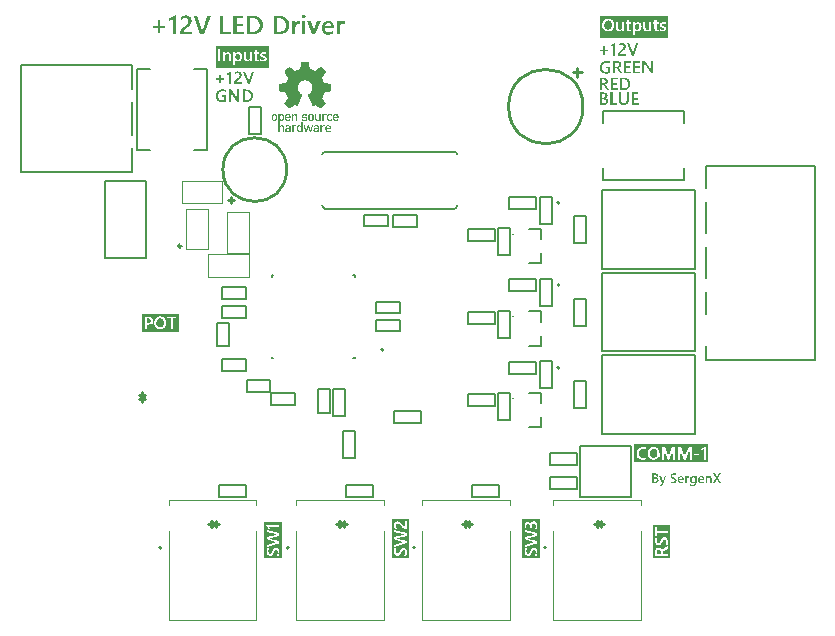
<source format=gbr>
%TF.GenerationSoftware,Altium Limited,Altium Designer,24.6.1 (21)*%
G04 Layer_Color=65535*
%FSLAX45Y45*%
%MOMM*%
%TF.SameCoordinates,C5CCA8AA-8E71-476F-B662-92032E94D40D*%
%TF.FilePolarity,Positive*%
%TF.FileFunction,Legend,Top*%
%TF.Part,Single*%
G01*
G75*
%TA.AperFunction,NonConductor*%
%ADD45C,0.20000*%
%ADD46C,0.25400*%
%ADD47C,0.10000*%
%ADD48C,0.15240*%
%ADD49C,0.12700*%
%ADD50C,0.15000*%
G36*
X5966402Y13395036D02*
X5969000D01*
Y13384645D01*
X5971598D01*
Y13371657D01*
X5974196D01*
Y13356070D01*
X5976793D01*
Y13343082D01*
X5979391D01*
Y13335289D01*
X5987184D01*
Y13332690D01*
X5992380D01*
Y13330093D01*
X5997575D01*
Y13327495D01*
X6005368D01*
Y13324898D01*
X6010564D01*
Y13322301D01*
X6018357D01*
Y13319702D01*
X6023552D01*
Y13322301D01*
X6028748D01*
Y13324898D01*
X6031346D01*
Y13327495D01*
X6036541D01*
Y13330093D01*
X6039139D01*
Y13332690D01*
X6044334D01*
Y13335289D01*
X6046932D01*
Y13337886D01*
X6049530D01*
Y13340485D01*
X6054725D01*
Y13343082D01*
X6057323D01*
Y13345679D01*
X6062518D01*
Y13348277D01*
X6065116D01*
Y13350874D01*
X6070311D01*
Y13353473D01*
X6075507D01*
Y13350874D01*
X6078105D01*
Y13348277D01*
X6080702D01*
Y13345679D01*
X6083300D01*
Y13343082D01*
X6085898D01*
Y13340485D01*
X6088496D01*
Y13337886D01*
X6091093D01*
Y13335289D01*
X6093691D01*
Y13332690D01*
X6096289D01*
Y13330093D01*
X6098886D01*
Y13327495D01*
X6101484D01*
Y13324898D01*
X6104082D01*
Y13322301D01*
X6106680D01*
Y13319702D01*
X6109277D01*
Y13317104D01*
X6111875D01*
Y13314507D01*
X6114473D01*
Y13309311D01*
X6111875D01*
Y13304115D01*
X6109277D01*
Y13301518D01*
X6106680D01*
Y13296323D01*
X6104082D01*
Y13293726D01*
X6101484D01*
Y13288528D01*
X6098886D01*
Y13285931D01*
X6096289D01*
Y13280736D01*
X6093691D01*
Y13278139D01*
X6091093D01*
Y13272943D01*
X6088496D01*
Y13270345D01*
X6085898D01*
Y13267747D01*
X6083300D01*
Y13262552D01*
X6080702D01*
Y13259953D01*
X6083300D01*
Y13252161D01*
X6085898D01*
Y13246967D01*
X6088496D01*
Y13241769D01*
X6091093D01*
Y13233977D01*
X6093691D01*
Y13228783D01*
X6096289D01*
Y13223586D01*
X6098886D01*
Y13218391D01*
X6104082D01*
Y13215793D01*
X6117071D01*
Y13213194D01*
X6132657D01*
Y13210599D01*
X6145646D01*
Y13208000D01*
X6158634D01*
Y13145654D01*
X6148243D01*
Y13143057D01*
X6132657D01*
Y13140459D01*
X6119668D01*
Y13137862D01*
X6104082D01*
Y13135265D01*
X6101484D01*
Y13132666D01*
X6098886D01*
Y13127470D01*
X6096289D01*
Y13119678D01*
X6093691D01*
Y13114482D01*
X6091093D01*
Y13106689D01*
X6088496D01*
Y13101492D01*
X6085898D01*
Y13093700D01*
X6083300D01*
Y13085907D01*
X6085898D01*
Y13083308D01*
X6088496D01*
Y13078114D01*
X6091093D01*
Y13075516D01*
X6093691D01*
Y13070320D01*
X6096289D01*
Y13067723D01*
X6098886D01*
Y13065125D01*
X6101484D01*
Y13059929D01*
X6104082D01*
Y13057332D01*
X6106680D01*
Y13052136D01*
X6109277D01*
Y13049539D01*
X6111875D01*
Y13044344D01*
X6114473D01*
Y13039148D01*
X6111875D01*
Y13036549D01*
X6109277D01*
Y13033952D01*
X6106680D01*
Y13031354D01*
X6104082D01*
Y13028757D01*
X6101484D01*
Y13026160D01*
X6098886D01*
Y13023561D01*
X6096289D01*
Y13020964D01*
X6093691D01*
Y13018365D01*
X6091093D01*
Y13015768D01*
X6088496D01*
Y13013170D01*
X6085898D01*
Y13010573D01*
X6083300D01*
Y13007974D01*
X6080702D01*
Y13005377D01*
X6078105D01*
Y13002779D01*
X6075507D01*
Y13000182D01*
X6070311D01*
Y13002779D01*
X6065116D01*
Y13005377D01*
X6062518D01*
Y13007974D01*
X6057323D01*
Y13010573D01*
X6054725D01*
Y13013170D01*
X6049530D01*
Y13015768D01*
X6046932D01*
Y13018365D01*
X6041736D01*
Y13020964D01*
X6039139D01*
Y13023561D01*
X6033943D01*
Y13026160D01*
X6031346D01*
Y13028757D01*
X6026150D01*
Y13031354D01*
X6023552D01*
Y13028757D01*
X6018357D01*
Y13026160D01*
X6013161D01*
Y13023561D01*
X6007966D01*
Y13020964D01*
X6000173D01*
Y13028757D01*
X5997575D01*
Y13033952D01*
X5994977D01*
Y13039148D01*
X5992380D01*
Y13046941D01*
X5989782D01*
Y13052136D01*
X5987184D01*
Y13059929D01*
X5984586D01*
Y13065125D01*
X5981989D01*
Y13070320D01*
X5979391D01*
Y13078114D01*
X5976793D01*
Y13083308D01*
X5974196D01*
Y13091103D01*
X5971598D01*
Y13096298D01*
X5969000D01*
Y13101492D01*
X5966402D01*
Y13109286D01*
X5963805D01*
Y13114482D01*
X5961207D01*
Y13117079D01*
X5963805D01*
Y13119678D01*
X5966402D01*
Y13122275D01*
X5971598D01*
Y13124873D01*
X5974196D01*
Y13127470D01*
X5976793D01*
Y13130067D01*
X5979391D01*
Y13132666D01*
X5981989D01*
Y13135265D01*
X5984586D01*
Y13137862D01*
X5987184D01*
Y13140459D01*
X5989782D01*
Y13145654D01*
X5992380D01*
Y13150850D01*
X5994977D01*
Y13156046D01*
X5997575D01*
Y13166435D01*
X6000173D01*
Y13187218D01*
X5997575D01*
Y13197609D01*
X5994977D01*
Y13202805D01*
X5992380D01*
Y13208000D01*
X5989782D01*
Y13213194D01*
X5987184D01*
Y13215793D01*
X5984586D01*
Y13218391D01*
X5981989D01*
Y13220988D01*
X5979391D01*
Y13223586D01*
X5976793D01*
Y13226184D01*
X5971598D01*
Y13228783D01*
X5969000D01*
Y13231380D01*
X5963805D01*
Y13233977D01*
X5956011D01*
Y13236575D01*
X5945621D01*
Y13239172D01*
X5930034D01*
Y13236575D01*
X5919643D01*
Y13233977D01*
X5911850D01*
Y13231380D01*
X5906655D01*
Y13228783D01*
X5904057D01*
Y13226184D01*
X5898861D01*
Y13223586D01*
X5896264D01*
Y13220988D01*
X5893666D01*
Y13218391D01*
X5891068D01*
Y13215793D01*
X5888471D01*
Y13213194D01*
X5885873D01*
Y13208000D01*
X5883275D01*
Y13202805D01*
X5880677D01*
Y13197609D01*
X5878080D01*
Y13187218D01*
X5875482D01*
Y13166435D01*
X5878080D01*
Y13156046D01*
X5880677D01*
Y13148251D01*
X5883275D01*
Y13145654D01*
X5885873D01*
Y13140459D01*
X5888471D01*
Y13137862D01*
X5891068D01*
Y13135265D01*
X5893666D01*
Y13132666D01*
X5896264D01*
Y13130067D01*
X5898861D01*
Y13127470D01*
X5901459D01*
Y13124873D01*
X5904057D01*
Y13122275D01*
X5909252D01*
Y13119678D01*
X5911850D01*
Y13117079D01*
X5914448D01*
Y13114482D01*
X5911850D01*
Y13109286D01*
X5909252D01*
Y13101492D01*
X5906655D01*
Y13096298D01*
X5904057D01*
Y13091103D01*
X5901459D01*
Y13083308D01*
X5898861D01*
Y13078114D01*
X5896264D01*
Y13070320D01*
X5893666D01*
Y13065125D01*
X5891068D01*
Y13059929D01*
X5888471D01*
Y13052136D01*
X5885873D01*
Y13046941D01*
X5883275D01*
Y13039148D01*
X5880677D01*
Y13033952D01*
X5878080D01*
Y13028757D01*
X5875482D01*
Y13020964D01*
X5867689D01*
Y13023561D01*
X5862493D01*
Y13026160D01*
X5857298D01*
Y13028757D01*
X5852102D01*
Y13031354D01*
X5849505D01*
Y13028757D01*
X5844309D01*
Y13026160D01*
X5841711D01*
Y13023561D01*
X5836516D01*
Y13020964D01*
X5833918D01*
Y13018365D01*
X5828723D01*
Y13015768D01*
X5826125D01*
Y13013170D01*
X5820930D01*
Y13010573D01*
X5818332D01*
Y13007974D01*
X5813136D01*
Y13005377D01*
X5810539D01*
Y13002779D01*
X5805343D01*
Y13000182D01*
X5800148D01*
Y13002779D01*
X5797550D01*
Y13005377D01*
X5794952D01*
Y13007974D01*
X5792355D01*
Y13010573D01*
X5789757D01*
Y13013170D01*
X5787159D01*
Y13015768D01*
X5784561D01*
Y13018365D01*
X5781964D01*
Y13020964D01*
X5779366D01*
Y13023561D01*
X5776768D01*
Y13026160D01*
X5774171D01*
Y13028757D01*
X5771573D01*
Y13031354D01*
X5768975D01*
Y13033952D01*
X5766377D01*
Y13036549D01*
X5763780D01*
Y13039148D01*
X5761182D01*
Y13044344D01*
X5763780D01*
Y13049539D01*
X5766377D01*
Y13052136D01*
X5768975D01*
Y13057332D01*
X5771573D01*
Y13059929D01*
X5774171D01*
Y13065125D01*
X5776768D01*
Y13067723D01*
X5779366D01*
Y13070320D01*
X5781964D01*
Y13075516D01*
X5784561D01*
Y13078114D01*
X5787159D01*
Y13083308D01*
X5789757D01*
Y13085907D01*
X5792355D01*
Y13093700D01*
X5789757D01*
Y13101492D01*
X5787159D01*
Y13106689D01*
X5784561D01*
Y13114482D01*
X5781964D01*
Y13119678D01*
X5779366D01*
Y13127470D01*
X5776768D01*
Y13132666D01*
X5774171D01*
Y13135265D01*
X5771573D01*
Y13137862D01*
X5755986D01*
Y13140459D01*
X5742998D01*
Y13143057D01*
X5727411D01*
Y13145654D01*
X5717021D01*
Y13208000D01*
X5730009D01*
Y13210599D01*
X5742998D01*
Y13213194D01*
X5758584D01*
Y13215793D01*
X5771573D01*
Y13218391D01*
X5776768D01*
Y13223586D01*
X5779366D01*
Y13228783D01*
X5781964D01*
Y13233977D01*
X5784561D01*
Y13241769D01*
X5787159D01*
Y13246967D01*
X5789757D01*
Y13252161D01*
X5792355D01*
Y13259953D01*
X5794952D01*
Y13262552D01*
X5792355D01*
Y13267747D01*
X5789757D01*
Y13270345D01*
X5787159D01*
Y13272943D01*
X5784561D01*
Y13278139D01*
X5781964D01*
Y13280736D01*
X5779366D01*
Y13285931D01*
X5776768D01*
Y13288528D01*
X5774171D01*
Y13293726D01*
X5771573D01*
Y13296323D01*
X5768975D01*
Y13301518D01*
X5766377D01*
Y13304115D01*
X5763780D01*
Y13309311D01*
X5761182D01*
Y13314507D01*
X5763780D01*
Y13317104D01*
X5766377D01*
Y13319702D01*
X5768975D01*
Y13322301D01*
X5771573D01*
Y13324898D01*
X5774171D01*
Y13327495D01*
X5776768D01*
Y13330093D01*
X5779366D01*
Y13332690D01*
X5781964D01*
Y13335289D01*
X5784561D01*
Y13337886D01*
X5787159D01*
Y13340485D01*
X5789757D01*
Y13343082D01*
X5792355D01*
Y13345679D01*
X5794952D01*
Y13348277D01*
X5797550D01*
Y13350874D01*
X5800148D01*
Y13353473D01*
X5805343D01*
Y13350874D01*
X5810539D01*
Y13348277D01*
X5813136D01*
Y13345679D01*
X5818332D01*
Y13343082D01*
X5820930D01*
Y13340485D01*
X5826125D01*
Y13337886D01*
X5828723D01*
Y13335289D01*
X5831321D01*
Y13332690D01*
X5836516D01*
Y13330093D01*
X5839114D01*
Y13327495D01*
X5844309D01*
Y13324898D01*
X5846907D01*
Y13322301D01*
X5852102D01*
Y13319702D01*
X5857298D01*
Y13322301D01*
X5865091D01*
Y13324898D01*
X5870286D01*
Y13327495D01*
X5878080D01*
Y13330093D01*
X5883275D01*
Y13332690D01*
X5891068D01*
Y13335289D01*
X5896264D01*
Y13343082D01*
X5898861D01*
Y13356070D01*
X5901459D01*
Y13371657D01*
X5904057D01*
Y13384645D01*
X5906655D01*
Y13395036D01*
X5909252D01*
Y13397633D01*
X5966402D01*
Y13395036D01*
D02*
G37*
G36*
X6119668Y12950826D02*
X6122266D01*
Y12948227D01*
X6119668D01*
Y12943031D01*
X6117071D01*
Y12940434D01*
X6111875D01*
Y12943031D01*
X6101484D01*
Y12940434D01*
X6098886D01*
Y12937836D01*
X6096289D01*
Y12896272D01*
X6093691D01*
Y12893675D01*
X6083300D01*
Y12953423D01*
X6096289D01*
Y12948227D01*
X6098886D01*
Y12950826D01*
X6101484D01*
Y12953423D01*
X6119668D01*
Y12950826D01*
D02*
G37*
G36*
X5862493D02*
X5867689D01*
Y12948227D01*
X5870286D01*
Y12943031D01*
X5872884D01*
Y12898869D01*
X5875482D01*
Y12896272D01*
X5872884D01*
Y12893675D01*
X5862493D01*
Y12935239D01*
X5859896D01*
Y12940434D01*
X5854700D01*
Y12943031D01*
X5844309D01*
Y12940434D01*
X5841711D01*
Y12937836D01*
X5839114D01*
Y12893675D01*
X5828723D01*
Y12896272D01*
X5826125D01*
Y12940434D01*
Y12943031D01*
Y12953423D01*
X5839114D01*
Y12948227D01*
X5841711D01*
Y12950826D01*
X5844309D01*
Y12953423D01*
X5862493D01*
Y12950826D01*
D02*
G37*
G36*
X5748193D02*
X5753389D01*
Y12948227D01*
X5755986D01*
Y12943031D01*
X5758584D01*
Y12904066D01*
X5755986D01*
Y12901468D01*
X5753389D01*
Y12898869D01*
X5750791D01*
Y12896272D01*
X5745596D01*
Y12893675D01*
X5732607D01*
Y12896272D01*
X5727411D01*
Y12898869D01*
X5724814D01*
Y12854709D01*
X5727411D01*
Y12857307D01*
X5730009D01*
Y12859904D01*
X5748193D01*
Y12857307D01*
X5753389D01*
Y12854709D01*
X5755986D01*
Y12849513D01*
X5758584D01*
Y12800157D01*
X5748193D01*
Y12841721D01*
X5745596D01*
Y12846916D01*
X5740400D01*
Y12849513D01*
X5732607D01*
Y12846916D01*
X5727411D01*
Y12844318D01*
X5724814D01*
Y12831329D01*
Y12828732D01*
Y12800157D01*
X5714423D01*
Y12802754D01*
X5711825D01*
Y12953423D01*
X5724814D01*
Y12948227D01*
X5727411D01*
Y12950826D01*
X5730009D01*
Y12953423D01*
X5748193D01*
Y12950826D01*
D02*
G37*
G36*
X6158634D02*
X6163830D01*
Y12948227D01*
X6166427D01*
Y12945628D01*
X6169025D01*
Y12943031D01*
X6166427D01*
Y12940434D01*
X6163830D01*
Y12937836D01*
X6158634D01*
Y12940434D01*
X6156036D01*
Y12943031D01*
X6143048D01*
Y12940434D01*
X6137852D01*
Y12935239D01*
X6135255D01*
Y12927444D01*
X6132657D01*
Y12922250D01*
Y12919652D01*
X6135255D01*
Y12911859D01*
X6137852D01*
Y12909261D01*
X6140450D01*
Y12906664D01*
X6158634D01*
Y12909261D01*
X6161232D01*
Y12911859D01*
X6163830D01*
Y12909261D01*
X6166427D01*
Y12906664D01*
X6169025D01*
Y12901468D01*
X6166427D01*
Y12898869D01*
X6161232D01*
Y12896272D01*
X6156036D01*
Y12893675D01*
X6140450D01*
Y12896272D01*
X6135255D01*
Y12898869D01*
X6130059D01*
Y12904066D01*
X6127461D01*
Y12906664D01*
X6124864D01*
Y12914458D01*
X6122266D01*
Y12935239D01*
X6124864D01*
Y12940434D01*
X6127461D01*
Y12945628D01*
X6130059D01*
Y12948227D01*
X6132657D01*
Y12950826D01*
X6137852D01*
Y12953423D01*
X6158634D01*
Y12950826D01*
D02*
G37*
G36*
X5945621D02*
X5950816D01*
Y12948227D01*
X5956011D01*
Y12945628D01*
X5953414D01*
Y12943031D01*
X5950816D01*
Y12940434D01*
X5948218D01*
Y12937836D01*
X5945621D01*
Y12940434D01*
X5940425D01*
Y12943031D01*
X5924839D01*
Y12940434D01*
X5922241D01*
Y12932642D01*
X5924839D01*
Y12930043D01*
X5945621D01*
Y12927444D01*
X5950816D01*
Y12924847D01*
X5953414D01*
Y12922250D01*
X5956011D01*
Y12904066D01*
X5953414D01*
Y12901468D01*
X5950816D01*
Y12898869D01*
X5948218D01*
Y12896272D01*
X5940425D01*
Y12893675D01*
X5924839D01*
Y12896272D01*
X5917046D01*
Y12898869D01*
X5911850D01*
Y12901468D01*
X5909252D01*
Y12904066D01*
X5906655D01*
Y12906664D01*
X5909252D01*
Y12909261D01*
X5911850D01*
Y12911859D01*
X5917046D01*
Y12909261D01*
X5919643D01*
Y12906664D01*
X5927436D01*
Y12904066D01*
X5937827D01*
Y12906664D01*
X5943023D01*
Y12909261D01*
X5945621D01*
Y12917055D01*
X5940425D01*
Y12919652D01*
X5922241D01*
Y12922250D01*
X5917046D01*
Y12924847D01*
X5914448D01*
Y12927444D01*
X5911850D01*
Y12945628D01*
X5914448D01*
Y12948227D01*
X5917046D01*
Y12950826D01*
X5922241D01*
Y12953423D01*
X5945621D01*
Y12950826D01*
D02*
G37*
G36*
X6070311Y12893675D02*
X6059921D01*
Y12898869D01*
X6054725D01*
Y12896272D01*
X6049530D01*
Y12893675D01*
X6036541D01*
Y12896272D01*
X6031346D01*
Y12898869D01*
X6028748D01*
Y12901468D01*
X6026150D01*
Y12906664D01*
X6023552D01*
Y12953423D01*
X6033943D01*
Y12914458D01*
X6036541D01*
Y12909261D01*
X6039139D01*
Y12906664D01*
X6054725D01*
Y12909261D01*
X6057323D01*
Y12917055D01*
X6059921D01*
Y12953423D01*
X6070311D01*
Y12893675D01*
D02*
G37*
G36*
X6207991Y12950826D02*
X6213186D01*
Y12948227D01*
X6215784D01*
Y12945628D01*
X6218382D01*
Y12940434D01*
X6220980D01*
Y12919652D01*
X6184611D01*
Y12914458D01*
X6187209D01*
Y12909261D01*
X6189807D01*
Y12906664D01*
X6195002D01*
Y12904066D01*
X6202796D01*
Y12906664D01*
X6207991D01*
Y12909261D01*
X6215784D01*
Y12906664D01*
X6218382D01*
Y12904066D01*
X6220980D01*
Y12901468D01*
X6218382D01*
Y12898869D01*
X6213186D01*
Y12896272D01*
X6207991D01*
Y12893675D01*
X6192405D01*
Y12896272D01*
X6184611D01*
Y12898869D01*
X6182014D01*
Y12901468D01*
X6179416D01*
Y12904066D01*
X6176818D01*
Y12909261D01*
X6174221D01*
Y12937836D01*
X6176818D01*
Y12943031D01*
X6179416D01*
Y12948227D01*
X6184611D01*
Y12950826D01*
X6187209D01*
Y12953423D01*
X6207991D01*
Y12950826D01*
D02*
G37*
G36*
X5997575D02*
X6002771D01*
Y12948227D01*
X6005368D01*
Y12945628D01*
X6007966D01*
Y12943031D01*
X6010564D01*
Y12935239D01*
X6013161D01*
Y12914458D01*
X6010564D01*
Y12906664D01*
X6007966D01*
Y12901468D01*
X6005368D01*
Y12898869D01*
X6002771D01*
Y12896272D01*
X5994977D01*
Y12893675D01*
X5981989D01*
Y12896272D01*
X5974196D01*
Y12898869D01*
X5971598D01*
Y12901468D01*
X5969000D01*
Y12904066D01*
X5966402D01*
Y12911859D01*
X5963805D01*
Y12935239D01*
X5966402D01*
Y12943031D01*
X5969000D01*
Y12945628D01*
X5971598D01*
Y12948227D01*
X5974196D01*
Y12950826D01*
X5979391D01*
Y12953423D01*
X5997575D01*
Y12950826D01*
D02*
G37*
G36*
X5802746D02*
X5807941D01*
Y12948227D01*
X5810539D01*
Y12945628D01*
X5813136D01*
Y12940434D01*
X5815734D01*
Y12919652D01*
X5779366D01*
Y12914458D01*
X5781964D01*
Y12909261D01*
X5784561D01*
Y12906664D01*
X5789757D01*
Y12904066D01*
X5797550D01*
Y12906664D01*
X5802746D01*
Y12909261D01*
X5810539D01*
Y12906664D01*
X5813136D01*
Y12904066D01*
X5815734D01*
Y12901468D01*
X5813136D01*
Y12898869D01*
X5807941D01*
Y12896272D01*
X5802746D01*
Y12893675D01*
X5787159D01*
Y12896272D01*
X5779366D01*
Y12898869D01*
X5776768D01*
Y12901468D01*
X5774171D01*
Y12904066D01*
X5771573D01*
Y12909261D01*
X5768975D01*
Y12937836D01*
X5771573D01*
Y12943031D01*
X5774171D01*
Y12948227D01*
X5779366D01*
Y12950826D01*
X5781964D01*
Y12953423D01*
X5802746D01*
Y12950826D01*
D02*
G37*
G36*
X5688446D02*
X5693641D01*
Y12948227D01*
X5696239D01*
Y12945628D01*
X5698836D01*
Y12940434D01*
X5701434D01*
Y12909261D01*
X5698836D01*
Y12904066D01*
X5696239D01*
Y12901468D01*
X5693641D01*
Y12898869D01*
X5691043D01*
Y12896272D01*
X5685848D01*
Y12893675D01*
X5670261D01*
Y12896272D01*
X5665066D01*
Y12898869D01*
X5662468D01*
Y12901468D01*
X5659871D01*
Y12904066D01*
X5657273D01*
Y12906664D01*
X5654675D01*
Y12940434D01*
X5657273D01*
Y12945628D01*
X5659871D01*
Y12948227D01*
X5662468D01*
Y12950826D01*
X5667664D01*
Y12953423D01*
X5688446D01*
Y12950826D01*
D02*
G37*
G36*
X6104082Y12857307D02*
X6109277D01*
Y12854709D01*
X6106680D01*
Y12852110D01*
X6104082D01*
Y12849513D01*
X6101484D01*
Y12846916D01*
X6096289D01*
Y12849513D01*
X6088496D01*
Y12846916D01*
X6083300D01*
Y12844318D01*
X6080702D01*
Y12800157D01*
X6070311D01*
Y12802754D01*
X6067714D01*
Y12859904D01*
X6080702D01*
Y12854709D01*
X6083300D01*
Y12857307D01*
X6085898D01*
Y12859904D01*
X6104082D01*
Y12857307D01*
D02*
G37*
G36*
X5917046Y12802754D02*
X5914448D01*
Y12800157D01*
X5906655D01*
Y12802754D01*
X5904057D01*
Y12805351D01*
X5901459D01*
Y12802754D01*
X5896264D01*
Y12800157D01*
X5883275D01*
Y12802754D01*
X5878080D01*
Y12805351D01*
X5875482D01*
Y12807950D01*
X5872884D01*
Y12810548D01*
X5870286D01*
Y12849513D01*
X5872884D01*
Y12854709D01*
X5875482D01*
Y12857307D01*
X5880677D01*
Y12859904D01*
X5898861D01*
Y12857307D01*
X5901459D01*
Y12854709D01*
X5904057D01*
Y12883284D01*
X5917046D01*
Y12802754D01*
D02*
G37*
G36*
X5865091Y12857307D02*
X5867689D01*
Y12852110D01*
X5865091D01*
Y12849513D01*
X5862493D01*
Y12846916D01*
X5857298D01*
Y12849513D01*
X5846907D01*
Y12846916D01*
X5844309D01*
Y12844318D01*
X5841711D01*
Y12802754D01*
X5839114D01*
Y12800157D01*
X5831321D01*
Y12802754D01*
X5828723D01*
Y12836525D01*
Y12839124D01*
Y12859904D01*
X5841711D01*
Y12854709D01*
X5844309D01*
Y12857307D01*
X5846907D01*
Y12859904D01*
X5865091D01*
Y12857307D01*
D02*
G37*
G36*
X6005368Y12852110D02*
X6002771D01*
Y12844318D01*
X6000173D01*
Y12836525D01*
X5997575D01*
Y12826134D01*
X5994977D01*
Y12818341D01*
X5992380D01*
Y12810548D01*
X5989782D01*
Y12802754D01*
X5987184D01*
Y12800157D01*
X5979391D01*
Y12802754D01*
X5976793D01*
Y12807950D01*
X5974196D01*
Y12818341D01*
X5971598D01*
Y12826134D01*
X5969000D01*
Y12833926D01*
X5966402D01*
Y12841721D01*
X5963805D01*
Y12833926D01*
X5961207D01*
Y12826134D01*
X5958609D01*
Y12818341D01*
X5956011D01*
Y12807950D01*
X5953414D01*
Y12802754D01*
X5950816D01*
Y12800157D01*
X5943023D01*
Y12802754D01*
X5940425D01*
Y12810548D01*
X5937827D01*
Y12818341D01*
X5935230D01*
Y12826134D01*
X5932632D01*
Y12833926D01*
X5930034D01*
Y12841721D01*
X5927436D01*
Y12852110D01*
X5924839D01*
Y12859904D01*
X5935230D01*
Y12857307D01*
X5937827D01*
Y12846916D01*
X5940425D01*
Y12836525D01*
X5943023D01*
Y12831329D01*
Y12828732D01*
X5945621D01*
Y12820940D01*
X5948218D01*
Y12826134D01*
X5950816D01*
Y12833926D01*
X5953414D01*
Y12841721D01*
X5956011D01*
Y12849513D01*
X5958609D01*
Y12857307D01*
X5961207D01*
Y12859904D01*
X5969000D01*
Y12857307D01*
X5971598D01*
Y12849513D01*
X5974196D01*
Y12841721D01*
X5976793D01*
Y12831329D01*
X5979391D01*
Y12823537D01*
X5981989D01*
Y12820940D01*
X5984586D01*
Y12828732D01*
X5987184D01*
Y12836525D01*
X5989782D01*
Y12846916D01*
X5992380D01*
Y12857307D01*
X5994977D01*
Y12859904D01*
X6005368D01*
Y12852110D01*
D02*
G37*
G36*
X6143048Y12857307D02*
X6148243D01*
Y12854709D01*
X6150841D01*
Y12852110D01*
X6153439D01*
Y12846916D01*
X6156036D01*
Y12839124D01*
X6158634D01*
Y12826134D01*
X6119668D01*
Y12823537D01*
X6122266D01*
Y12815742D01*
X6124864D01*
Y12813145D01*
X6130059D01*
Y12810548D01*
X6140450D01*
Y12813145D01*
X6145646D01*
Y12815742D01*
X6150841D01*
Y12813145D01*
X6153439D01*
Y12810548D01*
X6156036D01*
Y12807950D01*
X6153439D01*
Y12805351D01*
X6150841D01*
Y12802754D01*
X6143048D01*
Y12800157D01*
X6127461D01*
Y12802754D01*
X6119668D01*
Y12805351D01*
X6117071D01*
Y12807950D01*
X6114473D01*
Y12813145D01*
X6111875D01*
Y12815742D01*
Y12818341D01*
X6109277D01*
Y12841721D01*
X6111875D01*
Y12849513D01*
X6114473D01*
Y12852110D01*
X6117071D01*
Y12854709D01*
X6119668D01*
Y12857307D01*
X6122266D01*
Y12859904D01*
X6143048D01*
Y12857307D01*
D02*
G37*
G36*
X6044334D02*
X6049530D01*
Y12854709D01*
X6052127D01*
Y12849513D01*
X6054725D01*
Y12800157D01*
X6044334D01*
Y12805351D01*
X6041736D01*
Y12802754D01*
X6036541D01*
Y12800157D01*
X6020955D01*
Y12802754D01*
X6015759D01*
Y12805351D01*
X6013161D01*
Y12807950D01*
X6010564D01*
Y12810548D01*
X6007966D01*
Y12823537D01*
X6010564D01*
Y12828732D01*
X6013161D01*
Y12831329D01*
X6015759D01*
Y12833926D01*
X6023552D01*
Y12836525D01*
X6044334D01*
Y12844318D01*
X6041736D01*
Y12849513D01*
X6023552D01*
Y12846916D01*
X6015759D01*
Y12849513D01*
X6013161D01*
Y12854709D01*
X6015759D01*
Y12857307D01*
X6018357D01*
Y12859904D01*
X6044334D01*
Y12857307D01*
D02*
G37*
G36*
X5805343D02*
X5810539D01*
Y12854709D01*
X5813136D01*
Y12849513D01*
X5815734D01*
Y12800157D01*
X5805343D01*
Y12805351D01*
X5802746D01*
Y12802754D01*
X5797550D01*
Y12800157D01*
X5781964D01*
Y12802754D01*
X5776768D01*
Y12805351D01*
X5771573D01*
Y12810548D01*
X5768975D01*
Y12820940D01*
Y12823537D01*
Y12826134D01*
X5771573D01*
Y12831329D01*
X5776768D01*
Y12833926D01*
X5781964D01*
Y12836525D01*
X5805343D01*
Y12844318D01*
X5802746D01*
Y12846916D01*
X5800148D01*
Y12849513D01*
X5784561D01*
Y12846916D01*
X5776768D01*
Y12849513D01*
X5774171D01*
Y12852110D01*
X5771573D01*
Y12854709D01*
X5774171D01*
Y12857307D01*
X5779366D01*
Y12859904D01*
X5805343D01*
Y12857307D01*
D02*
G37*
G36*
X5632668Y13347701D02*
X5181600D01*
Y13527315D01*
X5632668D01*
Y13347701D01*
D02*
G37*
G36*
X5242149Y13164107D02*
X5243816D01*
X5245853Y13163922D01*
X5247889Y13163737D01*
X5252519Y13162996D01*
X5257518Y13162070D01*
X5262518Y13160774D01*
X5267147Y13159108D01*
Y13141147D01*
X5266962Y13141331D01*
X5266591Y13141518D01*
X5265851Y13141887D01*
X5264925Y13142442D01*
X5263814Y13142998D01*
X5262518Y13143739D01*
X5260851Y13144479D01*
X5258999Y13145219D01*
X5256963Y13145961D01*
X5254741Y13146516D01*
X5249926Y13147813D01*
X5244371Y13148738D01*
X5241409Y13149109D01*
X5236594D01*
X5235483Y13148924D01*
X5234002Y13148738D01*
X5232335Y13148553D01*
X5230484Y13148183D01*
X5228632Y13147813D01*
X5224188Y13146330D01*
X5221966Y13145592D01*
X5219559Y13144479D01*
X5217337Y13143184D01*
X5214930Y13141702D01*
X5212708Y13140036D01*
X5210671Y13137999D01*
X5210486Y13137814D01*
X5210301Y13137444D01*
X5209745Y13136888D01*
X5209005Y13135962D01*
X5208264Y13134851D01*
X5207338Y13133556D01*
X5206227Y13132074D01*
X5205301Y13130408D01*
X5204375Y13128371D01*
X5203264Y13126147D01*
X5202339Y13123926D01*
X5201598Y13121333D01*
X5200857Y13118556D01*
X5200487Y13115594D01*
X5200117Y13112631D01*
X5199931Y13109299D01*
Y13109113D01*
Y13108557D01*
Y13107632D01*
X5200117Y13106335D01*
X5200302Y13104854D01*
X5200487Y13103001D01*
X5200672Y13100966D01*
X5201042Y13098929D01*
X5202153Y13094299D01*
X5203820Y13089671D01*
X5204931Y13087263D01*
X5206227Y13085040D01*
X5207523Y13082819D01*
X5209190Y13080783D01*
X5209375Y13080597D01*
X5209560Y13080412D01*
X5210116Y13079857D01*
X5210856Y13079115D01*
X5211782Y13078375D01*
X5212893Y13077451D01*
X5214374Y13076524D01*
X5215856Y13075598D01*
X5217522Y13074672D01*
X5219374Y13073746D01*
X5223818Y13072079D01*
X5228632Y13070784D01*
X5231410Y13070598D01*
X5234372Y13070413D01*
X5236224D01*
X5238261Y13070598D01*
X5240853Y13070969D01*
X5243816Y13071524D01*
X5246964Y13072266D01*
X5250111Y13073190D01*
X5253074Y13074672D01*
Y13099670D01*
X5231039D01*
Y13114297D01*
X5270480D01*
Y13064304D01*
X5270295D01*
X5269739Y13063931D01*
X5268813Y13063562D01*
X5267702Y13063007D01*
X5266036Y13062267D01*
X5264184Y13061525D01*
X5262147Y13060785D01*
X5259740Y13060043D01*
X5257148Y13059119D01*
X5254370Y13058377D01*
X5251408Y13057637D01*
X5248260Y13056895D01*
X5241409Y13055969D01*
X5237705Y13055785D01*
X5234002Y13055600D01*
X5232891D01*
X5231780Y13055785D01*
X5230113D01*
X5228077Y13055969D01*
X5225855Y13056342D01*
X5223262Y13056895D01*
X5220485Y13057452D01*
X5217522Y13058192D01*
X5214374Y13059119D01*
X5211227Y13060229D01*
X5208079Y13061710D01*
X5204931Y13063377D01*
X5201783Y13065228D01*
X5198820Y13067451D01*
X5196043Y13070042D01*
X5195858Y13070229D01*
X5195487Y13070784D01*
X5194747Y13071524D01*
X5193821Y13072635D01*
X5192710Y13074117D01*
X5191414Y13075967D01*
X5190118Y13078004D01*
X5188821Y13080228D01*
X5187525Y13082819D01*
X5186229Y13085782D01*
X5184933Y13088930D01*
X5183822Y13092262D01*
X5182896Y13095966D01*
X5182155Y13099855D01*
X5181785Y13103928D01*
X5181600Y13108372D01*
Y13108743D01*
Y13109483D01*
X5181785Y13110779D01*
Y13112447D01*
X5182155Y13114484D01*
X5182526Y13116890D01*
X5182896Y13119667D01*
X5183637Y13122630D01*
X5184377Y13125594D01*
X5185488Y13128926D01*
X5186785Y13132259D01*
X5188266Y13135593D01*
X5190118Y13138925D01*
X5192154Y13142258D01*
X5194562Y13145592D01*
X5197339Y13148553D01*
X5197524Y13148738D01*
X5198080Y13149294D01*
X5199006Y13150035D01*
X5200302Y13150960D01*
X5201783Y13152257D01*
X5203635Y13153552D01*
X5205857Y13155034D01*
X5208449Y13156516D01*
X5211227Y13157812D01*
X5214189Y13159293D01*
X5217522Y13160590D01*
X5221040Y13161885D01*
X5224929Y13162811D01*
X5229002Y13163551D01*
X5233261Y13164107D01*
X5237705Y13164291D01*
X5240668D01*
X5242149Y13164107D01*
D02*
G37*
G36*
X5382505Y13057266D02*
X5363433D01*
X5313068Y13134480D01*
Y13134666D01*
X5312698Y13135036D01*
X5312327Y13135593D01*
X5311957Y13136333D01*
X5311031Y13138370D01*
X5309920Y13140591D01*
X5309550D01*
Y13140405D01*
X5309735Y13139851D01*
Y13138925D01*
X5309920Y13137630D01*
Y13135593D01*
X5310105Y13133185D01*
Y13130037D01*
Y13126147D01*
Y13057266D01*
X5293255D01*
Y13162440D01*
X5313623D01*
X5362137Y13086893D01*
X5362322Y13086708D01*
X5362692Y13086153D01*
X5363248Y13085413D01*
X5363803Y13084302D01*
X5365100Y13082265D01*
X5365655Y13081152D01*
X5366025Y13080412D01*
X5366396D01*
Y13080597D01*
X5366211Y13081152D01*
Y13082265D01*
X5366025Y13083745D01*
X5365840Y13085782D01*
Y13088190D01*
X5365655Y13091151D01*
Y13094670D01*
Y13162440D01*
X5382505D01*
Y13057266D01*
D02*
G37*
G36*
X5441573Y13162256D02*
X5442869D01*
X5444351Y13162070D01*
X5446202Y13161885D01*
X5448054Y13161700D01*
X5452498Y13160959D01*
X5457312Y13159663D01*
X5462682Y13158182D01*
X5468052Y13155960D01*
X5473422Y13153368D01*
X5476199Y13151701D01*
X5478791Y13149849D01*
X5481199Y13147998D01*
X5483606Y13145776D01*
X5485828Y13143369D01*
X5488050Y13140776D01*
X5490087Y13137999D01*
X5491753Y13134851D01*
X5493234Y13131703D01*
X5494716Y13128000D01*
X5495642Y13124297D01*
X5496567Y13120222D01*
X5496938Y13115779D01*
X5497123Y13111150D01*
Y13110965D01*
Y13110039D01*
X5496938Y13108743D01*
Y13107076D01*
X5496567Y13105038D01*
X5496197Y13102632D01*
X5495827Y13100040D01*
X5495086Y13097076D01*
X5494345Y13093929D01*
X5493234Y13090782D01*
X5491938Y13087634D01*
X5490272Y13084302D01*
X5488420Y13080968D01*
X5486383Y13077820D01*
X5483791Y13074857D01*
X5481013Y13071895D01*
X5480828Y13071709D01*
X5480273Y13071339D01*
X5479347Y13070598D01*
X5478051Y13069673D01*
X5476384Y13068562D01*
X5474533Y13067265D01*
X5472125Y13065968D01*
X5469533Y13064673D01*
X5466570Y13063193D01*
X5463423Y13061896D01*
X5459719Y13060599D01*
X5456016Y13059488D01*
X5451757Y13058563D01*
X5447313Y13057822D01*
X5442684Y13057452D01*
X5437685Y13057266D01*
X5408614D01*
Y13162440D01*
X5440462D01*
X5441573Y13162256D01*
D02*
G37*
G36*
X5470459Y13208000D02*
X5451017D01*
X5413798Y13313174D01*
X5432870D01*
X5458979Y13233368D01*
Y13233183D01*
X5459164Y13232626D01*
X5459349Y13231886D01*
X5459719Y13230775D01*
X5459904Y13229478D01*
X5460275Y13227998D01*
X5460830Y13224480D01*
X5461015D01*
Y13224664D01*
X5461201Y13225220D01*
Y13225961D01*
X5461571Y13227072D01*
X5461756Y13228368D01*
X5462126Y13230035D01*
X5463237Y13233368D01*
X5489716Y13313174D01*
X5508233D01*
X5470459Y13208000D01*
D02*
G37*
G36*
X5222707Y13257439D02*
X5251593D01*
Y13245404D01*
X5222707D01*
Y13216331D01*
X5210486D01*
Y13245404D01*
X5181600D01*
Y13257439D01*
X5210486D01*
Y13286510D01*
X5222707D01*
Y13257439D01*
D02*
G37*
G36*
X5372136Y13314841D02*
X5373802D01*
X5375839Y13314470D01*
X5377876Y13314101D01*
X5380098Y13313730D01*
X5382320Y13312988D01*
X5382505D01*
X5383246Y13312619D01*
X5384357Y13312248D01*
X5385838Y13311693D01*
X5387319Y13310767D01*
X5388986Y13309840D01*
X5392319Y13307434D01*
X5392504Y13307249D01*
X5393060Y13306879D01*
X5393800Y13305952D01*
X5394726Y13305026D01*
X5395652Y13303731D01*
X5396763Y13302065D01*
X5397689Y13300398D01*
X5398615Y13298361D01*
X5398800Y13298177D01*
X5398985Y13297435D01*
X5399355Y13296324D01*
X5399726Y13294843D01*
X5400096Y13292992D01*
X5400466Y13290955D01*
X5400837Y13288547D01*
Y13285954D01*
Y13285770D01*
Y13284843D01*
Y13283733D01*
X5400651Y13282253D01*
X5400466Y13280400D01*
X5400096Y13278548D01*
X5399170Y13274475D01*
Y13274289D01*
X5398985Y13273549D01*
X5398615Y13272623D01*
X5398059Y13271512D01*
X5397504Y13270032D01*
X5396763Y13268364D01*
X5394726Y13265031D01*
X5394541Y13264845D01*
X5394171Y13264290D01*
X5393615Y13263365D01*
X5392874Y13262254D01*
X5391763Y13260957D01*
X5390652Y13259660D01*
X5387875Y13256512D01*
X5387690Y13256328D01*
X5387134Y13255772D01*
X5386394Y13255032D01*
X5385283Y13254106D01*
X5383801Y13252811D01*
X5382320Y13251514D01*
X5378617Y13248550D01*
X5378431Y13248366D01*
X5377876Y13247997D01*
X5377135Y13247255D01*
X5376024Y13246329D01*
X5374728Y13245404D01*
X5373247Y13244107D01*
X5370099Y13241701D01*
X5369914Y13241515D01*
X5369358Y13241145D01*
X5368618Y13240588D01*
X5367692Y13239664D01*
X5365100Y13237811D01*
X5362507Y13235405D01*
X5362322Y13235219D01*
X5361952Y13234850D01*
X5361396Y13234294D01*
X5360656Y13233368D01*
X5358804Y13231516D01*
X5357137Y13229109D01*
Y13228925D01*
X5356767Y13228552D01*
X5356582Y13227998D01*
X5356212Y13227072D01*
X5355471Y13225220D01*
X5355286Y13223924D01*
X5355101Y13222813D01*
Y13222443D01*
X5402503D01*
Y13208000D01*
X5336399D01*
Y13216147D01*
Y13216331D01*
Y13216888D01*
Y13217999D01*
X5336584Y13219110D01*
X5336769Y13220592D01*
X5336954Y13222073D01*
X5337695Y13225406D01*
Y13225591D01*
X5337880Y13226146D01*
X5338250Y13227072D01*
X5338806Y13228183D01*
X5339917Y13230775D01*
X5341583Y13233553D01*
X5341769Y13233739D01*
X5341954Y13234294D01*
X5342509Y13235034D01*
X5343250Y13235960D01*
X5344916Y13238182D01*
X5347138Y13240775D01*
X5347324Y13240961D01*
X5347694Y13241330D01*
X5348249Y13242072D01*
X5349175Y13242996D01*
X5351212Y13245033D01*
X5353804Y13247440D01*
X5353990Y13247626D01*
X5354360Y13247997D01*
X5355101Y13248737D01*
X5356212Y13249477D01*
X5358434Y13251514D01*
X5361211Y13253735D01*
X5361396Y13253922D01*
X5361767Y13254291D01*
X5362507Y13254848D01*
X5363618Y13255588D01*
X5365840Y13257439D01*
X5368618Y13259660D01*
X5368803Y13259846D01*
X5369173Y13260217D01*
X5369914Y13260773D01*
X5370654Y13261328D01*
X5372691Y13263179D01*
X5374728Y13265216D01*
X5374913Y13265401D01*
X5375284Y13265771D01*
X5375654Y13266327D01*
X5376395Y13267068D01*
X5377876Y13268735D01*
X5379357Y13270956D01*
X5379542Y13271143D01*
X5379728Y13271512D01*
X5380098Y13272067D01*
X5380468Y13272807D01*
X5381579Y13274844D01*
X5382505Y13277068D01*
Y13277252D01*
X5382690Y13277621D01*
X5382875Y13278363D01*
X5383061Y13279289D01*
X5383431Y13281511D01*
X5383616Y13284288D01*
Y13284474D01*
Y13285030D01*
Y13285770D01*
X5383431Y13286696D01*
X5383061Y13289104D01*
X5382320Y13291510D01*
Y13291695D01*
X5382135Y13292065D01*
X5381764Y13292621D01*
X5381394Y13293362D01*
X5380283Y13295029D01*
X5378617Y13296695D01*
X5378431Y13296880D01*
X5378246Y13297066D01*
X5377135Y13297990D01*
X5375469Y13298917D01*
X5373247Y13299841D01*
X5373062D01*
X5372691Y13300027D01*
X5372136Y13300214D01*
X5371210Y13300398D01*
X5368988Y13300768D01*
X5366396Y13300954D01*
X5365285D01*
X5363989Y13300768D01*
X5362322Y13300583D01*
X5360285Y13300214D01*
X5358063Y13299657D01*
X5355656Y13298917D01*
X5353249Y13297990D01*
X5352879Y13297806D01*
X5352138Y13297435D01*
X5350842Y13296695D01*
X5349175Y13295769D01*
X5347138Y13294473D01*
X5345102Y13292992D01*
X5342694Y13291141D01*
X5340472Y13288918D01*
Y13305397D01*
X5340658Y13305582D01*
X5341028Y13305768D01*
X5341583Y13306323D01*
X5342509Y13306879D01*
X5344546Y13308176D01*
X5346953Y13309471D01*
X5347138D01*
X5347509Y13309840D01*
X5348249Y13310213D01*
X5348990Y13310582D01*
X5351212Y13311508D01*
X5353804Y13312434D01*
X5353990D01*
X5354360Y13312619D01*
X5355101Y13312804D01*
X5356026Y13313174D01*
X5358434Y13313730D01*
X5361211Y13314285D01*
X5361396D01*
X5361952Y13314470D01*
X5362692D01*
X5363803Y13314656D01*
X5364914Y13314841D01*
X5366396D01*
X5369543Y13315025D01*
X5370654D01*
X5372136Y13314841D01*
D02*
G37*
G36*
X5313809Y13208000D02*
X5296773D01*
Y13294658D01*
X5296588Y13294473D01*
X5296033Y13294102D01*
X5295107Y13293547D01*
X5293811Y13292621D01*
X5292329Y13291879D01*
X5290663Y13290768D01*
X5286774Y13288918D01*
X5286589Y13288731D01*
X5285848Y13288547D01*
X5284737Y13288177D01*
X5283256Y13287621D01*
X5281590Y13287067D01*
X5279553Y13286325D01*
X5277146Y13285770D01*
X5274738Y13285030D01*
Y13299472D01*
X5274924D01*
X5275479Y13299657D01*
X5276220Y13300027D01*
X5277331Y13300398D01*
X5279923Y13301324D01*
X5282886Y13302435D01*
X5283071D01*
X5283626Y13302805D01*
X5284367Y13302991D01*
X5285478Y13303546D01*
X5287885Y13304657D01*
X5290663Y13305952D01*
X5290848D01*
X5291403Y13306323D01*
X5292144Y13306693D01*
X5293070Y13307249D01*
X5295662Y13308545D01*
X5298440Y13310027D01*
X5298625Y13310213D01*
X5299180Y13310397D01*
X5299921Y13310953D01*
X5301032Y13311693D01*
X5302143Y13312434D01*
X5303624Y13313359D01*
X5306587Y13315581D01*
X5313809D01*
Y13208000D01*
D02*
G37*
G36*
X9349099Y10007600D02*
X8724900D01*
Y10156848D01*
X9349099D01*
Y10007600D01*
D02*
G37*
G36*
X5740400Y9194800D02*
X5591152D01*
Y9498847D01*
X5740400D01*
Y9194800D01*
D02*
G37*
G36*
X6819900D02*
X6671208D01*
Y9526992D01*
X6819900D01*
Y9194800D01*
D02*
G37*
G36*
X7924800D02*
X7776108D01*
Y9526436D01*
X7924800D01*
Y9194800D01*
D02*
G37*
G36*
X9029700D02*
X8881008D01*
Y9477738D01*
X9029700D01*
Y9194800D01*
D02*
G37*
G36*
X4868346Y11112500D02*
X4559300D01*
Y11261192D01*
X4868346D01*
Y11112500D01*
D02*
G37*
G36*
X8677960Y13074271D02*
Y13074084D01*
Y13073714D01*
Y13073158D01*
Y13072418D01*
X8677775Y13071307D01*
Y13070197D01*
X8677219Y13067418D01*
X8676664Y13064085D01*
X8675738Y13060382D01*
X8674442Y13056308D01*
X8672775Y13052235D01*
X8670553Y13048161D01*
X8667776Y13044087D01*
X8664257Y13040384D01*
X8660184Y13037051D01*
X8657962Y13035570D01*
X8655370Y13034274D01*
X8652777Y13033163D01*
X8649815Y13032053D01*
X8646667Y13031311D01*
X8643334Y13030756D01*
X8639816Y13030385D01*
X8635927Y13030200D01*
X8634261D01*
X8632224Y13030569D01*
X8629631Y13030940D01*
X8626669Y13031496D01*
X8623151Y13032422D01*
X8619632Y13033717D01*
X8615929Y13035570D01*
X8612041Y13037791D01*
X8608523Y13040569D01*
X8605004Y13043903D01*
X8603523Y13045940D01*
X8602042Y13048161D01*
X8600746Y13050383D01*
X8599449Y13052975D01*
X8598338Y13055753D01*
X8597413Y13058530D01*
X8596672Y13061678D01*
X8596116Y13065196D01*
X8595931Y13068715D01*
X8595746Y13072603D01*
Y13137041D01*
X8613152D01*
Y13076306D01*
Y13075935D01*
Y13075011D01*
X8613337Y13073529D01*
X8613522Y13071492D01*
X8613892Y13069086D01*
X8614448Y13066493D01*
X8615189Y13063715D01*
X8616114Y13060751D01*
X8617411Y13057790D01*
X8619077Y13055013D01*
X8620929Y13052420D01*
X8623336Y13050014D01*
X8626113Y13048161D01*
X8629261Y13046495D01*
X8632964Y13045569D01*
X8637223Y13045198D01*
X8638149D01*
X8639445Y13045384D01*
X8640927Y13045753D01*
X8642593Y13046124D01*
X8644630Y13046864D01*
X8646667Y13047791D01*
X8648889Y13048901D01*
X8651111Y13050568D01*
X8653148Y13052605D01*
X8655184Y13055013D01*
X8656851Y13057790D01*
X8658332Y13061308D01*
X8659628Y13065382D01*
X8660369Y13070010D01*
X8660554Y13075195D01*
Y13137041D01*
X8677960D01*
Y13074271D01*
D02*
G37*
G36*
X8759433Y13122227D02*
X8720178D01*
Y13092416D01*
X8756470D01*
Y13077602D01*
X8720178D01*
Y13046495D01*
X8761840D01*
Y13031866D01*
X8702772D01*
Y13137041D01*
X8759433D01*
Y13122227D01*
D02*
G37*
G36*
X8540937Y13046495D02*
X8581673D01*
Y13031866D01*
X8523531D01*
Y13137041D01*
X8540937D01*
Y13046495D01*
D02*
G37*
G36*
X8468722Y13136856D02*
X8470018D01*
X8471500Y13136670D01*
X8475018Y13136301D01*
X8478721Y13135374D01*
X8482795Y13134264D01*
X8486868Y13132597D01*
X8490387Y13130376D01*
X8490572D01*
X8490757Y13130003D01*
X8491868Y13129263D01*
X8493164Y13127782D01*
X8494831Y13125746D01*
X8496497Y13123154D01*
X8497978Y13120190D01*
X8498904Y13116858D01*
X8499089Y13115005D01*
X8499275Y13112968D01*
Y13112784D01*
Y13112599D01*
Y13111488D01*
X8499089Y13109821D01*
X8498719Y13107785D01*
X8497978Y13105193D01*
X8497053Y13102600D01*
X8495756Y13100008D01*
X8494090Y13097415D01*
X8493905Y13097044D01*
X8493164Y13096304D01*
X8492053Y13095193D01*
X8490572Y13093712D01*
X8488535Y13092232D01*
X8486128Y13090564D01*
X8483350Y13089268D01*
X8480202Y13087971D01*
Y13087787D01*
X8480758D01*
X8481313Y13087601D01*
X8482054Y13087416D01*
X8483906Y13087045D01*
X8486313Y13086305D01*
X8489090Y13085194D01*
X8492053Y13083897D01*
X8494831Y13082047D01*
X8497423Y13079639D01*
X8497793Y13079269D01*
X8498534Y13078343D01*
X8499460Y13077048D01*
X8500756Y13075011D01*
X8502052Y13072418D01*
X8502978Y13069455D01*
X8503719Y13065936D01*
X8504089Y13062048D01*
Y13061864D01*
Y13061493D01*
Y13060751D01*
X8503904Y13059827D01*
X8503719Y13058716D01*
X8503533Y13057419D01*
X8502793Y13054272D01*
X8501497Y13050752D01*
X8500571Y13048901D01*
X8499645Y13047050D01*
X8498349Y13045384D01*
X8496867Y13043532D01*
X8495201Y13041866D01*
X8493349Y13040199D01*
X8493164D01*
X8492794Y13039828D01*
X8492238Y13039458D01*
X8491498Y13038902D01*
X8490387Y13038347D01*
X8489090Y13037607D01*
X8487609Y13036867D01*
X8486128Y13036125D01*
X8484276Y13035199D01*
X8482239Y13034459D01*
X8477610Y13033163D01*
X8472426Y13032237D01*
X8469463Y13032053D01*
X8466500Y13031866D01*
X8432800D01*
Y13137041D01*
X8467611D01*
X8468722Y13136856D01*
D02*
G37*
G36*
X8637223Y13262189D02*
X8638519D01*
X8640001Y13262004D01*
X8641852Y13261819D01*
X8643704Y13261633D01*
X8648148Y13260893D01*
X8652962Y13259596D01*
X8658332Y13258115D01*
X8663702Y13255893D01*
X8669072Y13253300D01*
X8671849Y13251636D01*
X8674442Y13249783D01*
X8676849Y13247931D01*
X8679256Y13245709D01*
X8681478Y13243301D01*
X8683700Y13240710D01*
X8685737Y13237932D01*
X8687403Y13234785D01*
X8688885Y13231638D01*
X8690366Y13227933D01*
X8691292Y13224229D01*
X8692218Y13220155D01*
X8692588Y13215712D01*
X8692773Y13211082D01*
Y13210898D01*
Y13209972D01*
X8692588Y13208676D01*
Y13207010D01*
X8692218Y13204973D01*
X8691847Y13202567D01*
X8691477Y13199973D01*
X8690736Y13197011D01*
X8689996Y13193863D01*
X8688885Y13190715D01*
X8687588Y13187567D01*
X8685922Y13184235D01*
X8684070Y13180901D01*
X8682033Y13177753D01*
X8679441Y13174791D01*
X8676664Y13171828D01*
X8676478Y13171643D01*
X8675923Y13171272D01*
X8674997Y13170532D01*
X8673701Y13169606D01*
X8672034Y13168495D01*
X8670183Y13167200D01*
X8667776Y13165903D01*
X8665183Y13164607D01*
X8662221Y13163126D01*
X8659073Y13161829D01*
X8655370Y13160533D01*
X8651666Y13159422D01*
X8647407Y13158496D01*
X8642963Y13157755D01*
X8638334Y13157385D01*
X8633335Y13157201D01*
X8604264D01*
Y13262373D01*
X8636112D01*
X8637223Y13262189D01*
D02*
G37*
G36*
X8583155Y13247562D02*
X8543900D01*
Y13217749D01*
X8580192D01*
Y13202936D01*
X8543900D01*
Y13171828D01*
X8585562D01*
Y13157201D01*
X8526494D01*
Y13262373D01*
X8583155D01*
Y13247562D01*
D02*
G37*
G36*
X8471870Y13262189D02*
X8473907Y13262004D01*
X8476314Y13261633D01*
X8480943Y13260522D01*
X8481313D01*
X8482054Y13260152D01*
X8483165Y13259782D01*
X8484646Y13259225D01*
X8486313Y13258485D01*
X8488165Y13257561D01*
X8491868Y13255338D01*
X8492053Y13255153D01*
X8492609Y13254782D01*
X8493534Y13253857D01*
X8494460Y13252931D01*
X8495756Y13251636D01*
X8496867Y13250153D01*
X8497978Y13248302D01*
X8499089Y13246449D01*
X8499275Y13246265D01*
X8499460Y13245525D01*
X8499830Y13244414D01*
X8500386Y13242932D01*
X8500941Y13241080D01*
X8501311Y13239043D01*
X8501497Y13236636D01*
X8501682Y13234044D01*
Y13233859D01*
Y13233118D01*
Y13232007D01*
X8501497Y13230527D01*
X8501311Y13229044D01*
X8500941Y13227193D01*
X8500015Y13223676D01*
Y13223489D01*
X8499830Y13222934D01*
X8499460Y13222008D01*
X8498904Y13220897D01*
X8497423Y13218304D01*
X8495386Y13215343D01*
X8495201Y13215157D01*
X8494831Y13214787D01*
X8494275Y13214046D01*
X8493349Y13213306D01*
X8492238Y13212379D01*
X8490942Y13211269D01*
X8487979Y13209232D01*
X8487794Y13209045D01*
X8487239Y13208861D01*
X8486313Y13208305D01*
X8485202Y13207750D01*
X8483721Y13207195D01*
X8482054Y13206454D01*
X8478351Y13205344D01*
Y13204973D01*
X8478536D01*
X8478906Y13204602D01*
X8479462Y13204417D01*
X8480017Y13203862D01*
X8481684Y13202751D01*
X8483350Y13201270D01*
X8483535D01*
X8483721Y13200899D01*
X8484646Y13200159D01*
X8485943Y13198862D01*
X8487424Y13197382D01*
X8487794Y13197011D01*
X8488535Y13196085D01*
X8489831Y13194604D01*
X8491127Y13192752D01*
X8491312Y13192567D01*
X8491498Y13192381D01*
X8491868Y13191826D01*
X8492423Y13191084D01*
X8493720Y13189049D01*
X8495386Y13186641D01*
X8514088Y13157201D01*
X8493720D01*
X8476870Y13185345D01*
X8476684Y13185530D01*
X8476499Y13186086D01*
X8476129Y13186641D01*
X8475573Y13187567D01*
X8474092Y13189789D01*
X8472426Y13192010D01*
X8472240Y13192197D01*
X8472055Y13192567D01*
X8471129Y13193678D01*
X8469648Y13194974D01*
X8467982Y13196455D01*
X8467796D01*
X8467611Y13196826D01*
X8466500Y13197566D01*
X8465019Y13198306D01*
X8463167Y13199048D01*
X8462982D01*
X8462797Y13199232D01*
X8462241D01*
X8461501Y13199419D01*
X8459649Y13199603D01*
X8457242Y13199788D01*
X8450206D01*
Y13157201D01*
X8432800D01*
Y13262373D01*
X8470018D01*
X8471870Y13262189D01*
D02*
G37*
G36*
X9014596Y13601700D02*
X8432800D01*
Y13783167D01*
X9014596D01*
Y13601700D01*
D02*
G37*
G36*
X8493349Y13405408D02*
X8495016D01*
X8497053Y13405222D01*
X8499089Y13405037D01*
X8503719Y13404295D01*
X8508718Y13403371D01*
X8513718Y13402074D01*
X8518347Y13400407D01*
Y13382446D01*
X8518162Y13382632D01*
X8517791Y13382817D01*
X8517051Y13383186D01*
X8516125Y13383743D01*
X8515014Y13384299D01*
X8513718Y13385039D01*
X8512051Y13385780D01*
X8510199Y13386520D01*
X8508163Y13387260D01*
X8505941Y13387817D01*
X8501126Y13389113D01*
X8495571Y13390038D01*
X8492609Y13390408D01*
X8487794D01*
X8486683Y13390224D01*
X8485202Y13390038D01*
X8483535Y13389853D01*
X8481684Y13389484D01*
X8479832Y13389113D01*
X8475388Y13387631D01*
X8473166Y13386891D01*
X8470759Y13385780D01*
X8468537Y13384483D01*
X8466130Y13383002D01*
X8463908Y13381335D01*
X8461871Y13379298D01*
X8461686Y13379114D01*
X8461501Y13378743D01*
X8460945Y13378188D01*
X8460205Y13377261D01*
X8459464Y13376151D01*
X8458538Y13374855D01*
X8457427Y13373373D01*
X8456501Y13371707D01*
X8455575Y13369670D01*
X8454464Y13367448D01*
X8453539Y13365227D01*
X8452798Y13362634D01*
X8452057Y13359856D01*
X8451687Y13356894D01*
X8451317Y13353931D01*
X8451131Y13350598D01*
Y13350414D01*
Y13349857D01*
Y13348932D01*
X8451317Y13347635D01*
X8451502Y13346153D01*
X8451687Y13344302D01*
X8451872Y13342265D01*
X8452242Y13340228D01*
X8453353Y13335600D01*
X8455020Y13330971D01*
X8456131Y13328563D01*
X8457427Y13326341D01*
X8458723Y13324120D01*
X8460390Y13322083D01*
X8460575Y13321896D01*
X8460760Y13321712D01*
X8461316Y13321156D01*
X8462056Y13320416D01*
X8462982Y13319675D01*
X8464093Y13318750D01*
X8465574Y13317824D01*
X8467056Y13316898D01*
X8468722Y13315971D01*
X8470574Y13315047D01*
X8475018Y13313380D01*
X8479832Y13312083D01*
X8482610Y13311897D01*
X8485572Y13311713D01*
X8487424D01*
X8489461Y13311897D01*
X8492053Y13312270D01*
X8495016Y13312823D01*
X8498164Y13313565D01*
X8501311Y13314491D01*
X8504274Y13315971D01*
Y13340970D01*
X8482239D01*
Y13355598D01*
X8521680D01*
Y13305603D01*
X8521495D01*
X8520939Y13305232D01*
X8520013Y13304861D01*
X8518902Y13304308D01*
X8517236Y13303566D01*
X8515384Y13302824D01*
X8513347Y13302084D01*
X8510940Y13301344D01*
X8508348Y13300418D01*
X8505570Y13299677D01*
X8502608Y13298936D01*
X8499460Y13298196D01*
X8492609Y13297270D01*
X8488905Y13297086D01*
X8485202Y13296899D01*
X8484091D01*
X8482980Y13297086D01*
X8481313D01*
X8479277Y13297270D01*
X8477055Y13297641D01*
X8474462Y13298196D01*
X8471685Y13298752D01*
X8468722Y13299492D01*
X8465574Y13300418D01*
X8462427Y13301529D01*
X8459279Y13303011D01*
X8456131Y13304677D01*
X8452983Y13306529D01*
X8450020Y13308751D01*
X8447243Y13311343D01*
X8447058Y13311528D01*
X8446687Y13312083D01*
X8445947Y13312823D01*
X8445021Y13313934D01*
X8443910Y13315417D01*
X8442614Y13317268D01*
X8441318Y13319305D01*
X8440021Y13321527D01*
X8438725Y13324120D01*
X8437429Y13327081D01*
X8436133Y13330231D01*
X8435022Y13333563D01*
X8434096Y13337267D01*
X8433355Y13341154D01*
X8432985Y13345229D01*
X8432800Y13349672D01*
Y13350043D01*
Y13350783D01*
X8432985Y13352078D01*
Y13353746D01*
X8433355Y13355783D01*
X8433726Y13358189D01*
X8434096Y13360966D01*
X8434837Y13363930D01*
X8435577Y13366893D01*
X8436688Y13370226D01*
X8437985Y13373560D01*
X8439466Y13376892D01*
X8441318Y13380225D01*
X8443354Y13383559D01*
X8445762Y13386891D01*
X8448539Y13389853D01*
X8448724Y13390038D01*
X8449280Y13390594D01*
X8450206Y13391335D01*
X8451502Y13392261D01*
X8452983Y13393558D01*
X8454835Y13394853D01*
X8457057Y13396333D01*
X8459649Y13397815D01*
X8462427Y13399112D01*
X8465389Y13400594D01*
X8468722Y13401889D01*
X8472240Y13403185D01*
X8476129Y13404111D01*
X8480202Y13404852D01*
X8484461Y13405408D01*
X8488905Y13405592D01*
X8491868D01*
X8493349Y13405408D01*
D02*
G37*
G36*
X8882939Y13298566D02*
X8863866D01*
X8813501Y13375781D01*
Y13375966D01*
X8813131Y13376337D01*
X8812761Y13376892D01*
X8812390Y13377632D01*
X8811464Y13379669D01*
X8810353Y13381891D01*
X8809983D01*
Y13381706D01*
X8810168Y13381151D01*
Y13380225D01*
X8810353Y13378929D01*
Y13376892D01*
X8810539Y13374484D01*
Y13371336D01*
Y13367448D01*
Y13298566D01*
X8793689D01*
Y13403741D01*
X8814057D01*
X8862570Y13328194D01*
X8862755Y13328008D01*
X8863126Y13327452D01*
X8863681Y13326712D01*
X8864237Y13325601D01*
X8865533Y13323564D01*
X8866088Y13322453D01*
X8866459Y13321712D01*
X8866829D01*
Y13321896D01*
X8866644Y13322453D01*
Y13323564D01*
X8866459Y13325044D01*
X8866274Y13327081D01*
Y13329489D01*
X8866088Y13332452D01*
Y13335970D01*
Y13403741D01*
X8882939D01*
Y13298566D01*
D02*
G37*
G36*
X8772580Y13388928D02*
X8733324D01*
Y13359116D01*
X8769617D01*
Y13344302D01*
X8733324D01*
Y13313194D01*
X8774987D01*
Y13298566D01*
X8715919D01*
Y13403741D01*
X8772580D01*
Y13388928D01*
D02*
G37*
G36*
X8694810D02*
X8655555D01*
Y13359116D01*
X8691847D01*
Y13344302D01*
X8655555D01*
Y13313194D01*
X8697217D01*
Y13298566D01*
X8638149D01*
Y13403741D01*
X8694810D01*
Y13388928D01*
D02*
G37*
G36*
X8583525Y13403555D02*
X8585562Y13403371D01*
X8587969Y13403000D01*
X8592598Y13401889D01*
X8592969D01*
X8593709Y13401518D01*
X8594820Y13401147D01*
X8596302Y13400594D01*
X8597968Y13399852D01*
X8599820Y13398926D01*
X8603523Y13396704D01*
X8603708Y13396519D01*
X8604264Y13396149D01*
X8605190Y13395222D01*
X8606115Y13394296D01*
X8607412Y13393001D01*
X8608523Y13391521D01*
X8609634Y13389668D01*
X8610745Y13387817D01*
X8610930Y13387631D01*
X8611115Y13386891D01*
X8611485Y13385780D01*
X8612041Y13384299D01*
X8612596Y13382446D01*
X8612967Y13380409D01*
X8613152Y13378003D01*
X8613337Y13375410D01*
Y13375224D01*
Y13374484D01*
Y13373373D01*
X8613152Y13371892D01*
X8612967Y13370412D01*
X8612596Y13368559D01*
X8611670Y13365041D01*
Y13364856D01*
X8611485Y13364301D01*
X8611115Y13363374D01*
X8610559Y13362263D01*
X8609078Y13359671D01*
X8607041Y13356709D01*
X8606856Y13356523D01*
X8606486Y13356152D01*
X8605930Y13355412D01*
X8605004Y13354672D01*
X8603893Y13353746D01*
X8602597Y13352635D01*
X8599635Y13350598D01*
X8599449Y13350414D01*
X8598894Y13350227D01*
X8597968Y13349672D01*
X8596857Y13349117D01*
X8595376Y13348561D01*
X8593709Y13347821D01*
X8590006Y13346710D01*
Y13346339D01*
X8590191D01*
X8590561Y13345969D01*
X8591117Y13345784D01*
X8591672Y13345229D01*
X8593339Y13344118D01*
X8595005Y13342636D01*
X8595191D01*
X8595376Y13342265D01*
X8596302Y13341525D01*
X8597598Y13340228D01*
X8599079Y13338748D01*
X8599449Y13338377D01*
X8600190Y13337451D01*
X8601486Y13335970D01*
X8602782Y13334119D01*
X8602968Y13333932D01*
X8603153Y13333748D01*
X8603523Y13333192D01*
X8604079Y13332452D01*
X8605375Y13330415D01*
X8607041Y13328008D01*
X8625743Y13298566D01*
X8605375D01*
X8588525Y13326712D01*
X8588339Y13326897D01*
X8588154Y13327452D01*
X8587784Y13328008D01*
X8587228Y13328934D01*
X8585747Y13331155D01*
X8584081Y13333379D01*
X8583895Y13333563D01*
X8583710Y13333932D01*
X8582784Y13335043D01*
X8581303Y13336340D01*
X8579637Y13337822D01*
X8579451D01*
X8579266Y13338193D01*
X8578155Y13338933D01*
X8576674Y13339673D01*
X8574822Y13340414D01*
X8574637D01*
X8574452Y13340599D01*
X8573896D01*
X8573156Y13340784D01*
X8571304Y13340970D01*
X8568897Y13341154D01*
X8561861D01*
Y13298566D01*
X8544455D01*
Y13403741D01*
X8581673D01*
X8583525Y13403555D01*
D02*
G37*
G36*
X8721659Y13449300D02*
X8702217D01*
X8664998Y13554474D01*
X8684070D01*
X8710179Y13474667D01*
Y13474483D01*
X8710364Y13473927D01*
X8710549Y13473186D01*
X8710919Y13472075D01*
X8711104Y13470779D01*
X8711475Y13469298D01*
X8712030Y13465781D01*
X8712215D01*
Y13465965D01*
X8712401Y13466521D01*
Y13467261D01*
X8712771Y13468372D01*
X8712956Y13469669D01*
X8713326Y13471335D01*
X8714437Y13474667D01*
X8740916Y13554474D01*
X8759433D01*
X8721659Y13449300D01*
D02*
G37*
G36*
X8473907Y13498740D02*
X8502793D01*
Y13486703D01*
X8473907D01*
Y13457632D01*
X8461686D01*
Y13486703D01*
X8432800D01*
Y13498740D01*
X8461686D01*
Y13527811D01*
X8473907D01*
Y13498740D01*
D02*
G37*
G36*
X8623336Y13556142D02*
X8625002D01*
X8627039Y13555769D01*
X8629076Y13555400D01*
X8631298Y13555029D01*
X8633520Y13554289D01*
X8633705D01*
X8634446Y13553918D01*
X8635557Y13553548D01*
X8637038Y13552992D01*
X8638519Y13552068D01*
X8640186Y13551141D01*
X8643519Y13548734D01*
X8643704Y13548549D01*
X8644260Y13548180D01*
X8645000Y13547253D01*
X8645926Y13546327D01*
X8646852Y13545032D01*
X8647963Y13543364D01*
X8648889Y13541698D01*
X8649815Y13539661D01*
X8650000Y13539476D01*
X8650185Y13538734D01*
X8650555Y13537624D01*
X8650926Y13536143D01*
X8651296Y13534291D01*
X8651666Y13532254D01*
X8652037Y13529848D01*
Y13527255D01*
Y13527071D01*
Y13526144D01*
Y13525034D01*
X8651851Y13523552D01*
X8651666Y13521700D01*
X8651296Y13519849D01*
X8650370Y13515775D01*
Y13515588D01*
X8650185Y13514848D01*
X8649815Y13513924D01*
X8649259Y13512811D01*
X8648704Y13511331D01*
X8647963Y13509663D01*
X8645926Y13506331D01*
X8645741Y13506146D01*
X8645371Y13505589D01*
X8644815Y13504665D01*
X8644074Y13503554D01*
X8642963Y13502257D01*
X8641852Y13500961D01*
X8639075Y13497813D01*
X8638890Y13497627D01*
X8638334Y13497073D01*
X8637594Y13496332D01*
X8636483Y13495406D01*
X8635001Y13494110D01*
X8633520Y13492815D01*
X8629817Y13489851D01*
X8629631Y13489667D01*
X8629076Y13489296D01*
X8628335Y13488554D01*
X8627224Y13487630D01*
X8625928Y13486703D01*
X8624447Y13485406D01*
X8621299Y13483000D01*
X8621114Y13482816D01*
X8620558Y13482445D01*
X8619818Y13481889D01*
X8618892Y13480963D01*
X8616300Y13479112D01*
X8613707Y13476704D01*
X8613522Y13476518D01*
X8613152Y13476149D01*
X8612596Y13475594D01*
X8611856Y13474667D01*
X8610004Y13472816D01*
X8608337Y13470409D01*
Y13470224D01*
X8607967Y13469853D01*
X8607782Y13469298D01*
X8607412Y13468372D01*
X8606671Y13466521D01*
X8606486Y13465224D01*
X8606301Y13464113D01*
Y13463744D01*
X8653703D01*
Y13449300D01*
X8587599D01*
Y13457446D01*
Y13457632D01*
Y13458188D01*
Y13459299D01*
X8587784Y13460410D01*
X8587969Y13461891D01*
X8588154Y13463373D01*
X8588895Y13466705D01*
Y13466891D01*
X8589080Y13467445D01*
X8589450Y13468372D01*
X8590006Y13469482D01*
X8591117Y13472075D01*
X8592783Y13474854D01*
X8592969Y13475038D01*
X8593154Y13475594D01*
X8593709Y13476334D01*
X8594450Y13477260D01*
X8596116Y13479482D01*
X8598338Y13482074D01*
X8598524Y13482260D01*
X8598894Y13482629D01*
X8599449Y13483371D01*
X8600375Y13484296D01*
X8602412Y13486333D01*
X8605004Y13488741D01*
X8605190Y13488927D01*
X8605560Y13489296D01*
X8606301Y13490038D01*
X8607412Y13490778D01*
X8609634Y13492815D01*
X8612411Y13495036D01*
X8612596Y13495221D01*
X8612967Y13495592D01*
X8613707Y13496147D01*
X8614818Y13496889D01*
X8617040Y13498740D01*
X8619818Y13500961D01*
X8620003Y13501146D01*
X8620373Y13501517D01*
X8621114Y13502072D01*
X8621854Y13502628D01*
X8623891Y13504478D01*
X8625928Y13506516D01*
X8626113Y13506702D01*
X8626484Y13507072D01*
X8626854Y13507626D01*
X8627595Y13508368D01*
X8629076Y13510034D01*
X8630557Y13512256D01*
X8630742Y13512442D01*
X8630928Y13512811D01*
X8631298Y13513367D01*
X8631668Y13514108D01*
X8632779Y13516145D01*
X8633705Y13518367D01*
Y13518552D01*
X8633890Y13518922D01*
X8634075Y13519662D01*
X8634261Y13520589D01*
X8634631Y13522810D01*
X8634816Y13525587D01*
Y13525774D01*
Y13526329D01*
Y13527071D01*
X8634631Y13527995D01*
X8634261Y13530403D01*
X8633520Y13532809D01*
Y13532996D01*
X8633335Y13533365D01*
X8632964Y13533920D01*
X8632594Y13534662D01*
X8631483Y13536328D01*
X8629817Y13537994D01*
X8629631Y13538181D01*
X8629446Y13538365D01*
X8628335Y13539291D01*
X8626669Y13540218D01*
X8624447Y13541142D01*
X8624262D01*
X8623891Y13541328D01*
X8623336Y13541513D01*
X8622410Y13541698D01*
X8620188Y13542068D01*
X8617596Y13542253D01*
X8616485D01*
X8615189Y13542068D01*
X8613522Y13541882D01*
X8611485Y13541513D01*
X8609263Y13540958D01*
X8606856Y13540218D01*
X8604449Y13539291D01*
X8604079Y13539107D01*
X8603338Y13538734D01*
X8602042Y13537994D01*
X8600375Y13537070D01*
X8598338Y13535773D01*
X8596302Y13534291D01*
X8593894Y13532440D01*
X8591672Y13530219D01*
Y13546696D01*
X8591858Y13546883D01*
X8592228Y13547067D01*
X8592783Y13547623D01*
X8593709Y13548180D01*
X8595746Y13549475D01*
X8598153Y13550771D01*
X8598338D01*
X8598709Y13551141D01*
X8599449Y13551512D01*
X8600190Y13551881D01*
X8602412Y13552808D01*
X8605004Y13553734D01*
X8605190D01*
X8605560Y13553918D01*
X8606301Y13554105D01*
X8607226Y13554474D01*
X8609634Y13555029D01*
X8612411Y13555585D01*
X8612596D01*
X8613152Y13555769D01*
X8613892D01*
X8615003Y13555956D01*
X8616114Y13556142D01*
X8617596D01*
X8620743Y13556326D01*
X8621854D01*
X8623336Y13556142D01*
D02*
G37*
G36*
X8565009Y13449300D02*
X8547973D01*
Y13535957D01*
X8547788Y13535773D01*
X8547233Y13535402D01*
X8546307Y13534846D01*
X8545011Y13533920D01*
X8543529Y13533180D01*
X8541863Y13532069D01*
X8537974Y13530219D01*
X8537789Y13530032D01*
X8537048Y13529848D01*
X8535937Y13529477D01*
X8534456Y13528922D01*
X8532790Y13528366D01*
X8530753Y13527625D01*
X8528346Y13527071D01*
X8525938Y13526329D01*
Y13540771D01*
X8526124D01*
X8526679Y13540958D01*
X8527420Y13541328D01*
X8528531Y13541698D01*
X8531123Y13542624D01*
X8534086Y13543735D01*
X8534271D01*
X8534826Y13544106D01*
X8535567Y13544290D01*
X8536678Y13544846D01*
X8539085Y13545956D01*
X8541863Y13547253D01*
X8542048D01*
X8542603Y13547623D01*
X8543344Y13547993D01*
X8544270Y13548549D01*
X8546862Y13549844D01*
X8549640Y13551326D01*
X8549825Y13551512D01*
X8550380Y13551697D01*
X8551121Y13552252D01*
X8552232Y13552992D01*
X8553343Y13553734D01*
X8554824Y13554659D01*
X8557787Y13556882D01*
X8565009D01*
Y13449300D01*
D02*
G37*
G36*
X5928593Y13794505D02*
X5930258Y13794228D01*
X5931924Y13793674D01*
X5933590Y13793118D01*
X5935533Y13792007D01*
X5937199Y13790619D01*
X5937477Y13790343D01*
X5938032Y13789786D01*
X5938587Y13788954D01*
X5939698Y13787843D01*
X5940530Y13786177D01*
X5941086Y13784512D01*
X5941641Y13782568D01*
X5941919Y13780347D01*
Y13780070D01*
Y13779237D01*
X5941641Y13778127D01*
X5941363Y13776738D01*
X5940808Y13775073D01*
X5939975Y13773407D01*
X5938865Y13771741D01*
X5937199Y13770074D01*
X5936921Y13769798D01*
X5936366Y13769521D01*
X5935533Y13768687D01*
X5934145Y13768132D01*
X5932479Y13767299D01*
X5930814Y13766466D01*
X5928593Y13766190D01*
X5926372Y13765910D01*
X5925261D01*
X5924151Y13766190D01*
X5922763Y13766466D01*
X5919154Y13767577D01*
X5917210Y13768410D01*
X5915544Y13769798D01*
X5915267Y13770074D01*
X5914989Y13770631D01*
X5914156Y13771463D01*
X5913323Y13772574D01*
X5912491Y13774240D01*
X5911935Y13775905D01*
X5911380Y13778127D01*
X5911102Y13780347D01*
Y13780624D01*
Y13781458D01*
X5911380Y13782568D01*
X5911658Y13783955D01*
X5912213Y13785622D01*
X5913046Y13787288D01*
X5914156Y13788954D01*
X5915544Y13790619D01*
X5915822Y13790897D01*
X5916377Y13791174D01*
X5917210Y13792007D01*
X5918598Y13792841D01*
X5920264Y13793396D01*
X5921930Y13794228D01*
X5924151Y13794505D01*
X5926372Y13794785D01*
X5927482D01*
X5928593Y13794505D01*
D02*
G37*
G36*
X6265071Y13743979D02*
X6268680Y13743423D01*
X6270345Y13742868D01*
X6271733Y13742036D01*
Y13717882D01*
X6271456Y13718159D01*
X6270901Y13718439D01*
X6269790Y13718993D01*
X6268402Y13719826D01*
X6266459Y13720381D01*
X6264238Y13720937D01*
X6261461Y13721214D01*
X6258408Y13721490D01*
X6257852D01*
X6256464Y13721214D01*
X6254521Y13720937D01*
X6251745Y13720103D01*
X6248691Y13718993D01*
X6245637Y13717050D01*
X6242306Y13714551D01*
X6239252Y13711218D01*
X6238974Y13710664D01*
X6238141Y13709276D01*
X6236753Y13707056D01*
X6235643Y13704001D01*
X6234254Y13699837D01*
X6232866Y13695117D01*
X6232034Y13689565D01*
X6231756Y13683456D01*
Y13629599D01*
X6206215D01*
Y13742313D01*
X6231756D01*
Y13718993D01*
X6232311D01*
Y13719270D01*
X6232589Y13719548D01*
X6233144Y13720937D01*
X6233977Y13723157D01*
X6235087Y13725932D01*
X6236753Y13728709D01*
X6238696Y13731763D01*
X6240917Y13734818D01*
X6243694Y13737595D01*
X6243971Y13737871D01*
X6245082Y13738704D01*
X6246747Y13739815D01*
X6248691Y13740926D01*
X6251467Y13742036D01*
X6254243Y13743146D01*
X6257575Y13743979D01*
X6261184Y13744257D01*
X6263682D01*
X6265071Y13743979D01*
D02*
G37*
G36*
X5888615D02*
X5892224Y13743423D01*
X5893890Y13742868D01*
X5895278Y13742036D01*
Y13717882D01*
X5895000Y13718159D01*
X5894445Y13718439D01*
X5893335Y13718993D01*
X5891947Y13719826D01*
X5890003Y13720381D01*
X5887782Y13720937D01*
X5885006Y13721214D01*
X5881952Y13721490D01*
X5881397D01*
X5880009Y13721214D01*
X5878065Y13720937D01*
X5875289Y13720103D01*
X5872235Y13718993D01*
X5869182Y13717050D01*
X5865850Y13714551D01*
X5862796Y13711218D01*
X5862519Y13710664D01*
X5861686Y13709276D01*
X5860298Y13707056D01*
X5859187Y13704001D01*
X5857799Y13699837D01*
X5856411Y13695117D01*
X5855578Y13689565D01*
X5855300Y13683456D01*
Y13629599D01*
X5829759D01*
Y13742313D01*
X5855300D01*
Y13718993D01*
X5855856D01*
Y13719270D01*
X5856133Y13719548D01*
X5856689Y13720937D01*
X5857521Y13723157D01*
X5858632Y13725932D01*
X5860298Y13728709D01*
X5862241Y13731763D01*
X5864462Y13734818D01*
X5867238Y13737595D01*
X5867516Y13737871D01*
X5868626Y13738704D01*
X5870292Y13739815D01*
X5872235Y13740926D01*
X5875012Y13742036D01*
X5877788Y13743146D01*
X5881119Y13743979D01*
X5884728Y13744257D01*
X5887227D01*
X5888615Y13743979D01*
D02*
G37*
G36*
X5081290Y13629599D02*
X5052140D01*
X4996338Y13787288D01*
X5024933D01*
X5064078Y13667633D01*
Y13667355D01*
X5064355Y13666522D01*
X5064633Y13665411D01*
X5065188Y13663747D01*
X5065466Y13661803D01*
X5066021Y13659583D01*
X5066854Y13654308D01*
X5067132D01*
Y13654585D01*
X5067409Y13655417D01*
Y13656528D01*
X5067964Y13658194D01*
X5068242Y13660136D01*
X5068797Y13662636D01*
X5070463Y13667633D01*
X5110163Y13787288D01*
X5137925D01*
X5081290Y13629599D01*
D02*
G37*
G36*
X6025760D02*
X5998276D01*
X5956632Y13742313D01*
X5984395D01*
X6009381Y13663467D01*
Y13663191D01*
X6009936Y13662080D01*
X6010214Y13660416D01*
X6010769Y13658194D01*
X6011602Y13655972D01*
X6012157Y13653197D01*
X6012990Y13648199D01*
X6013267D01*
Y13648477D01*
X6013545Y13649586D01*
Y13650975D01*
X6014100Y13653197D01*
X6014378Y13655417D01*
X6014933Y13657916D01*
X6016321Y13662914D01*
X6042418Y13742313D01*
X6069347D01*
X6025760Y13629599D01*
D02*
G37*
G36*
X4709832Y13703725D02*
X4753141D01*
Y13685678D01*
X4709832D01*
Y13642091D01*
X4691509D01*
Y13685678D01*
X4648200D01*
Y13703725D01*
X4691509D01*
Y13747310D01*
X4709832D01*
Y13703725D01*
D02*
G37*
G36*
X5938865Y13629599D02*
X5913323D01*
Y13742313D01*
X5938865D01*
Y13629599D01*
D02*
G37*
G36*
X5720654Y13787010D02*
X5722597D01*
X5724818Y13786732D01*
X5727594Y13786455D01*
X5730371Y13786177D01*
X5737033Y13785068D01*
X5744252Y13783124D01*
X5752303Y13780904D01*
X5760354Y13777571D01*
X5768405Y13773685D01*
X5772569Y13771185D01*
X5776456Y13768410D01*
X5780065Y13765633D01*
X5783674Y13762302D01*
X5787005Y13758693D01*
X5790337Y13754807D01*
X5793391Y13750642D01*
X5795889Y13745921D01*
X5798110Y13741203D01*
X5800331Y13735651D01*
X5801719Y13730098D01*
X5803108Y13723990D01*
X5803663Y13717326D01*
X5803940Y13710387D01*
Y13710109D01*
Y13708720D01*
X5803663Y13706778D01*
Y13704279D01*
X5803108Y13701225D01*
X5802552Y13697617D01*
X5801997Y13693729D01*
X5800887Y13689287D01*
X5799776Y13684567D01*
X5798110Y13679848D01*
X5796167Y13675130D01*
X5793668Y13670131D01*
X5790892Y13665134D01*
X5787838Y13660416D01*
X5783952Y13655972D01*
X5779787Y13651530D01*
X5779510Y13651253D01*
X5778677Y13650697D01*
X5777289Y13649586D01*
X5775345Y13648199D01*
X5772847Y13646535D01*
X5770071Y13644591D01*
X5766461Y13642647D01*
X5762575Y13640703D01*
X5758133Y13638483D01*
X5753413Y13636539D01*
X5747861Y13634596D01*
X5742308Y13632930D01*
X5735923Y13631541D01*
X5729260Y13630431D01*
X5722320Y13629877D01*
X5714824Y13629599D01*
X5671237D01*
Y13787288D01*
X5718988D01*
X5720654Y13787010D01*
D02*
G37*
G36*
X5497168D02*
X5499111D01*
X5501332Y13786732D01*
X5504109Y13786455D01*
X5506885Y13786177D01*
X5513548Y13785068D01*
X5520766Y13783124D01*
X5528817Y13780904D01*
X5536868Y13777571D01*
X5544919Y13773685D01*
X5549083Y13771185D01*
X5552970Y13768410D01*
X5556579Y13765633D01*
X5560188Y13762302D01*
X5563520Y13758693D01*
X5566851Y13754807D01*
X5569905Y13750642D01*
X5572404Y13745921D01*
X5574625Y13741203D01*
X5576846Y13735651D01*
X5578234Y13730098D01*
X5579622Y13723990D01*
X5580177Y13717326D01*
X5580455Y13710387D01*
Y13710109D01*
Y13708720D01*
X5580177Y13706778D01*
Y13704279D01*
X5579622Y13701225D01*
X5579067Y13697617D01*
X5578511Y13693729D01*
X5577401Y13689287D01*
X5576290Y13684567D01*
X5574625Y13679848D01*
X5572681Y13675130D01*
X5570183Y13670131D01*
X5567406Y13665134D01*
X5564353Y13660416D01*
X5560466Y13655972D01*
X5556302Y13651530D01*
X5556024Y13651253D01*
X5555191Y13650697D01*
X5553803Y13649586D01*
X5551860Y13648199D01*
X5549361Y13646535D01*
X5546585Y13644591D01*
X5542976Y13642647D01*
X5539089Y13640703D01*
X5534647Y13638483D01*
X5529927Y13636539D01*
X5524375Y13634596D01*
X5518823Y13632930D01*
X5512437Y13631541D01*
X5505774Y13630431D01*
X5498834Y13629877D01*
X5491338Y13629599D01*
X5447751D01*
Y13787288D01*
X5495502D01*
X5497168Y13787010D01*
D02*
G37*
G36*
X5416102Y13765079D02*
X5357247D01*
Y13720381D01*
X5411660D01*
Y13698170D01*
X5357247D01*
Y13651530D01*
X5419712D01*
Y13629599D01*
X5331150D01*
Y13787288D01*
X5416102D01*
Y13765079D01*
D02*
G37*
G36*
X5247031Y13651530D02*
X5308107D01*
Y13629599D01*
X5220934D01*
Y13787288D01*
X5247031D01*
Y13651530D01*
D02*
G37*
G36*
X4933873Y13789786D02*
X4936372D01*
X4939425Y13789230D01*
X4942479Y13788676D01*
X4945811Y13788121D01*
X4949142Y13787010D01*
X4949420D01*
X4950530Y13786455D01*
X4952196Y13785899D01*
X4954417Y13785068D01*
X4956638Y13783679D01*
X4959137Y13782291D01*
X4964134Y13778682D01*
X4964411Y13778404D01*
X4965244Y13777849D01*
X4966355Y13776460D01*
X4967743Y13775073D01*
X4969131Y13773129D01*
X4970797Y13770631D01*
X4972185Y13768132D01*
X4973573Y13765079D01*
X4973851Y13764801D01*
X4974128Y13763690D01*
X4974683Y13762024D01*
X4975239Y13759802D01*
X4975794Y13757027D01*
X4976349Y13753973D01*
X4976904Y13750365D01*
Y13746477D01*
Y13746201D01*
Y13744812D01*
Y13743146D01*
X4976627Y13740926D01*
X4976349Y13738148D01*
X4975794Y13735373D01*
X4974406Y13729265D01*
Y13728987D01*
X4974128Y13727876D01*
X4973573Y13726489D01*
X4972740Y13724823D01*
X4971907Y13722601D01*
X4970797Y13720103D01*
X4967743Y13715106D01*
X4967465Y13714828D01*
X4966910Y13713995D01*
X4966077Y13712608D01*
X4964967Y13710942D01*
X4963301Y13708998D01*
X4961635Y13707056D01*
X4957471Y13702336D01*
X4957193Y13702058D01*
X4956360Y13701225D01*
X4955250Y13700114D01*
X4953584Y13698726D01*
X4951363Y13696783D01*
X4949142Y13694839D01*
X4943590Y13690398D01*
X4943312Y13690120D01*
X4942479Y13689565D01*
X4941369Y13688454D01*
X4939703Y13687067D01*
X4937760Y13685678D01*
X4935539Y13683736D01*
X4930819Y13680125D01*
X4930542Y13679848D01*
X4929709Y13679292D01*
X4928598Y13678461D01*
X4927210Y13677072D01*
X4923323Y13674297D01*
X4919437Y13670686D01*
X4919159Y13670409D01*
X4918604Y13669855D01*
X4917771Y13669022D01*
X4916660Y13667633D01*
X4913884Y13664857D01*
X4911386Y13661247D01*
Y13660970D01*
X4910830Y13660416D01*
X4910553Y13659583D01*
X4909998Y13658194D01*
X4908887Y13655417D01*
X4908609Y13653474D01*
X4908332Y13651808D01*
Y13651253D01*
X4979403D01*
Y13629599D01*
X4880292D01*
Y13641814D01*
Y13642091D01*
Y13642924D01*
Y13644591D01*
X4880570Y13646255D01*
X4880847Y13648477D01*
X4881125Y13650697D01*
X4882235Y13655695D01*
Y13655972D01*
X4882513Y13656805D01*
X4883068Y13658194D01*
X4883901Y13659859D01*
X4885567Y13663747D01*
X4888065Y13667909D01*
X4888343Y13668188D01*
X4888621Y13669022D01*
X4889454Y13670131D01*
X4890564Y13671519D01*
X4893063Y13674850D01*
X4896394Y13678738D01*
X4896672Y13679015D01*
X4897227Y13679572D01*
X4898060Y13680681D01*
X4899448Y13682069D01*
X4902502Y13685123D01*
X4906388Y13688731D01*
X4906666Y13689011D01*
X4907221Y13689565D01*
X4908332Y13690675D01*
X4909998Y13691786D01*
X4913329Y13694839D01*
X4917493Y13698170D01*
X4917771Y13698450D01*
X4918326Y13699004D01*
X4919437Y13699837D01*
X4921102Y13700948D01*
X4924434Y13703725D01*
X4928598Y13707056D01*
X4928876Y13707333D01*
X4929431Y13707887D01*
X4930542Y13708720D01*
X4931652Y13709554D01*
X4934706Y13712331D01*
X4937760Y13715384D01*
X4938037Y13715662D01*
X4938593Y13716217D01*
X4939148Y13717050D01*
X4940258Y13718159D01*
X4942479Y13720659D01*
X4944700Y13723990D01*
X4944978Y13724268D01*
X4945256Y13724823D01*
X4945811Y13725656D01*
X4946366Y13726765D01*
X4948032Y13729820D01*
X4949420Y13733151D01*
Y13733429D01*
X4949697Y13733984D01*
X4949975Y13735095D01*
X4950253Y13736482D01*
X4950808Y13739815D01*
X4951086Y13743979D01*
Y13744257D01*
Y13745090D01*
Y13746201D01*
X4950808Y13747588D01*
X4950253Y13751196D01*
X4949142Y13754807D01*
Y13755084D01*
X4948865Y13755640D01*
X4948309Y13756471D01*
X4947754Y13757582D01*
X4946088Y13760081D01*
X4943590Y13762579D01*
X4943312Y13762857D01*
X4943035Y13763135D01*
X4941369Y13764523D01*
X4938870Y13765910D01*
X4935539Y13767299D01*
X4935261D01*
X4934706Y13767577D01*
X4933873Y13767854D01*
X4932485Y13768132D01*
X4929153Y13768687D01*
X4925267Y13768965D01*
X4923601D01*
X4921658Y13768687D01*
X4919159Y13768410D01*
X4916105Y13767854D01*
X4912774Y13767021D01*
X4909165Y13765910D01*
X4905556Y13764523D01*
X4905000Y13764246D01*
X4903890Y13763690D01*
X4901947Y13762579D01*
X4899448Y13761191D01*
X4896394Y13759248D01*
X4893340Y13757027D01*
X4889731Y13754251D01*
X4886400Y13750919D01*
Y13775629D01*
X4886677Y13775905D01*
X4887233Y13776183D01*
X4888065Y13777016D01*
X4889454Y13777849D01*
X4892507Y13779791D01*
X4896116Y13781735D01*
X4896394D01*
X4896949Y13782291D01*
X4898060Y13782846D01*
X4899170Y13783401D01*
X4902502Y13784789D01*
X4906388Y13786177D01*
X4906666D01*
X4907221Y13786455D01*
X4908332Y13786732D01*
X4909720Y13787288D01*
X4913329Y13788121D01*
X4917493Y13788954D01*
X4917771D01*
X4918604Y13789230D01*
X4919714D01*
X4921380Y13789510D01*
X4923046Y13789786D01*
X4925267D01*
X4929986Y13790063D01*
X4931652D01*
X4933873Y13789786D01*
D02*
G37*
G36*
X4846422Y13629599D02*
X4820881D01*
Y13759526D01*
X4820603Y13759248D01*
X4819770Y13758693D01*
X4818382Y13757860D01*
X4816439Y13756471D01*
X4814218Y13755360D01*
X4811719Y13753696D01*
X4805889Y13750919D01*
X4805612Y13750642D01*
X4804501Y13750365D01*
X4802835Y13749809D01*
X4800614Y13748976D01*
X4798116Y13748143D01*
X4795062Y13747034D01*
X4791453Y13746201D01*
X4787844Y13745090D01*
Y13766743D01*
X4788121D01*
X4788954Y13767021D01*
X4790065Y13767577D01*
X4791731Y13768132D01*
X4795617Y13769521D01*
X4800059Y13771185D01*
X4800337D01*
X4801170Y13771741D01*
X4802280Y13772018D01*
X4803946Y13772852D01*
X4807555Y13774516D01*
X4811719Y13776460D01*
X4811997D01*
X4812830Y13777016D01*
X4813940Y13777571D01*
X4815328Y13778404D01*
X4819215Y13780347D01*
X4823379Y13782568D01*
X4823657Y13782846D01*
X4824490Y13783124D01*
X4825600Y13783955D01*
X4827266Y13785068D01*
X4828932Y13786177D01*
X4831153Y13787566D01*
X4835595Y13790897D01*
X4846422D01*
Y13629599D01*
D02*
G37*
G36*
X6137642Y13744534D02*
X6139585Y13744257D01*
X6141806Y13743979D01*
X6146804Y13742868D01*
X6152634Y13741203D01*
X6158464Y13738426D01*
X6161518Y13736761D01*
X6164294Y13734818D01*
X6166792Y13732596D01*
X6169291Y13729820D01*
X6169569Y13729543D01*
X6169846Y13729265D01*
X6170401Y13728432D01*
X6171234Y13727045D01*
X6172345Y13725656D01*
X6173455Y13723712D01*
X6174566Y13721770D01*
X6175676Y13719270D01*
X6176787Y13716495D01*
X6177897Y13713440D01*
X6179008Y13709831D01*
X6180118Y13706223D01*
X6180951Y13702336D01*
X6181506Y13698170D01*
X6182062Y13693452D01*
Y13688731D01*
Y13679015D01*
X6105160D01*
Y13678738D01*
Y13678461D01*
Y13677628D01*
X6105438Y13676517D01*
X6105715Y13673463D01*
X6106548Y13670131D01*
X6107659Y13665967D01*
X6109602Y13662080D01*
X6111823Y13658194D01*
X6114877Y13654585D01*
X6115432Y13654308D01*
X6116543Y13653197D01*
X6118764Y13652086D01*
X6121540Y13650420D01*
X6125149Y13649033D01*
X6129313Y13647644D01*
X6134311Y13646535D01*
X6140141Y13646255D01*
X6141806D01*
X6143194Y13646535D01*
X6144860D01*
X6146526Y13646811D01*
X6150968Y13647644D01*
X6156243Y13649033D01*
X6161795Y13650697D01*
X6167348Y13653474D01*
X6173178Y13657083D01*
Y13636539D01*
X6172900D01*
X6172345Y13636263D01*
X6171512Y13635706D01*
X6170401Y13635152D01*
X6168736Y13634319D01*
X6167070Y13633485D01*
X6164849Y13632652D01*
X6162350Y13631821D01*
X6159574Y13630988D01*
X6156520Y13630154D01*
X6153189Y13629321D01*
X6149580Y13628488D01*
X6141529Y13627377D01*
X6132645Y13627100D01*
X6130146D01*
X6128481Y13627377D01*
X6126537Y13627655D01*
X6124039Y13627933D01*
X6118486Y13629044D01*
X6112101Y13630708D01*
X6105715Y13633485D01*
X6102384Y13635429D01*
X6099330Y13637372D01*
X6096276Y13639594D01*
X6093500Y13642369D01*
X6093223Y13642647D01*
X6092945Y13643202D01*
X6092112Y13644035D01*
X6091279Y13645145D01*
X6090169Y13646811D01*
X6089058Y13648755D01*
X6087670Y13650975D01*
X6086560Y13653474D01*
X6085171Y13656250D01*
X6083783Y13659583D01*
X6082673Y13663191D01*
X6081562Y13667078D01*
X6080730Y13671242D01*
X6079897Y13675684D01*
X6079619Y13680403D01*
X6079341Y13685400D01*
Y13685678D01*
Y13686511D01*
Y13687898D01*
X6079619Y13689844D01*
X6079897Y13692064D01*
X6080174Y13694562D01*
X6080730Y13697617D01*
X6081285Y13700670D01*
X6083228Y13707333D01*
X6086004Y13714551D01*
X6087670Y13718159D01*
X6089891Y13721490D01*
X6092112Y13725101D01*
X6094888Y13728154D01*
X6095166Y13728432D01*
X6095721Y13728987D01*
X6096554Y13729820D01*
X6097664Y13730653D01*
X6099330Y13732040D01*
X6100996Y13733429D01*
X6103217Y13734818D01*
X6105715Y13736482D01*
X6111268Y13739537D01*
X6117931Y13742313D01*
X6121540Y13743146D01*
X6125427Y13743979D01*
X6129591Y13744534D01*
X6133755Y13744812D01*
X6135976D01*
X6137642Y13744534D01*
D02*
G37*
G36*
X9064931Y9912665D02*
X9066059D01*
X9068878Y9912383D01*
X9071839Y9912101D01*
X9074799Y9911537D01*
X9077759Y9910832D01*
X9079028Y9910409D01*
X9080156Y9909846D01*
Y9896735D01*
X9080015D01*
X9079874Y9897017D01*
X9079451Y9897158D01*
X9078887Y9897581D01*
X9078323Y9897863D01*
X9077477Y9898286D01*
X9075363Y9899273D01*
X9072825Y9900119D01*
X9069865Y9900964D01*
X9066482Y9901528D01*
X9062535Y9901669D01*
X9060702D01*
X9058728Y9901387D01*
X9056614Y9901105D01*
X9056473D01*
X9056191Y9900964D01*
X9055627Y9900823D01*
X9054922Y9900683D01*
X9053231Y9900119D01*
X9051398Y9899273D01*
X9051257D01*
X9050975Y9898991D01*
X9050552Y9898709D01*
X9050129Y9898427D01*
X9048860Y9897299D01*
X9047592Y9895890D01*
Y9895749D01*
X9047310Y9895608D01*
X9047169Y9895185D01*
X9046887Y9894621D01*
X9046464Y9893070D01*
X9046182Y9891097D01*
Y9890956D01*
Y9890674D01*
Y9890110D01*
X9046323Y9889546D01*
X9046605Y9887995D01*
X9047310Y9886445D01*
Y9886304D01*
X9047592Y9886163D01*
X9048156Y9885317D01*
X9049142Y9884048D01*
X9050552Y9882779D01*
X9050693D01*
X9050975Y9882497D01*
X9051398Y9882215D01*
X9052103Y9881793D01*
X9052808Y9881370D01*
X9053794Y9880806D01*
X9055909Y9879678D01*
X9056050D01*
X9056473Y9879396D01*
X9057178Y9879114D01*
X9058024Y9878691D01*
X9059010Y9878268D01*
X9060279Y9877704D01*
X9061689Y9877141D01*
X9063098Y9876436D01*
X9063239Y9876295D01*
X9063803Y9876013D01*
X9064649Y9875590D01*
X9065636Y9875026D01*
X9066764Y9874321D01*
X9068032Y9873475D01*
X9070852Y9871784D01*
X9070993Y9871643D01*
X9071557Y9871361D01*
X9072262Y9870938D01*
X9073107Y9870233D01*
X9075222Y9868541D01*
X9077477Y9866427D01*
X9077618Y9866286D01*
X9077900Y9866004D01*
X9078464Y9865299D01*
X9079028Y9864594D01*
X9079733Y9863607D01*
X9080579Y9862621D01*
X9081847Y9860083D01*
X9081988Y9859942D01*
X9082129Y9859519D01*
X9082411Y9858673D01*
X9082693Y9857828D01*
X9082975Y9856559D01*
X9083257Y9855149D01*
X9083539Y9853739D01*
Y9852048D01*
Y9851766D01*
Y9851061D01*
X9083398Y9849933D01*
X9083257Y9848383D01*
X9082975Y9846832D01*
X9082552Y9844999D01*
X9081988Y9843308D01*
X9081143Y9841616D01*
X9081002Y9841475D01*
X9080720Y9840911D01*
X9080156Y9840206D01*
X9079451Y9839220D01*
X9078464Y9838233D01*
X9077336Y9837105D01*
X9076068Y9835977D01*
X9074517Y9834850D01*
X9074376Y9834709D01*
X9073812Y9834427D01*
X9072966Y9834004D01*
X9071839Y9833440D01*
X9070429Y9832876D01*
X9068737Y9832171D01*
X9066905Y9831607D01*
X9064931Y9831184D01*
X9064649D01*
X9063944Y9831043D01*
X9062957Y9830902D01*
X9061548Y9830620D01*
X9059856Y9830479D01*
X9057883Y9830198D01*
X9055768Y9830057D01*
X9052103D01*
X9050552Y9830198D01*
X9048579Y9830338D01*
X9048015D01*
X9047451Y9830479D01*
X9046746Y9830620D01*
X9045759D01*
X9044772Y9830761D01*
X9042517Y9831184D01*
X9042376D01*
X9041953Y9831325D01*
X9041389Y9831466D01*
X9040684Y9831607D01*
X9038711Y9832030D01*
X9036596Y9832594D01*
X9036455D01*
X9036173Y9832735D01*
X9035609Y9832876D01*
X9035045Y9833158D01*
X9033636Y9833722D01*
X9032367Y9834427D01*
Y9848101D01*
X9032508Y9847960D01*
X9032649Y9847819D01*
X9033072Y9847537D01*
X9033636Y9847114D01*
X9035045Y9846127D01*
X9036737Y9844999D01*
X9036878D01*
X9037160Y9844858D01*
X9037724Y9844576D01*
X9038429Y9844295D01*
X9040120Y9843449D01*
X9042094Y9842744D01*
X9042235D01*
X9042517Y9842603D01*
X9043081Y9842462D01*
X9043927Y9842321D01*
X9045618Y9841757D01*
X9047733Y9841334D01*
X9048297D01*
X9048860Y9841193D01*
X9049565D01*
X9051257Y9841052D01*
X9053090Y9840911D01*
X9054499D01*
X9055909Y9841052D01*
X9057742Y9841334D01*
X9059715Y9841616D01*
X9061830Y9842039D01*
X9063803Y9842744D01*
X9065495Y9843731D01*
X9065636Y9843872D01*
X9066200Y9844295D01*
X9066764Y9844858D01*
X9067609Y9845845D01*
X9068314Y9846973D01*
X9069019Y9848383D01*
X9069442Y9849933D01*
X9069583Y9851766D01*
Y9851907D01*
Y9852330D01*
Y9852753D01*
X9069442Y9853458D01*
X9069019Y9855149D01*
X9068173Y9856700D01*
Y9856841D01*
X9067891Y9857123D01*
X9067187Y9857969D01*
X9066059Y9859237D01*
X9064367Y9860506D01*
X9064226Y9860647D01*
X9063944Y9860788D01*
X9063380Y9861211D01*
X9062817Y9861634D01*
X9061971Y9862198D01*
X9060984Y9862762D01*
X9058587Y9863889D01*
X9058446Y9864030D01*
X9058024Y9864171D01*
X9057319Y9864453D01*
X9056473Y9865017D01*
X9055486Y9865440D01*
X9054217Y9866004D01*
X9051539Y9867273D01*
X9051398Y9867414D01*
X9050834Y9867696D01*
X9050129Y9868118D01*
X9049001Y9868682D01*
X9047874Y9869246D01*
X9046605Y9869951D01*
X9043927Y9871643D01*
X9043786Y9871784D01*
X9043363Y9872066D01*
X9042658Y9872489D01*
X9041812Y9873052D01*
X9039838Y9874744D01*
X9037724Y9876577D01*
X9037583Y9876718D01*
X9037301Y9877000D01*
X9036878Y9877563D01*
X9036314Y9878409D01*
X9035609Y9879255D01*
X9034904Y9880242D01*
X9033636Y9882638D01*
Y9882779D01*
X9033354Y9883202D01*
X9033213Y9884048D01*
X9032931Y9885035D01*
X9032649Y9886163D01*
X9032508Y9887572D01*
X9032226Y9888982D01*
Y9890674D01*
Y9890956D01*
Y9891660D01*
X9032367Y9892647D01*
X9032508Y9894057D01*
X9032790Y9895467D01*
X9033354Y9897158D01*
X9033918Y9898850D01*
X9034763Y9900401D01*
X9034904Y9900542D01*
X9035186Y9901105D01*
X9035750Y9901951D01*
X9036596Y9902797D01*
X9037442Y9903925D01*
X9038570Y9905053D01*
X9039979Y9906180D01*
X9041389Y9907308D01*
X9041530Y9907449D01*
X9042094Y9907731D01*
X9043081Y9908295D01*
X9044208Y9908859D01*
X9045618Y9909564D01*
X9047169Y9910268D01*
X9049001Y9910832D01*
X9050975Y9911396D01*
X9051257D01*
X9051962Y9911678D01*
X9052949Y9911819D01*
X9054358Y9912101D01*
X9056050Y9912383D01*
X9057883Y9912524D01*
X9061830Y9912806D01*
X9063944D01*
X9064931Y9912665D01*
D02*
G37*
G36*
X9432722Y9871643D02*
X9457955Y9831325D01*
X9442026D01*
X9425532Y9860647D01*
X9425391Y9860929D01*
X9425109Y9861634D01*
X9424546Y9862903D01*
X9423982Y9864453D01*
X9423700D01*
X9423559Y9864171D01*
X9423277Y9863466D01*
X9422854Y9862339D01*
X9422008Y9860647D01*
X9405092Y9831325D01*
X9389021D01*
X9415382Y9871502D01*
X9391136Y9911396D01*
X9407488D01*
X9421867Y9884330D01*
Y9884189D01*
X9422149Y9883907D01*
X9422431Y9883343D01*
X9422713Y9882638D01*
X9423559Y9880947D01*
X9424405Y9878973D01*
X9424546D01*
X9424687Y9879114D01*
X9424827Y9879537D01*
X9425109Y9880242D01*
X9425532Y9880947D01*
X9426519Y9882779D01*
X9427365Y9884612D01*
X9442449Y9911396D01*
X9457392D01*
X9432722Y9871643D01*
D02*
G37*
G36*
X9363083Y9889687D02*
X9364774Y9889546D01*
X9366748Y9889123D01*
X9369144Y9888418D01*
X9371400Y9887290D01*
X9373796Y9885740D01*
X9374783Y9884894D01*
X9375770Y9883766D01*
X9376052Y9883484D01*
X9376616Y9882638D01*
X9377321Y9881229D01*
X9378307Y9879255D01*
X9379153Y9876859D01*
X9379999Y9873898D01*
X9380563Y9870374D01*
X9380704Y9866286D01*
Y9831325D01*
X9367735D01*
Y9863466D01*
Y9863607D01*
Y9864171D01*
Y9865017D01*
X9367594Y9866004D01*
X9367453Y9867132D01*
X9367171Y9868541D01*
X9366325Y9871502D01*
X9365761Y9873052D01*
X9365056Y9874462D01*
X9364069Y9875872D01*
X9362942Y9877000D01*
X9361673Y9878127D01*
X9360122Y9878832D01*
X9358431Y9879396D01*
X9356457Y9879537D01*
X9355470D01*
X9354342Y9879255D01*
X9352933Y9878973D01*
X9351382Y9878409D01*
X9349690Y9877704D01*
X9348140Y9876577D01*
X9346589Y9875026D01*
X9346448Y9874885D01*
X9346025Y9874180D01*
X9345320Y9873334D01*
X9344757Y9872066D01*
X9344052Y9870374D01*
X9343347Y9868541D01*
X9342924Y9866286D01*
X9342783Y9863889D01*
Y9831325D01*
X9329673D01*
Y9888559D01*
X9342783D01*
Y9878973D01*
X9342924D01*
X9343065Y9879114D01*
X9343206Y9879396D01*
X9343629Y9879960D01*
X9344193Y9880665D01*
X9344757Y9881511D01*
X9345602Y9882356D01*
X9346589Y9883343D01*
X9347717Y9884471D01*
X9348986Y9885458D01*
X9350254Y9886445D01*
X9353497Y9888136D01*
X9355329Y9888841D01*
X9357303Y9889405D01*
X9359276Y9889687D01*
X9361532Y9889828D01*
X9362378D01*
X9363083Y9889687D01*
D02*
G37*
G36*
X9187434Y9889405D02*
X9189267Y9889123D01*
X9190112Y9888841D01*
X9190817Y9888418D01*
Y9876154D01*
X9190676Y9876295D01*
X9190394Y9876436D01*
X9189830Y9876718D01*
X9189126Y9877141D01*
X9188139Y9877422D01*
X9187011Y9877704D01*
X9185601Y9877845D01*
X9184051Y9877986D01*
X9183769D01*
X9183064Y9877845D01*
X9182077Y9877704D01*
X9180667Y9877281D01*
X9179117Y9876718D01*
X9177566Y9875731D01*
X9175874Y9874462D01*
X9174324Y9872770D01*
X9174183Y9872489D01*
X9173760Y9871784D01*
X9173055Y9870656D01*
X9172491Y9869105D01*
X9171786Y9866991D01*
X9171081Y9864594D01*
X9170659Y9861775D01*
X9170518Y9858673D01*
Y9831325D01*
X9157548D01*
Y9888559D01*
X9170518D01*
Y9876718D01*
X9170800D01*
Y9876859D01*
X9170941Y9877000D01*
X9171222Y9877704D01*
X9171645Y9878832D01*
X9172209Y9880242D01*
X9173055Y9881652D01*
X9174042Y9883202D01*
X9175170Y9884753D01*
X9176579Y9886163D01*
X9176720Y9886304D01*
X9177284Y9886726D01*
X9178130Y9887290D01*
X9179117Y9887854D01*
X9180526Y9888418D01*
X9181936Y9888982D01*
X9183628Y9889405D01*
X9185460Y9889546D01*
X9186729D01*
X9187434Y9889405D01*
D02*
G37*
G36*
X8968649Y9822162D02*
X8968508Y9822021D01*
X8968226Y9821457D01*
X8967803Y9820471D01*
X8967239Y9819343D01*
X8966393Y9818074D01*
X8965406Y9816523D01*
X8964138Y9814973D01*
X8962869Y9813281D01*
X8961318Y9811589D01*
X8959626Y9810039D01*
X8957794Y9808488D01*
X8955679Y9807219D01*
X8953565Y9806092D01*
X8951168Y9805105D01*
X8948772Y9804541D01*
X8946093Y9804400D01*
X8944684D01*
X8943697Y9804541D01*
X8941441Y9804823D01*
X8939186Y9805246D01*
Y9815960D01*
X8939327D01*
X8939750Y9815819D01*
X8940314Y9815678D01*
X8941018Y9815537D01*
X8942851Y9815114D01*
X8944825Y9814973D01*
X8945107D01*
X8946093Y9815114D01*
X8947362Y9815396D01*
X8948913Y9815819D01*
X8950745Y9816664D01*
X8952437Y9818074D01*
X8953424Y9818779D01*
X8954270Y9819766D01*
X8954974Y9820893D01*
X8955679Y9822162D01*
X8959486Y9831325D01*
X8936789Y9888559D01*
X8951168D01*
X8964842Y9846973D01*
Y9846832D01*
X8964983Y9846550D01*
Y9846127D01*
X8965124Y9845563D01*
X8965265Y9844858D01*
X8965547Y9843872D01*
X8965829Y9842744D01*
X8966111D01*
Y9843026D01*
X8966393Y9843731D01*
X8966675Y9844999D01*
X8966816Y9845845D01*
X8967098Y9846832D01*
X8981336Y9888559D01*
X8994446D01*
X8968649Y9822162D01*
D02*
G37*
G36*
X8904648Y9911255D02*
X8905635D01*
X8906763Y9911114D01*
X8909441Y9910832D01*
X8912261Y9910128D01*
X8915362Y9909282D01*
X8918463Y9908013D01*
X8921142Y9906321D01*
X8921283D01*
X8921424Y9906039D01*
X8922269Y9905475D01*
X8923256Y9904348D01*
X8924525Y9902797D01*
X8925794Y9900823D01*
X8926921Y9898568D01*
X8927626Y9896030D01*
X8927767Y9894621D01*
X8927908Y9893070D01*
Y9892929D01*
Y9892788D01*
Y9891942D01*
X8927767Y9890674D01*
X8927485Y9889123D01*
X8926921Y9887149D01*
X8926217Y9885176D01*
X8925230Y9883202D01*
X8923961Y9881229D01*
X8923820Y9880947D01*
X8923256Y9880383D01*
X8922410Y9879537D01*
X8921283Y9878409D01*
X8919732Y9877281D01*
X8917899Y9876013D01*
X8915785Y9875026D01*
X8913388Y9874039D01*
Y9873898D01*
X8913811D01*
X8914234Y9873757D01*
X8914798Y9873616D01*
X8916208Y9873334D01*
X8918040Y9872770D01*
X8920155Y9871925D01*
X8922410Y9870938D01*
X8924525Y9869528D01*
X8926499Y9867696D01*
X8926780Y9867414D01*
X8927344Y9866709D01*
X8928049Y9865722D01*
X8929036Y9864171D01*
X8930023Y9862198D01*
X8930728Y9859942D01*
X8931292Y9857264D01*
X8931573Y9854303D01*
Y9854162D01*
Y9853880D01*
Y9853317D01*
X8931432Y9852612D01*
X8931292Y9851766D01*
X8931151Y9850779D01*
X8930587Y9848383D01*
X8929600Y9845704D01*
X8928895Y9844295D01*
X8928190Y9842885D01*
X8927203Y9841616D01*
X8926076Y9840206D01*
X8924807Y9838938D01*
X8923397Y9837669D01*
X8923256D01*
X8922974Y9837387D01*
X8922551Y9837105D01*
X8921987Y9836682D01*
X8921142Y9836259D01*
X8920155Y9835695D01*
X8919027Y9835131D01*
X8917899Y9834568D01*
X8916490Y9833863D01*
X8914939Y9833299D01*
X8911415Y9832312D01*
X8907468Y9831607D01*
X8905212Y9831466D01*
X8902957Y9831325D01*
X8877300D01*
Y9911396D01*
X8903802D01*
X8904648Y9911255D01*
D02*
G37*
G36*
X9294853Y9889687D02*
X9295840Y9889546D01*
X9296968Y9889405D01*
X9299505Y9888841D01*
X9302466Y9887995D01*
X9305426Y9886586D01*
X9306977Y9885740D01*
X9308386Y9884753D01*
X9309655Y9883625D01*
X9310924Y9882215D01*
X9311065Y9882074D01*
X9311206Y9881933D01*
X9311488Y9881511D01*
X9311911Y9880806D01*
X9312474Y9880101D01*
X9313038Y9879114D01*
X9313602Y9878127D01*
X9314166Y9876859D01*
X9314730Y9875449D01*
X9315294Y9873898D01*
X9315858Y9872066D01*
X9316422Y9870233D01*
X9316844Y9868259D01*
X9317126Y9866145D01*
X9317408Y9863748D01*
Y9861352D01*
Y9856418D01*
X9278360D01*
Y9856277D01*
Y9856136D01*
Y9855713D01*
X9278501Y9855149D01*
X9278642Y9853599D01*
X9279064Y9851907D01*
X9279628Y9849792D01*
X9280615Y9847819D01*
X9281743Y9845845D01*
X9283294Y9844013D01*
X9283576Y9843872D01*
X9284139Y9843308D01*
X9285267Y9842744D01*
X9286677Y9841898D01*
X9288509Y9841193D01*
X9290624Y9840488D01*
X9293161Y9839924D01*
X9296122Y9839783D01*
X9296968D01*
X9297673Y9839924D01*
X9298518D01*
X9299364Y9840065D01*
X9301620Y9840488D01*
X9304298Y9841193D01*
X9307118Y9842039D01*
X9309937Y9843449D01*
X9312897Y9845281D01*
Y9834850D01*
X9312756D01*
X9312474Y9834709D01*
X9312051Y9834427D01*
X9311488Y9834145D01*
X9310642Y9833722D01*
X9309796Y9833299D01*
X9308668Y9832876D01*
X9307399Y9832453D01*
X9305990Y9832030D01*
X9304439Y9831607D01*
X9302747Y9831184D01*
X9300915Y9830761D01*
X9296827Y9830198D01*
X9292316Y9830057D01*
X9291047D01*
X9290201Y9830198D01*
X9289214Y9830338D01*
X9287946Y9830479D01*
X9285126Y9831043D01*
X9281884Y9831889D01*
X9278642Y9833299D01*
X9276950Y9834286D01*
X9275399Y9835272D01*
X9273849Y9836400D01*
X9272439Y9837810D01*
X9272298Y9837951D01*
X9272157Y9838233D01*
X9271734Y9838656D01*
X9271311Y9839220D01*
X9270747Y9840065D01*
X9270183Y9841052D01*
X9269479Y9842180D01*
X9268915Y9843449D01*
X9268210Y9844858D01*
X9267505Y9846550D01*
X9266941Y9848383D01*
X9266377Y9850356D01*
X9265954Y9852471D01*
X9265531Y9854726D01*
X9265390Y9857123D01*
X9265249Y9859660D01*
Y9859801D01*
Y9860224D01*
Y9860929D01*
X9265390Y9861916D01*
X9265531Y9863044D01*
X9265672Y9864312D01*
X9265954Y9865863D01*
X9266236Y9867414D01*
X9267223Y9870797D01*
X9268633Y9874462D01*
X9269479Y9876295D01*
X9270606Y9877986D01*
X9271734Y9879819D01*
X9273144Y9881370D01*
X9273285Y9881511D01*
X9273567Y9881793D01*
X9273990Y9882215D01*
X9274553Y9882638D01*
X9275399Y9883343D01*
X9276245Y9884048D01*
X9277373Y9884753D01*
X9278642Y9885599D01*
X9281461Y9887149D01*
X9284844Y9888559D01*
X9286677Y9888982D01*
X9288650Y9889405D01*
X9290765Y9889687D01*
X9292880Y9889828D01*
X9294007D01*
X9294853Y9889687D01*
D02*
G37*
G36*
X9122729D02*
X9123716Y9889546D01*
X9124843Y9889405D01*
X9127381Y9888841D01*
X9130341Y9887995D01*
X9133302Y9886586D01*
X9134852Y9885740D01*
X9136262Y9884753D01*
X9137531Y9883625D01*
X9138799Y9882215D01*
X9138940Y9882074D01*
X9139081Y9881933D01*
X9139363Y9881511D01*
X9139786Y9880806D01*
X9140350Y9880101D01*
X9140914Y9879114D01*
X9141478Y9878127D01*
X9142042Y9876859D01*
X9142606Y9875449D01*
X9143169Y9873898D01*
X9143733Y9872066D01*
X9144297Y9870233D01*
X9144720Y9868259D01*
X9145002Y9866145D01*
X9145284Y9863748D01*
Y9861352D01*
Y9856418D01*
X9106235D01*
Y9856277D01*
Y9856136D01*
Y9855713D01*
X9106376Y9855149D01*
X9106517Y9853599D01*
X9106940Y9851907D01*
X9107504Y9849792D01*
X9108491Y9847819D01*
X9109619Y9845845D01*
X9111169Y9844013D01*
X9111451Y9843872D01*
X9112015Y9843308D01*
X9113143Y9842744D01*
X9114553Y9841898D01*
X9116385Y9841193D01*
X9118500Y9840488D01*
X9121037Y9839924D01*
X9123998Y9839783D01*
X9124843D01*
X9125548Y9839924D01*
X9126394D01*
X9127240Y9840065D01*
X9129495Y9840488D01*
X9132174Y9841193D01*
X9134993Y9842039D01*
X9137813Y9843449D01*
X9140773Y9845281D01*
Y9834850D01*
X9140632D01*
X9140350Y9834709D01*
X9139927Y9834427D01*
X9139363Y9834145D01*
X9138517Y9833722D01*
X9137672Y9833299D01*
X9136544Y9832876D01*
X9135275Y9832453D01*
X9133865Y9832030D01*
X9132315Y9831607D01*
X9130623Y9831184D01*
X9128790Y9830761D01*
X9124702Y9830198D01*
X9120191Y9830057D01*
X9118923D01*
X9118077Y9830198D01*
X9117090Y9830338D01*
X9115821Y9830479D01*
X9113002Y9831043D01*
X9109760Y9831889D01*
X9106517Y9833299D01*
X9104826Y9834286D01*
X9103275Y9835272D01*
X9101724Y9836400D01*
X9100315Y9837810D01*
X9100174Y9837951D01*
X9100033Y9838233D01*
X9099610Y9838656D01*
X9099187Y9839220D01*
X9098623Y9840065D01*
X9098059Y9841052D01*
X9097354Y9842180D01*
X9096790Y9843449D01*
X9096085Y9844858D01*
X9095381Y9846550D01*
X9094817Y9848383D01*
X9094253Y9850356D01*
X9093830Y9852471D01*
X9093407Y9854726D01*
X9093266Y9857123D01*
X9093125Y9859660D01*
Y9859801D01*
Y9860224D01*
Y9860929D01*
X9093266Y9861916D01*
X9093407Y9863044D01*
X9093548Y9864312D01*
X9093830Y9865863D01*
X9094112Y9867414D01*
X9095099Y9870797D01*
X9096508Y9874462D01*
X9097354Y9876295D01*
X9098482Y9877986D01*
X9099610Y9879819D01*
X9101019Y9881370D01*
X9101160Y9881511D01*
X9101442Y9881793D01*
X9101865Y9882215D01*
X9102429Y9882638D01*
X9103275Y9883343D01*
X9104121Y9884048D01*
X9105248Y9884753D01*
X9106517Y9885599D01*
X9109337Y9887149D01*
X9112720Y9888559D01*
X9114553Y9888982D01*
X9116526Y9889405D01*
X9118641Y9889687D01*
X9120755Y9889828D01*
X9121883D01*
X9122729Y9889687D01*
D02*
G37*
G36*
X9223945D02*
X9224932Y9889546D01*
X9225919Y9889405D01*
X9228456Y9888700D01*
X9231135Y9887572D01*
X9232544Y9886867D01*
X9233954Y9885881D01*
X9235364Y9884894D01*
X9236633Y9883625D01*
X9237760Y9882215D01*
X9238888Y9880524D01*
X9239170D01*
Y9888559D01*
X9252139D01*
Y9835836D01*
Y9835695D01*
Y9835554D01*
Y9835131D01*
Y9834427D01*
X9251998Y9832876D01*
X9251716Y9830902D01*
X9251152Y9828506D01*
X9250448Y9825827D01*
X9249461Y9823008D01*
X9248192Y9820189D01*
X9246500Y9817228D01*
X9244386Y9814409D01*
X9241848Y9811730D01*
X9238747Y9809334D01*
X9237055Y9808206D01*
X9235082Y9807360D01*
X9233108Y9806515D01*
X9230853Y9805810D01*
X9228597Y9805246D01*
X9226060Y9804823D01*
X9223240Y9804541D01*
X9220421Y9804400D01*
X9218588D01*
X9217602Y9804541D01*
X9216474D01*
X9213795Y9804823D01*
X9210835Y9805387D01*
X9207452Y9805951D01*
X9204209Y9806937D01*
X9200967Y9808206D01*
Y9820048D01*
X9201108D01*
X9201390Y9819766D01*
X9201954Y9819625D01*
X9202518Y9819202D01*
X9203364Y9818779D01*
X9204350Y9818356D01*
X9206747Y9817369D01*
X9209425Y9816382D01*
X9212386Y9815537D01*
X9215487Y9814973D01*
X9218729Y9814691D01*
X9219575D01*
X9220562Y9814832D01*
X9221972Y9814973D01*
X9223522Y9815255D01*
X9225214Y9815678D01*
X9227047Y9816382D01*
X9229020Y9817228D01*
X9230853Y9818215D01*
X9232685Y9819484D01*
X9234377Y9821175D01*
X9235928Y9823149D01*
X9237337Y9825405D01*
X9238324Y9827942D01*
X9238888Y9831043D01*
X9239170Y9834568D01*
Y9840911D01*
X9238888D01*
Y9840770D01*
X9238606Y9840488D01*
X9238183Y9839924D01*
X9237760Y9839220D01*
X9237055Y9838374D01*
X9236210Y9837528D01*
X9235223Y9836541D01*
X9234095Y9835554D01*
X9232826Y9834427D01*
X9231417Y9833440D01*
X9229866Y9832594D01*
X9228033Y9831748D01*
X9226201Y9831043D01*
X9224086Y9830479D01*
X9221972Y9830198D01*
X9219575Y9830057D01*
X9218588D01*
X9217884Y9830198D01*
X9216897Y9830338D01*
X9215910Y9830479D01*
X9213513Y9831043D01*
X9210835Y9831889D01*
X9208016Y9833158D01*
X9206606Y9834004D01*
X9205196Y9835131D01*
X9203927Y9836259D01*
X9202659Y9837528D01*
Y9837669D01*
X9202377Y9837951D01*
X9202095Y9838374D01*
X9201672Y9838938D01*
X9201249Y9839642D01*
X9200685Y9840629D01*
X9200121Y9841757D01*
X9199557Y9842885D01*
X9198853Y9844295D01*
X9198289Y9845845D01*
X9197725Y9847537D01*
X9197302Y9849369D01*
X9196597Y9853458D01*
X9196456Y9855572D01*
X9196315Y9857969D01*
Y9858110D01*
Y9858673D01*
Y9859378D01*
X9196456Y9860365D01*
X9196597Y9861634D01*
X9196738Y9863044D01*
X9196879Y9864594D01*
X9197161Y9866427D01*
X9198007Y9870092D01*
X9199275Y9874039D01*
X9199980Y9875872D01*
X9200967Y9877704D01*
X9201954Y9879537D01*
X9203223Y9881229D01*
X9203364Y9881370D01*
X9203505Y9881652D01*
X9203927Y9882074D01*
X9204491Y9882638D01*
X9205196Y9883202D01*
X9206042Y9883907D01*
X9207029Y9884753D01*
X9208157Y9885599D01*
X9210835Y9887149D01*
X9214077Y9888559D01*
X9215910Y9888982D01*
X9217884Y9889405D01*
X9219998Y9889687D01*
X9222113Y9889828D01*
X9223240D01*
X9223945Y9889687D01*
D02*
G37*
%LPC*%
G36*
X5742998Y12943031D02*
X5730009D01*
Y12940434D01*
X5727411D01*
Y12937836D01*
X5724814D01*
Y12911859D01*
X5727411D01*
Y12909261D01*
X5730009D01*
Y12906664D01*
X5742998D01*
Y12909261D01*
X5745596D01*
Y12911859D01*
X5748193D01*
Y12935239D01*
X5745596D01*
Y12940434D01*
X5742998D01*
Y12943031D01*
D02*
G37*
G36*
X6202796D02*
X6192405D01*
Y12940434D01*
X6187209D01*
Y12935239D01*
X6184611D01*
Y12930043D01*
X6210589D01*
Y12935239D01*
X6207991D01*
Y12940434D01*
X6202796D01*
Y12943031D01*
D02*
G37*
G36*
X5992380D02*
X5981989D01*
Y12940434D01*
X5979391D01*
Y12937836D01*
X5976793D01*
Y12932642D01*
Y12930043D01*
Y12911859D01*
X5979391D01*
Y12909261D01*
X5981989D01*
Y12906664D01*
X5994977D01*
Y12909261D01*
X5997575D01*
Y12911859D01*
X6000173D01*
Y12937836D01*
X5997575D01*
Y12940434D01*
X5992380D01*
Y12943031D01*
D02*
G37*
G36*
X5797550D02*
X5787159D01*
Y12940434D01*
X5781964D01*
Y12935239D01*
X5779366D01*
Y12930043D01*
X5805343D01*
Y12935239D01*
X5802746D01*
Y12940434D01*
X5797550D01*
Y12943031D01*
D02*
G37*
G36*
X5683250D02*
X5672859D01*
Y12940434D01*
X5667664D01*
Y12935239D01*
X5665066D01*
Y12911859D01*
X5667664D01*
Y12909261D01*
X5670261D01*
Y12906664D01*
X5685848D01*
Y12909261D01*
X5688446D01*
Y12914458D01*
X5691043D01*
Y12935239D01*
X5688446D01*
Y12937836D01*
X5685848D01*
Y12940434D01*
X5683250D01*
Y12943031D01*
D02*
G37*
G36*
X5898861Y12849513D02*
X5888471D01*
Y12846916D01*
X5883275D01*
Y12841721D01*
X5880677D01*
Y12820940D01*
X5883275D01*
Y12815742D01*
X5885873D01*
Y12813145D01*
X5891068D01*
Y12810548D01*
X5893666D01*
Y12813145D01*
X5901459D01*
Y12818341D01*
X5904057D01*
Y12836525D01*
Y12839124D01*
Y12844318D01*
X5901459D01*
Y12846916D01*
X5898861D01*
Y12849513D01*
D02*
G37*
G36*
X6140450D02*
X6127461D01*
Y12846916D01*
X6124864D01*
Y12844318D01*
X6122266D01*
Y12839124D01*
X6119668D01*
Y12836525D01*
X6145646D01*
Y12844318D01*
X6143048D01*
Y12846916D01*
X6140450D01*
Y12849513D01*
D02*
G37*
G36*
X6044334Y12826134D02*
X6023552D01*
Y12823537D01*
X6020955D01*
Y12820940D01*
X6018357D01*
Y12815742D01*
X6020955D01*
Y12813145D01*
X6026150D01*
Y12810548D01*
X6039139D01*
Y12813145D01*
X6041736D01*
Y12815742D01*
X6044334D01*
Y12826134D01*
D02*
G37*
G36*
X5805343D02*
X5781964D01*
Y12823537D01*
X5779366D01*
Y12815742D01*
X5781964D01*
Y12813145D01*
X5784561D01*
Y12810548D01*
X5800148D01*
Y12813145D01*
X5802746D01*
Y12818341D01*
X5805343D01*
Y12820940D01*
Y12826134D01*
D02*
G37*
G36*
X5286591Y13478986D02*
X5285480D01*
X5282518Y13478799D01*
X5279925Y13478429D01*
X5277333Y13477689D01*
X5274926Y13476762D01*
X5270667Y13474541D01*
X5269000Y13473245D01*
X5267334Y13471948D01*
X5265853Y13470467D01*
X5264556Y13469171D01*
X5263445Y13468060D01*
X5262705Y13466949D01*
X5261964Y13466023D01*
X5261409Y13465282D01*
X5261223Y13464912D01*
X5261038Y13464726D01*
X5260853D01*
Y13477318D01*
X5243633D01*
Y13402141D01*
X5260853D01*
Y13444914D01*
X5261038Y13448062D01*
X5261594Y13451025D01*
X5262520Y13453432D01*
X5263445Y13455653D01*
X5264186Y13457320D01*
X5265112Y13458430D01*
X5265667Y13459357D01*
X5265853Y13459541D01*
X5267889Y13461578D01*
X5269926Y13463060D01*
X5272148Y13463986D01*
X5274185Y13464726D01*
X5276037Y13465097D01*
X5277518Y13465468D01*
X5278814D01*
X5281407Y13465282D01*
X5283628Y13464542D01*
X5285665Y13463615D01*
X5287332Y13462135D01*
X5288813Y13460654D01*
X5290109Y13458801D01*
X5291035Y13456950D01*
X5291776Y13454913D01*
X5292887Y13451025D01*
X5293257Y13449173D01*
X5293442Y13447691D01*
X5293627Y13446396D01*
Y13445285D01*
Y13444543D01*
Y13444359D01*
Y13402141D01*
X5310663D01*
Y13448062D01*
X5310478Y13453432D01*
X5309737Y13458061D01*
X5308626Y13461949D01*
X5307515Y13465097D01*
X5306219Y13467690D01*
X5305293Y13469540D01*
X5304552Y13470651D01*
X5304182Y13471024D01*
X5302886Y13472504D01*
X5301590Y13473615D01*
X5298442Y13475652D01*
X5295479Y13477133D01*
X5292331Y13478059D01*
X5289739Y13478613D01*
X5287517Y13478799D01*
X5286591Y13478986D01*
D02*
G37*
G36*
X5375656D02*
X5374360D01*
X5371212Y13478799D01*
X5368435Y13478429D01*
X5365842Y13477689D01*
X5363250Y13476578D01*
X5361028Y13475467D01*
X5358806Y13474170D01*
X5356954Y13472874D01*
X5355288Y13471577D01*
X5353806Y13470097D01*
X5352510Y13468800D01*
X5351399Y13467503D01*
X5350473Y13466393D01*
X5349733Y13465468D01*
X5349177Y13464726D01*
X5348992Y13464171D01*
X5348807Y13463986D01*
X5348437D01*
Y13477318D01*
X5331401D01*
Y13367700D01*
X5348437D01*
Y13413066D01*
X5348807D01*
X5350288Y13410844D01*
X5351955Y13408992D01*
X5353806Y13407326D01*
X5355658Y13405844D01*
X5357325Y13404733D01*
X5359176Y13403622D01*
X5362880Y13402141D01*
X5366027Y13401401D01*
X5367509Y13401030D01*
X5368620Y13400845D01*
X5369731Y13400661D01*
X5371027D01*
X5373804Y13400845D01*
X5376582Y13401215D01*
X5378989Y13401772D01*
X5381396Y13402325D01*
X5385655Y13404178D01*
X5389173Y13406213D01*
X5390654Y13407326D01*
X5391951Y13408250D01*
X5393062Y13409177D01*
X5393987Y13410103D01*
X5394728Y13410658D01*
X5395284Y13411214D01*
X5395469Y13411584D01*
X5395654Y13411769D01*
X5397320Y13413991D01*
X5398617Y13416399D01*
X5399913Y13418806D01*
X5400839Y13421213D01*
X5402505Y13426212D01*
X5403616Y13431027D01*
X5403986Y13433249D01*
X5404172Y13435471D01*
X5404542Y13437321D01*
Y13438805D01*
X5404727Y13440100D01*
Y13445099D01*
X5404357Y13447878D01*
X5403431Y13453247D01*
X5402875Y13455653D01*
X5402135Y13457877D01*
X5401394Y13459914D01*
X5400653Y13461765D01*
X5399913Y13463246D01*
X5399172Y13464726D01*
X5398431Y13466023D01*
X5397876Y13466949D01*
X5397320Y13467690D01*
X5396950Y13468430D01*
X5396765Y13468616D01*
X5396580Y13468800D01*
X5395098Y13470651D01*
X5393432Y13472134D01*
X5391580Y13473615D01*
X5389729Y13474725D01*
X5386025Y13476578D01*
X5382507Y13477689D01*
X5379359Y13478429D01*
X5377878Y13478613D01*
X5376767Y13478799D01*
X5375656Y13478986D01*
D02*
G37*
G36*
X5591745D02*
X5590078D01*
X5585819Y13478799D01*
X5583783Y13478613D01*
X5582116Y13478244D01*
X5580635Y13478059D01*
X5579524Y13477689D01*
X5578783Y13477502D01*
X5578598D01*
X5574895Y13476207D01*
X5573228Y13475652D01*
X5571747Y13474911D01*
X5570451Y13474170D01*
X5569525Y13473801D01*
X5568969Y13473430D01*
X5568784Y13473245D01*
X5566007Y13471024D01*
X5564710Y13469727D01*
X5563785Y13468616D01*
X5563044Y13467690D01*
X5562488Y13466949D01*
X5562118Y13466393D01*
X5561933Y13466208D01*
X5561007Y13464726D01*
X5560452Y13463060D01*
X5559896Y13461394D01*
X5559711Y13459914D01*
X5559526Y13458617D01*
X5559341Y13457690D01*
Y13456766D01*
X5559526Y13453616D01*
X5559711Y13452321D01*
X5560081Y13451210D01*
X5560267Y13450284D01*
X5560452Y13449544D01*
X5560637Y13449173D01*
Y13448988D01*
X5561748Y13446581D01*
X5563044Y13444730D01*
X5563599Y13443988D01*
X5563970Y13443617D01*
X5564155Y13443248D01*
X5564340Y13443063D01*
X5566377Y13441211D01*
X5568229Y13439729D01*
X5569154Y13439174D01*
X5569895Y13438805D01*
X5570265Y13438618D01*
X5570451Y13438432D01*
X5573413Y13436952D01*
X5576006Y13435657D01*
X5577117Y13435286D01*
X5578042Y13434915D01*
X5578598Y13434544D01*
X5578783D01*
X5581561Y13433620D01*
X5583597Y13432878D01*
X5584523Y13432507D01*
X5585079Y13432323D01*
X5585449Y13432138D01*
X5585634D01*
X5587856Y13431212D01*
X5589523Y13430470D01*
X5590634Y13429732D01*
X5590819Y13429546D01*
X5591004D01*
X5592485Y13428435D01*
X5593596Y13427509D01*
X5594337Y13426768D01*
X5594522Y13426398D01*
X5595263Y13424916D01*
X5595633Y13423434D01*
X5595818Y13422324D01*
Y13422139D01*
Y13421954D01*
X5595633Y13420287D01*
X5595078Y13418991D01*
X5594337Y13417696D01*
X5593411Y13416769D01*
X5591004Y13415102D01*
X5588227Y13413991D01*
X5585264Y13413435D01*
X5582857Y13413066D01*
X5581931Y13412880D01*
X5580450D01*
X5576191Y13413251D01*
X5572302Y13413991D01*
X5568784Y13415102D01*
X5565636Y13416583D01*
X5563044Y13417880D01*
X5561007Y13418991D01*
X5560267Y13419360D01*
X5559711Y13419733D01*
X5559526Y13420102D01*
X5559341D01*
Y13404362D01*
X5562859Y13403067D01*
X5566562Y13402141D01*
X5570080Y13401401D01*
X5573413Y13401030D01*
X5576376Y13400661D01*
X5577487D01*
X5578598Y13400475D01*
X5583042D01*
X5585264Y13400661D01*
X5587301Y13400845D01*
X5589152Y13401215D01*
X5590634Y13401401D01*
X5591930Y13401585D01*
X5592671Y13401772D01*
X5592856D01*
X5594893Y13402325D01*
X5596929Y13402881D01*
X5598596Y13403622D01*
X5600077Y13404362D01*
X5601373Y13404918D01*
X5602299Y13405473D01*
X5602855Y13405659D01*
X5603040Y13405844D01*
X5604706Y13406955D01*
X5606003Y13408066D01*
X5607299Y13409361D01*
X5608224Y13410474D01*
X5608965Y13411398D01*
X5609521Y13412140D01*
X5609891Y13412695D01*
X5610076Y13412880D01*
X5611002Y13414548D01*
X5611557Y13416212D01*
X5612113Y13417880D01*
X5612298Y13419547D01*
X5612483Y13420844D01*
X5612668Y13421954D01*
Y13422879D01*
X5612483Y13426027D01*
X5612298Y13427509D01*
X5611928Y13428619D01*
X5611743Y13429546D01*
X5611372Y13430286D01*
X5611187Y13430656D01*
Y13430843D01*
X5609891Y13433249D01*
X5608595Y13435286D01*
X5607854Y13436026D01*
X5607484Y13436581D01*
X5607113Y13436768D01*
X5606928Y13436952D01*
X5604892Y13438805D01*
X5602670Y13440285D01*
X5601744Y13440842D01*
X5601188Y13441211D01*
X5600633Y13441582D01*
X5600448D01*
X5597485Y13443063D01*
X5594707Y13444359D01*
X5593411Y13444914D01*
X5592485Y13445285D01*
X5591930Y13445654D01*
X5591745D01*
X5589152Y13446581D01*
X5587116Y13447321D01*
X5586375Y13447507D01*
X5585819Y13447691D01*
X5585449Y13447878D01*
X5585264D01*
X5583412Y13448804D01*
X5581746Y13449544D01*
X5580820Y13450099D01*
X5580635Y13450284D01*
X5580450D01*
X5579153Y13451210D01*
X5578042Y13452321D01*
X5577487Y13453061D01*
X5577302Y13453247D01*
X5576746Y13454543D01*
X5576561Y13455840D01*
X5576376Y13456950D01*
Y13457135D01*
Y13457320D01*
X5576561Y13458801D01*
X5576931Y13459914D01*
X5577117Y13460654D01*
X5577302Y13461024D01*
X5578228Y13462135D01*
X5579153Y13463060D01*
X5579894Y13463615D01*
X5580264Y13463802D01*
X5581746Y13464726D01*
X5583227Y13465282D01*
X5584338Y13465468D01*
X5584523Y13465652D01*
X5584708D01*
X5586745Y13466023D01*
X5588597Y13466393D01*
X5590634D01*
X5594337Y13466208D01*
X5597855Y13465468D01*
X5600818Y13464726D01*
X5603595Y13463615D01*
X5605817Y13462691D01*
X5607299Y13461765D01*
X5608410Y13461024D01*
X5608780Y13460838D01*
Y13475838D01*
X5605632Y13476949D01*
X5602299Y13477689D01*
X5599151Y13478244D01*
X5596374Y13478613D01*
X5593782Y13478799D01*
X5591745Y13478986D01*
D02*
G37*
G36*
X5487496Y13477318D02*
X5470461D01*
Y13433989D01*
X5470276Y13430843D01*
X5469720Y13427879D01*
X5468980Y13425471D01*
X5468054Y13423250D01*
X5467128Y13421584D01*
X5466387Y13420287D01*
X5465832Y13419547D01*
X5465647Y13419360D01*
X5463795Y13417509D01*
X5461758Y13416212D01*
X5459536Y13415102D01*
X5457685Y13414548D01*
X5455833Y13414177D01*
X5454537Y13413991D01*
X5453611Y13413806D01*
X5453241D01*
X5450463Y13413991D01*
X5448056Y13414732D01*
X5446019Y13415659D01*
X5444167Y13416954D01*
X5442686Y13418436D01*
X5441390Y13420287D01*
X5440279Y13421954D01*
X5439538Y13423990D01*
X5438427Y13427695D01*
X5438057Y13429359D01*
X5437687Y13430843D01*
Y13432138D01*
X5437501Y13433064D01*
Y13433804D01*
Y13433989D01*
Y13477318D01*
X5420466D01*
Y13429359D01*
X5420837Y13426768D01*
X5421577Y13421768D01*
X5422873Y13417509D01*
X5424725Y13413991D01*
X5426577Y13410844D01*
X5428984Y13408250D01*
X5431391Y13406213D01*
X5433798Y13404549D01*
X5436205Y13403067D01*
X5438612Y13402141D01*
X5441020Y13401401D01*
X5443056Y13401030D01*
X5444723Y13400661D01*
X5446019Y13400475D01*
X5447130D01*
X5449908Y13400661D01*
X5452685Y13401030D01*
X5455092Y13401772D01*
X5457314Y13402512D01*
X5459536Y13403622D01*
X5461388Y13404733D01*
X5463054Y13406029D01*
X5464536Y13407326D01*
X5467128Y13409734D01*
X5468794Y13411955D01*
X5469535Y13412695D01*
X5469905Y13413435D01*
X5470276Y13413806D01*
Y13413991D01*
X5470461D01*
Y13402141D01*
X5487496D01*
Y13477318D01*
D02*
G37*
G36*
X5219561Y13507315D02*
X5201600D01*
Y13402141D01*
X5219561D01*
Y13507315D01*
D02*
G37*
G36*
X5531381Y13499538D02*
X5514345Y13494539D01*
Y13477318D01*
X5501939D01*
Y13463802D01*
X5514345D01*
Y13421397D01*
X5514530Y13417696D01*
X5515271Y13414548D01*
X5516382Y13411769D01*
X5517863Y13409361D01*
X5519530Y13407326D01*
X5521382Y13405659D01*
X5523233Y13404178D01*
X5525455Y13403067D01*
X5527492Y13402141D01*
X5529344Y13401585D01*
X5531195Y13401030D01*
X5532862Y13400845D01*
X5534343Y13400661D01*
X5535454Y13400475D01*
X5536380D01*
X5539343Y13400661D01*
X5541935Y13400845D01*
X5544157Y13401215D01*
X5546009Y13401772D01*
X5547305Y13402141D01*
X5548416Y13402512D01*
X5549157Y13402696D01*
X5549342Y13402881D01*
Y13416399D01*
X5548046Y13415472D01*
X5546935Y13414917D01*
X5544527Y13414177D01*
X5543416Y13413991D01*
X5542676Y13413806D01*
X5541935D01*
X5540083Y13413991D01*
X5538417Y13414177D01*
X5536936Y13414732D01*
X5535825Y13415288D01*
X5534899Y13415659D01*
X5534343Y13416212D01*
X5533973Y13416399D01*
X5533788Y13416583D01*
X5533047Y13417880D01*
X5532492Y13419360D01*
X5531751Y13422508D01*
X5531566Y13423990D01*
X5531381Y13425101D01*
Y13425842D01*
Y13426212D01*
Y13463802D01*
X5549342D01*
Y13477318D01*
X5531381D01*
Y13499538D01*
D02*
G37*
%LPD*%
G36*
X5371582Y13465282D02*
X5374360Y13464542D01*
X5376582Y13463431D01*
X5378619Y13462320D01*
X5380100Y13461209D01*
X5381211Y13460098D01*
X5381952Y13459357D01*
X5382137Y13459172D01*
X5383803Y13456580D01*
X5385099Y13453802D01*
X5385840Y13450839D01*
X5386581Y13448062D01*
X5386951Y13445654D01*
X5387136Y13443617D01*
Y13442877D01*
Y13442322D01*
Y13441953D01*
Y13441766D01*
X5386951Y13437137D01*
X5386396Y13433064D01*
X5385470Y13429546D01*
X5384544Y13426582D01*
X5383433Y13424176D01*
X5382692Y13422508D01*
X5381952Y13421584D01*
X5381766Y13421213D01*
X5379544Y13418806D01*
X5377137Y13416954D01*
X5374730Y13415659D01*
X5372323Y13414732D01*
X5370286Y13414177D01*
X5368435Y13413991D01*
X5367324Y13413806D01*
X5366953D01*
X5363991Y13413991D01*
X5361398Y13414732D01*
X5359176Y13415659D01*
X5357325Y13416769D01*
X5355658Y13417696D01*
X5354547Y13418620D01*
X5353806Y13419360D01*
X5353621Y13419547D01*
X5351955Y13421768D01*
X5350659Y13424176D01*
X5349733Y13426398D01*
X5349177Y13428619D01*
X5348807Y13430470D01*
X5348437Y13432138D01*
Y13433064D01*
Y13433434D01*
Y13442877D01*
X5348622Y13446396D01*
X5349362Y13449544D01*
X5350103Y13452136D01*
X5351214Y13454543D01*
X5352140Y13456393D01*
X5353066Y13457877D01*
X5353621Y13458617D01*
X5353806Y13458987D01*
X5356028Y13461209D01*
X5358436Y13462691D01*
X5361028Y13463802D01*
X5363250Y13464726D01*
X5365472Y13465097D01*
X5367138Y13465282D01*
X5368249Y13465468D01*
X5368620D01*
X5371582Y13465282D01*
D02*
G37*
%LPC*%
G36*
X5440647Y13147627D02*
X5426019D01*
Y13071895D01*
X5441758D01*
X5443054Y13072079D01*
X5444536Y13072266D01*
X5446387Y13072450D01*
X5448239Y13072820D01*
X5450461Y13073190D01*
X5455090Y13074303D01*
X5459904Y13076154D01*
X5462126Y13077451D01*
X5464534Y13078746D01*
X5466570Y13080228D01*
X5468607Y13082079D01*
X5468792Y13082265D01*
X5468978Y13082634D01*
X5469533Y13083189D01*
X5470274Y13083929D01*
X5471014Y13085040D01*
X5471755Y13086337D01*
X5472681Y13087819D01*
X5473792Y13089485D01*
X5474718Y13091338D01*
X5475644Y13093559D01*
X5476384Y13095966D01*
X5477125Y13098560D01*
X5477866Y13101337D01*
X5478421Y13104298D01*
X5478606Y13107446D01*
X5478791Y13110779D01*
Y13110965D01*
Y13111150D01*
Y13111705D01*
Y13112447D01*
X5478606Y13114111D01*
X5478236Y13116521D01*
X5477680Y13119296D01*
X5476755Y13122446D01*
X5475644Y13125778D01*
X5473977Y13129295D01*
X5471940Y13132629D01*
X5469533Y13135962D01*
X5466385Y13139110D01*
X5462682Y13141887D01*
X5458423Y13144295D01*
X5455831Y13145219D01*
X5453239Y13145961D01*
X5450461Y13146703D01*
X5447313Y13147256D01*
X5444165Y13147443D01*
X5440647Y13147627D01*
D02*
G37*
G36*
X9329099Y10136848D02*
X9290029D01*
X9321877D01*
X9318915Y10134626D01*
X9317433Y10133700D01*
X9316322Y10132959D01*
X9315211Y10132219D01*
X9314471Y10131663D01*
X9313915Y10131478D01*
X9313730Y10131293D01*
X9310952Y10129812D01*
X9308360Y10128515D01*
X9307434Y10127960D01*
X9306694Y10127590D01*
X9306138Y10127219D01*
X9305953D01*
X9303175Y10125923D01*
X9300768Y10124812D01*
X9299657Y10124257D01*
X9298917Y10124071D01*
X9298361Y10123701D01*
X9298176D01*
X9295213Y10122590D01*
X9292621Y10121664D01*
X9291510Y10121294D01*
X9290769Y10120924D01*
X9290214Y10120738D01*
X9290029D01*
Y10121294D01*
Y10029266D01*
Y10106296D01*
X9292436Y10107036D01*
X9294843Y10107592D01*
X9296880Y10108332D01*
X9298546Y10108888D01*
X9300028Y10109443D01*
X9301139Y10109814D01*
X9301879Y10109999D01*
X9302064Y10110184D01*
X9305953Y10112036D01*
X9307619Y10113147D01*
X9309101Y10113887D01*
X9310397Y10114813D01*
X9311323Y10115369D01*
X9311878Y10115739D01*
X9312063Y10115924D01*
Y10029266D01*
X9329099D01*
Y10136848D01*
D02*
G37*
G36*
X8824892Y10136292D02*
X8744900D01*
Y10027600D01*
Y10079817D01*
X8745085Y10075558D01*
X8745455Y10071484D01*
X8746196Y10067596D01*
X8747122Y10063892D01*
X8748048Y10060560D01*
X8749159Y10057412D01*
X8750455Y10054634D01*
X8751751Y10052042D01*
X8753047Y10049635D01*
X8754343Y10047598D01*
X8755454Y10045931D01*
X8756380Y10044450D01*
X8757306Y10043339D01*
X8758047Y10042598D01*
X8758417Y10042043D01*
X8758602Y10041858D01*
X8761380Y10039265D01*
X8764157Y10037229D01*
X8767120Y10035192D01*
X8770268Y10033710D01*
X8773230Y10032229D01*
X8776378Y10031118D01*
X8779341Y10030192D01*
X8782118Y10029452D01*
X8784896Y10028711D01*
X8787303Y10028341D01*
X8789525Y10027970D01*
X8791562Y10027785D01*
X8793043D01*
X8794339Y10027600D01*
X8744900D01*
X8824892D01*
X8795265D01*
X8801561Y10027785D01*
X8807486Y10028526D01*
X8810078Y10028896D01*
X8812486Y10029452D01*
X8814708Y10030007D01*
X8816744Y10030563D01*
X8818596Y10031118D01*
X8820263Y10031674D01*
X8821559Y10032229D01*
X8822855Y10032599D01*
X8823596Y10032970D01*
X8824336Y10033340D01*
X8824707Y10033525D01*
X8824892D01*
Y10049820D01*
X8820633Y10047413D01*
X8816189Y10045561D01*
X8811930Y10044450D01*
X8807856Y10043524D01*
X8804338Y10042969D01*
X8802857Y10042784D01*
X8801561D01*
X8800635Y10042598D01*
X8799154D01*
X8796191Y10042784D01*
X8793413Y10042969D01*
X8788229Y10044265D01*
X8783600Y10045931D01*
X8781748Y10046857D01*
X8779896Y10047783D01*
X8778230Y10048709D01*
X8776934Y10049635D01*
X8775638Y10050561D01*
X8774712Y10051301D01*
X8773971Y10052042D01*
X8773416Y10052597D01*
X8773045Y10052783D01*
X8772860Y10052968D01*
X8771194Y10055005D01*
X8769712Y10057227D01*
X8768231Y10059449D01*
X8767120Y10061671D01*
X8765453Y10066300D01*
X8764342Y10070744D01*
X8763787Y10072780D01*
X8763602Y10074632D01*
X8763417Y10076484D01*
X8763231Y10077780D01*
X8763046Y10079076D01*
Y10080002D01*
Y10080557D01*
Y10080743D01*
X8763231Y10084076D01*
X8763417Y10087223D01*
X8763972Y10090186D01*
X8764713Y10092964D01*
X8765453Y10095741D01*
X8766379Y10098148D01*
X8767305Y10100185D01*
X8768416Y10102222D01*
X8769342Y10104074D01*
X8770268Y10105555D01*
X8771194Y10106851D01*
X8771934Y10107962D01*
X8772675Y10108888D01*
X8773230Y10109443D01*
X8773416Y10109814D01*
X8773601Y10109999D01*
X8775638Y10111850D01*
X8777860Y10113702D01*
X8780081Y10114998D01*
X8782489Y10116294D01*
X8784896Y10117405D01*
X8787118Y10118331D01*
X8791562Y10119627D01*
X8793599Y10119998D01*
X8795450Y10120368D01*
X8797117Y10120553D01*
X8798598Y10120738D01*
X8799709Y10120924D01*
X8801376D01*
X8806190Y10120738D01*
X8810449Y10119998D01*
X8814522Y10118887D01*
X8818041Y10117776D01*
X8820818Y10116665D01*
X8822114Y10116109D01*
X8823040Y10115554D01*
X8823781Y10115183D01*
X8824336Y10114813D01*
X8824707Y10114628D01*
X8824892D01*
Y10093519D01*
Y10131848D01*
X8821003Y10133330D01*
X8816744Y10134441D01*
X8812486Y10135181D01*
X8808412Y10135737D01*
X8804894Y10136107D01*
X8803412D01*
X8802116Y10136292D01*
X8824892D01*
D02*
G37*
G36*
X9274290Y10076484D02*
X9234294D01*
Y10063892D01*
X9274290D01*
Y10076484D01*
D02*
G37*
G36*
X9210592Y10134441D02*
X9186891D01*
X9158746Y10064633D01*
X9158005Y10062967D01*
X9157265Y10060930D01*
X9156524Y10058893D01*
X9155968Y10056856D01*
X9155228Y10055005D01*
X9154857Y10053523D01*
X9154487Y10052597D01*
X9154302Y10052412D01*
Y10052227D01*
X9153932D01*
X9153561Y10053894D01*
X9152821Y10055745D01*
X9152265Y10057782D01*
X9151524Y10059819D01*
X9150969Y10061485D01*
X9150413Y10062967D01*
X9150043Y10063892D01*
X9149858Y10064263D01*
X9122268Y10134441D01*
X9129577D01*
X9097641D01*
Y10029266D01*
X9113751D01*
Y10097222D01*
Y10099815D01*
Y10102222D01*
Y10106481D01*
X9113565Y10109999D01*
Y10112776D01*
X9113380Y10114998D01*
Y10116665D01*
X9113195Y10117405D01*
Y10117776D01*
X9113380D01*
X9113936Y10115369D01*
X9114491Y10113147D01*
X9114862Y10111295D01*
X9115417Y10109814D01*
X9115602Y10108703D01*
X9115973Y10107962D01*
X9116158Y10107407D01*
Y10107221D01*
X9147636Y10029266D01*
X9144859D01*
X9159857D01*
X9191150Y10107962D01*
X9191706Y10109258D01*
X9192076Y10110739D01*
X9193187Y10114072D01*
X9193557Y10115369D01*
X9193928Y10116665D01*
X9194113Y10117405D01*
Y10117776D01*
X9194298D01*
X9193928Y10113517D01*
X9193742Y10109443D01*
X9193557Y10105925D01*
Y10102963D01*
X9193372Y10100555D01*
Y10098704D01*
Y10097593D01*
Y10097408D01*
Y10097222D01*
Y10029266D01*
X9168236D01*
X9210592D01*
Y10134441D01*
D02*
G37*
G36*
X9071533D02*
X9047832D01*
X9019686Y10064633D01*
X9018946Y10062967D01*
X9018205Y10060930D01*
X9017464Y10058893D01*
X9016909Y10056856D01*
X9016168Y10055005D01*
X9015798Y10053523D01*
X9015427Y10052597D01*
X9015242Y10052412D01*
Y10052227D01*
X9014872D01*
X9014502Y10053894D01*
X9013761Y10055745D01*
X9013205Y10057782D01*
X9012465Y10059819D01*
X9011909Y10061485D01*
X9011354Y10062967D01*
X9010984Y10063892D01*
X9010798Y10064263D01*
X8983209Y10134441D01*
X8990517D01*
X8958582D01*
Y10029266D01*
X8974691D01*
Y10097222D01*
Y10099815D01*
Y10102222D01*
Y10106481D01*
X8974506Y10109999D01*
Y10112776D01*
X8974321Y10114998D01*
Y10116665D01*
X8974135Y10117405D01*
Y10117776D01*
X8974321D01*
X8974876Y10115369D01*
X8975432Y10113147D01*
X8975802Y10111295D01*
X8976357Y10109814D01*
X8976543Y10108703D01*
X8976913Y10107962D01*
X8977098Y10107407D01*
Y10107221D01*
X9008576Y10029266D01*
X9005799D01*
X9020797D01*
X9052090Y10107962D01*
X9052646Y10109258D01*
X9053016Y10110739D01*
X9054127Y10114072D01*
X9054498Y10115369D01*
X9054868Y10116665D01*
X9055053Y10117405D01*
Y10117776D01*
X9055238D01*
X9054868Y10113517D01*
X9054683Y10109443D01*
X9054498Y10105925D01*
Y10102963D01*
X9054312Y10100555D01*
Y10098704D01*
Y10097593D01*
Y10097408D01*
Y10097222D01*
Y10029266D01*
X9029176D01*
X9071533D01*
Y10134441D01*
D02*
G37*
G36*
X8939139Y10136292D02*
X8889885D01*
X8885441Y10136107D01*
X8881367Y10135737D01*
X8877479Y10134811D01*
X8873961Y10133885D01*
X8870443Y10132774D01*
X8867295Y10131478D01*
X8864517Y10130182D01*
X8861925Y10128701D01*
X8859703Y10127219D01*
X8857666Y10125923D01*
X8856000Y10124627D01*
X8854518Y10123516D01*
X8853407Y10122590D01*
X8852667Y10121849D01*
X8852111Y10121294D01*
X8851926Y10121109D01*
X8849519Y10118146D01*
X8847297Y10114998D01*
X8845445Y10111665D01*
X8843964Y10108332D01*
X8842482Y10104999D01*
X8841371Y10101666D01*
X8840446Y10098333D01*
X8839705Y10095186D01*
X8839149Y10092223D01*
X8838779Y10089445D01*
X8838409Y10086853D01*
X8838224Y10084816D01*
Y10082965D01*
X8838038Y10081668D01*
Y10080557D01*
X8838224Y10076299D01*
X8838594Y10072040D01*
X8839335Y10068151D01*
X8840260Y10064633D01*
X8841186Y10061115D01*
X8842297Y10057967D01*
X8843593Y10055190D01*
X8844890Y10052597D01*
X8846186Y10050190D01*
X8847482Y10048153D01*
X8848593Y10046302D01*
X8849519Y10044820D01*
X8850445Y10043709D01*
X8851185Y10042969D01*
X8851556Y10042413D01*
X8851741Y10042228D01*
X8854333Y10039636D01*
X8857296Y10037414D01*
X8860258Y10035377D01*
X8863221Y10033710D01*
X8866369Y10032414D01*
X8869332Y10031118D01*
X8872294Y10030192D01*
X8875072Y10029452D01*
X8877849Y10028896D01*
X8880256Y10028341D01*
X8882478Y10027970D01*
X8884515Y10027785D01*
X8885996D01*
X8887293Y10027600D01*
X8888218D01*
X8892477Y10027785D01*
X8896551Y10028155D01*
X8900254Y10028896D01*
X8903772Y10030007D01*
X8907105Y10031118D01*
X8910068Y10032229D01*
X8912846Y10033710D01*
X8915438Y10035007D01*
X8917660Y10036303D01*
X8919697Y10037784D01*
X8921363Y10038895D01*
X8922659Y10040191D01*
X8923770Y10041117D01*
X8924696Y10041858D01*
X8925066Y10042228D01*
X8925252Y10042413D01*
X8927659Y10045376D01*
X8929881Y10048524D01*
X8931732Y10051672D01*
X8933214Y10055190D01*
X8934695Y10058523D01*
X8935806Y10061856D01*
X8936732Y10065189D01*
X8937473Y10068336D01*
X8938028Y10071484D01*
X8938398Y10074262D01*
X8938769Y10076669D01*
X8938954Y10078891D01*
X8939139Y10080743D01*
Y10035007D01*
Y10083150D01*
X8938954Y10087409D01*
X8938584Y10091667D01*
X8937843Y10095556D01*
X8937102Y10099074D01*
X8935991Y10102592D01*
X8934880Y10105740D01*
X8933584Y10108518D01*
X8932473Y10111295D01*
X8931177Y10113517D01*
X8929881Y10115554D01*
X8928770Y10117405D01*
X8927659Y10118887D01*
X8926918Y10119998D01*
X8926177Y10120738D01*
X8925807Y10121294D01*
X8925622Y10121479D01*
X8923030Y10124071D01*
X8920252Y10126293D01*
X8917290Y10128330D01*
X8914327Y10129997D01*
X8911364Y10131478D01*
X8908402Y10132774D01*
X8905439Y10133700D01*
X8902661Y10134441D01*
X8900069Y10134996D01*
X8897662Y10135552D01*
X8895440Y10135922D01*
X8893588Y10136107D01*
X8892107Y10136292D01*
X8939139D01*
D02*
G37*
%LPD*%
G36*
X8795265Y10136107D02*
X8791006Y10135552D01*
X8787118Y10134811D01*
X8783414Y10133885D01*
X8779896Y10132589D01*
X8776749Y10131293D01*
X8773786Y10129812D01*
X8771008Y10128515D01*
X8768601Y10127034D01*
X8766379Y10125553D01*
X8764528Y10124257D01*
X8763046Y10122960D01*
X8761935Y10122035D01*
X8761009Y10121294D01*
X8760454Y10120738D01*
X8760269Y10120553D01*
X8757491Y10117591D01*
X8755269Y10114258D01*
X8753232Y10111110D01*
X8751381Y10107592D01*
X8749899Y10104259D01*
X8748603Y10100926D01*
X8747677Y10097593D01*
X8746752Y10094445D01*
X8746196Y10091297D01*
X8745641Y10088520D01*
X8745455Y10086112D01*
X8745085Y10084076D01*
Y10082224D01*
X8744900Y10080928D01*
Y10136292D01*
X8799524D01*
X8795265Y10136107D01*
D02*
G37*
G36*
X8891737Y10120738D02*
X8894329Y10120553D01*
X8898958Y10119257D01*
X8902847Y10117591D01*
X8906180Y10115739D01*
X8908957Y10113887D01*
X8909883Y10112961D01*
X8910809Y10112221D01*
X8911364Y10111480D01*
X8911920Y10110925D01*
X8912290Y10110739D01*
Y10110554D01*
X8913771Y10108518D01*
X8915068Y10106296D01*
X8917290Y10101666D01*
X8918771Y10096852D01*
X8919697Y10092223D01*
X8920067Y10090001D01*
X8920437Y10087964D01*
X8920622Y10086112D01*
Y10084631D01*
X8920808Y10083335D01*
Y10082409D01*
Y10081668D01*
Y10081483D01*
Y10078150D01*
X8920437Y10075002D01*
X8920067Y10072040D01*
X8919511Y10069262D01*
X8918771Y10066670D01*
X8918030Y10064263D01*
X8917290Y10062226D01*
X8916549Y10060189D01*
X8915623Y10058523D01*
X8914882Y10057041D01*
X8914142Y10055745D01*
X8913401Y10054634D01*
X8912846Y10053894D01*
X8912475Y10053338D01*
X8912290Y10052968D01*
X8912105Y10052783D01*
X8910438Y10050931D01*
X8908587Y10049450D01*
X8906735Y10048153D01*
X8904698Y10046857D01*
X8900810Y10045006D01*
X8896921Y10043895D01*
X8893403Y10043154D01*
X8891922Y10042969D01*
X8890811Y10042784D01*
X8889700Y10042598D01*
X8888218D01*
X8885626Y10042784D01*
X8883219Y10043154D01*
X8880812Y10043524D01*
X8878590Y10044265D01*
X8874701Y10045931D01*
X8871368Y10047968D01*
X8868591Y10050005D01*
X8867665Y10050931D01*
X8866739Y10051672D01*
X8865999Y10052412D01*
X8865443Y10052968D01*
X8865258Y10053153D01*
X8865073Y10053338D01*
X8863591Y10055375D01*
X8862295Y10057597D01*
X8860073Y10062226D01*
X8858592Y10067040D01*
X8857481Y10071484D01*
X8857111Y10073706D01*
X8856925Y10075558D01*
X8856555Y10077224D01*
Y10078706D01*
X8856370Y10080002D01*
Y10080928D01*
Y10081483D01*
Y10081668D01*
X8856555Y10084816D01*
X8856740Y10087964D01*
X8857851Y10093519D01*
X8858407Y10096111D01*
X8859333Y10098333D01*
X8860073Y10100555D01*
X8860999Y10102407D01*
X8861740Y10104074D01*
X8862666Y10105740D01*
X8863406Y10107036D01*
X8863962Y10107962D01*
X8864702Y10108888D01*
X8865073Y10109443D01*
X8865258Y10109814D01*
X8865443Y10109999D01*
X8867295Y10111850D01*
X8869146Y10113702D01*
X8870998Y10114998D01*
X8873035Y10116294D01*
X8874886Y10117405D01*
X8876923Y10118331D01*
X8880627Y10119627D01*
X8883960Y10120368D01*
X8885256Y10120553D01*
X8886552Y10120738D01*
X8887663Y10120924D01*
X8888959D01*
X8891737Y10120738D01*
D02*
G37*
%LPC*%
G36*
X5718734Y9478847D02*
X5611152D01*
Y9471625D01*
X5613374Y9468663D01*
X5614300Y9467181D01*
X5615041Y9466070D01*
X5615781Y9464959D01*
X5616337Y9464219D01*
X5616522Y9463663D01*
X5616707Y9463478D01*
X5618188Y9460700D01*
X5619485Y9458108D01*
X5620040Y9457182D01*
X5620410Y9456442D01*
X5620781Y9455886D01*
Y9455701D01*
X5622077Y9452923D01*
X5623188Y9450516D01*
X5623743Y9449405D01*
X5623929Y9448665D01*
X5624299Y9448109D01*
Y9447924D01*
X5625410Y9444961D01*
X5626336Y9442369D01*
X5626706Y9441258D01*
X5627076Y9440517D01*
X5627262Y9439962D01*
Y9439777D01*
X5611152D01*
X5718734D01*
Y9478847D01*
D02*
G37*
G36*
Y9432185D02*
D01*
Y9403299D01*
X5613559Y9432185D01*
Y9414039D01*
X5690959Y9395337D01*
X5692995Y9394781D01*
X5695032Y9394411D01*
X5696514Y9394226D01*
X5697995Y9394041D01*
X5699106Y9393855D01*
X5699847Y9393670D01*
X5700402D01*
X5700587D01*
Y9393485D01*
X5698550Y9393300D01*
X5696884Y9392930D01*
X5695217Y9392744D01*
X5693921Y9392374D01*
X5692625Y9392189D01*
X5691884Y9392004D01*
X5691329Y9391819D01*
X5691144D01*
X5613559Y9372006D01*
Y9353860D01*
X5690588Y9332380D01*
X5692810Y9331825D01*
X5694847Y9331269D01*
X5696699Y9330899D01*
X5698180Y9330714D01*
X5699291Y9330529D01*
X5700032Y9330344D01*
X5700587D01*
X5700772D01*
Y9329973D01*
X5696884Y9329603D01*
X5695217Y9329418D01*
X5693736Y9329047D01*
X5692440Y9328862D01*
X5691329Y9328677D01*
X5690773Y9328492D01*
X5690588D01*
X5613559Y9309420D01*
Y9290163D01*
X5718734Y9319604D01*
Y9290163D01*
X5613559D01*
X5718734D01*
Y9432185D01*
D02*
G37*
G36*
X5692810Y9282200D02*
X5611708D01*
X5689292D01*
X5687440Y9281830D01*
X5685589Y9281460D01*
X5683922Y9281089D01*
X5682811Y9280719D01*
X5681700Y9280349D01*
X5681145Y9280164D01*
X5680960Y9279978D01*
X5677627Y9278312D01*
X5676331Y9277201D01*
X5675034Y9276275D01*
X5674109Y9275534D01*
X5673183Y9274794D01*
X5672812Y9274423D01*
X5672627Y9274238D01*
X5669850Y9271276D01*
X5667628Y9268498D01*
X5666702Y9267387D01*
X5666146Y9266461D01*
X5665776Y9265721D01*
X5665591Y9265535D01*
X5663369Y9261832D01*
X5662258Y9260166D01*
X5661332Y9258684D01*
X5660591Y9257388D01*
X5660036Y9256277D01*
X5659666Y9255536D01*
X5659480Y9255351D01*
X5658555Y9253500D01*
X5657814Y9251648D01*
X5657073Y9249981D01*
X5656518Y9248685D01*
X5655962Y9247574D01*
X5655592Y9246649D01*
X5655222Y9246093D01*
Y9245908D01*
X5653740Y9243130D01*
X5653000Y9241834D01*
X5652444Y9240908D01*
X5651889Y9239983D01*
X5651518Y9239427D01*
X5651148Y9239057D01*
Y9238872D01*
X5649481Y9237020D01*
X5647815Y9235724D01*
X5646704Y9234983D01*
X5646519Y9234613D01*
X5646334D01*
X5644297Y9233687D01*
X5642260Y9233317D01*
X5641519Y9233131D01*
X5640779D01*
X5640408D01*
X5640223D01*
X5637631Y9233502D01*
X5635594Y9234057D01*
X5634853Y9234428D01*
X5634298Y9234613D01*
X5634113Y9234983D01*
X5633928D01*
X5632076Y9236650D01*
X5630595Y9238316D01*
X5630224Y9238872D01*
X5629854Y9239427D01*
X5629484Y9239797D01*
Y9239983D01*
X5628373Y9242390D01*
X5627632Y9244612D01*
X5627447Y9245538D01*
X5627262Y9246278D01*
X5627076Y9246649D01*
Y9246834D01*
X5626706Y9249611D01*
X5626336Y9252203D01*
Y9254611D01*
X5626521Y9259795D01*
X5627262Y9264239D01*
X5628373Y9268128D01*
X5629484Y9271461D01*
X5630780Y9274238D01*
X5631335Y9275349D01*
X5631706Y9276090D01*
X5632261Y9276831D01*
X5632446Y9277386D01*
X5632817Y9277571D01*
Y9277756D01*
X5615596D01*
X5614855Y9276275D01*
X5614300Y9274609D01*
X5613374Y9270720D01*
X5612633Y9266832D01*
X5612263Y9262943D01*
X5611893Y9259240D01*
Y9257758D01*
X5611708Y9256462D01*
Y9257758D01*
Y9253685D01*
X5612078Y9248500D01*
X5612263Y9246093D01*
X5612633Y9243871D01*
X5613004Y9242019D01*
X5613189Y9240723D01*
X5613559Y9239797D01*
Y9239427D01*
X5614300Y9236835D01*
X5615041Y9234428D01*
X5615966Y9232391D01*
X5616892Y9230539D01*
X5617633Y9229058D01*
X5618374Y9227762D01*
X5618744Y9227021D01*
X5618929Y9226836D01*
X5620410Y9224984D01*
X5621892Y9223132D01*
X5623373Y9221651D01*
X5624854Y9220540D01*
X5625965Y9219429D01*
X5627076Y9218688D01*
X5627817Y9218318D01*
X5628002Y9218133D01*
X5630039Y9217022D01*
X5632261Y9216281D01*
X5634483Y9215541D01*
X5636335Y9215170D01*
X5638186Y9214985D01*
X5639482Y9214800D01*
X5611708D01*
X5720400D01*
Y9245908D01*
Y9245723D01*
X5720215Y9248500D01*
X5719845Y9251092D01*
X5719659Y9253314D01*
X5719289Y9255166D01*
X5719104Y9256462D01*
X5718919Y9257388D01*
Y9257758D01*
X5718363Y9260351D01*
X5717623Y9262758D01*
X5716697Y9264980D01*
X5715956Y9266832D01*
X5715215Y9268313D01*
X5714660Y9269424D01*
X5714290Y9270165D01*
X5714104Y9270350D01*
X5712623Y9272387D01*
X5711142Y9274053D01*
X5709660Y9275534D01*
X5708364Y9276831D01*
X5707068Y9277756D01*
X5706142Y9278497D01*
X5705402Y9278867D01*
X5705216Y9279053D01*
X5702994Y9280164D01*
X5700772Y9280904D01*
X5698365Y9281460D01*
X5696328Y9281830D01*
X5694292Y9282015D01*
X5692810Y9282200D01*
D02*
G37*
%LPD*%
G36*
X5718734Y9439777D02*
X5641704D01*
X5640964Y9442184D01*
X5640408Y9444591D01*
X5639668Y9446628D01*
X5639112Y9448294D01*
X5638557Y9449776D01*
X5638186Y9450887D01*
X5638001Y9451627D01*
X5637816Y9451812D01*
X5635964Y9455701D01*
X5634853Y9457367D01*
X5634113Y9458849D01*
X5633187Y9460145D01*
X5632631Y9461071D01*
X5632261Y9461626D01*
X5632076Y9461811D01*
X5718734D01*
Y9439777D01*
D02*
G37*
G36*
Y9339787D02*
X5645037Y9359970D01*
X5641334Y9360711D01*
X5639668Y9361081D01*
X5638001Y9361266D01*
X5636705Y9361451D01*
X5635779Y9361637D01*
X5635039D01*
X5634853D01*
Y9362007D01*
X5638742Y9362377D01*
X5640593Y9362562D01*
X5642075Y9362933D01*
X5643371Y9363118D01*
X5644297Y9363303D01*
X5645037Y9363488D01*
X5645223D01*
X5718734Y9383671D01*
Y9339787D01*
D02*
G37*
G36*
X5694292Y9263684D02*
X5696328Y9263128D01*
X5698180Y9262202D01*
X5699661Y9261277D01*
X5700958Y9260166D01*
X5701698Y9259425D01*
X5702254Y9258684D01*
X5702439Y9258499D01*
X5703735Y9256277D01*
X5704661Y9253685D01*
X5705216Y9250907D01*
X5705587Y9248315D01*
X5705957Y9245908D01*
X5706142Y9244056D01*
Y9242205D01*
X5705957Y9239797D01*
X5705772Y9237575D01*
Y9236650D01*
X5705587Y9235909D01*
Y9235168D01*
X5705031Y9232391D01*
X5704291Y9230169D01*
X5704105Y9229058D01*
X5703920Y9228317D01*
X5703735Y9227947D01*
Y9227762D01*
X5702809Y9225169D01*
X5701698Y9222947D01*
X5701328Y9222021D01*
X5700958Y9221281D01*
X5700772Y9220910D01*
Y9220725D01*
X5699291Y9218503D01*
X5697995Y9216652D01*
X5697439Y9215911D01*
X5697069Y9215355D01*
X5696884Y9215170D01*
X5696699Y9214985D01*
X5714660D01*
X5715586Y9216652D01*
X5716326Y9218503D01*
X5716697Y9219244D01*
X5716882Y9219985D01*
X5717067Y9220355D01*
Y9220540D01*
X5717808Y9223318D01*
X5718363Y9225910D01*
X5718548Y9226836D01*
X5718734Y9227576D01*
X5718919Y9228132D01*
Y9228317D01*
X5719474Y9231280D01*
X5719659Y9232576D01*
Y9233872D01*
X5719845Y9234798D01*
X5720030Y9235539D01*
Y9236279D01*
X5720215Y9238872D01*
X5720400Y9240908D01*
Y9214800D01*
X5643001D01*
X5644852Y9215170D01*
X5646704Y9215355D01*
X5648185Y9215726D01*
X5649481Y9216096D01*
X5650592Y9216281D01*
X5651148Y9216652D01*
X5651333D01*
X5654481Y9218318D01*
X5655777Y9219244D01*
X5656888Y9220170D01*
X5657999Y9220910D01*
X5658740Y9221466D01*
X5659110Y9221836D01*
X5659295Y9222021D01*
X5661702Y9224799D01*
X5663924Y9227391D01*
X5664665Y9228502D01*
X5665221Y9229428D01*
X5665591Y9229984D01*
X5665776Y9230169D01*
X5667998Y9233687D01*
X5668924Y9235353D01*
X5669665Y9236835D01*
X5670405Y9238316D01*
X5670961Y9239242D01*
X5671331Y9239983D01*
X5671516Y9240168D01*
X5673183Y9243686D01*
X5673923Y9245352D01*
X5674479Y9246649D01*
X5675220Y9247760D01*
X5675590Y9248685D01*
X5675775Y9249241D01*
X5675960Y9249426D01*
X5677442Y9252574D01*
X5678182Y9253870D01*
X5678923Y9254981D01*
X5679478Y9255722D01*
X5680034Y9256462D01*
X5680219Y9256833D01*
X5680404Y9257018D01*
X5682071Y9259240D01*
X5683737Y9260721D01*
X5684848Y9261647D01*
X5685218Y9262017D01*
X5685404D01*
X5687440Y9263128D01*
X5689662Y9263684D01*
X5690588Y9263869D01*
X5691144D01*
X5691699D01*
X5691884D01*
X5694292Y9263684D01*
D02*
G37*
%LPC*%
G36*
X6798234Y9506992D02*
X6783791D01*
Y9459589D01*
X6783420D01*
X6782309Y9459775D01*
X6781013Y9459960D01*
X6779161Y9460700D01*
X6778236Y9461071D01*
X6777680Y9461256D01*
X6777310Y9461626D01*
X6777125D01*
X6774717Y9463293D01*
X6772866Y9465144D01*
X6771940Y9465885D01*
X6771384Y9466441D01*
X6771014Y9466811D01*
X6770829Y9466996D01*
X6768422Y9469588D01*
X6766570Y9472181D01*
X6765644Y9473107D01*
X6765089Y9473847D01*
X6764718Y9474403D01*
X6764533Y9474588D01*
X6762126Y9477736D01*
X6760830Y9479217D01*
X6759904Y9480513D01*
X6758978Y9481624D01*
X6758238Y9482365D01*
X6757867Y9482920D01*
X6757682Y9483105D01*
X6754720Y9486809D01*
X6753423Y9488290D01*
X6752127Y9489771D01*
X6751201Y9490882D01*
X6750461Y9491623D01*
X6749905Y9492179D01*
X6749720Y9492364D01*
X6746572Y9495141D01*
X6745276Y9496252D01*
X6743980Y9497363D01*
X6742869Y9498104D01*
X6741943Y9498659D01*
X6741388Y9499030D01*
X6741202Y9499215D01*
X6737869Y9501252D01*
X6736203Y9501992D01*
X6734722Y9502548D01*
X6733611Y9503103D01*
X6732685Y9503474D01*
X6731944Y9503659D01*
X6731759D01*
X6727685Y9504585D01*
X6725834Y9504955D01*
X6723982Y9505140D01*
X6722501Y9505325D01*
X6721390D01*
X6720464D01*
X6720279D01*
X6717686D01*
X6715279Y9504955D01*
X6713242Y9504585D01*
X6711391Y9504214D01*
X6709909Y9503844D01*
X6708798Y9503474D01*
X6708058Y9503289D01*
X6707873Y9503103D01*
X6705836Y9502178D01*
X6704169Y9501252D01*
X6702503Y9500141D01*
X6701207Y9499215D01*
X6700281Y9498289D01*
X6699355Y9497548D01*
X6698985Y9496993D01*
X6698799Y9496808D01*
X6696392Y9493475D01*
X6695466Y9491808D01*
X6694541Y9490327D01*
X6693985Y9488846D01*
X6693615Y9487735D01*
X6693244Y9486994D01*
Y9486809D01*
X6692504Y9484587D01*
X6692133Y9482365D01*
X6691763Y9480328D01*
X6691393Y9478291D01*
Y9476625D01*
X6691208Y9475143D01*
Y9474032D01*
X6691393Y9470885D01*
Y9469403D01*
X6691578Y9468292D01*
X6691763Y9467181D01*
Y9466441D01*
X6691948Y9465885D01*
Y9465700D01*
X6692504Y9462922D01*
X6693059Y9460515D01*
X6693430Y9459589D01*
X6693615Y9458849D01*
X6693800Y9458478D01*
Y9458293D01*
X6694726Y9455701D01*
X6695652Y9453479D01*
X6696022Y9452738D01*
X6696392Y9451998D01*
X6696763Y9451627D01*
Y9451442D01*
X6698059Y9449035D01*
X6699355Y9446998D01*
X6699910Y9446072D01*
X6700466Y9445517D01*
X6700651Y9445146D01*
X6700836Y9444961D01*
X6717316D01*
X6715094Y9447183D01*
X6713242Y9449590D01*
X6711761Y9451627D01*
X6710465Y9453664D01*
X6709539Y9455331D01*
X6708798Y9456627D01*
X6708428Y9457367D01*
X6708243Y9457738D01*
X6707317Y9460145D01*
X6706576Y9462552D01*
X6706021Y9464774D01*
X6705651Y9466811D01*
X6705465Y9468477D01*
X6705280Y9469774D01*
Y9470885D01*
X6705465Y9473477D01*
X6705836Y9475699D01*
X6706021Y9476625D01*
X6706206Y9477180D01*
X6706391Y9477551D01*
Y9477736D01*
X6707317Y9479958D01*
X6708243Y9481624D01*
X6709169Y9482735D01*
X6709354Y9482920D01*
X6709539Y9483105D01*
X6711206Y9484772D01*
X6712872Y9485883D01*
X6713613Y9486253D01*
X6714168Y9486624D01*
X6714539Y9486809D01*
X6714724D01*
X6717131Y9487549D01*
X6719538Y9487920D01*
X6720464Y9488105D01*
X6721204D01*
X6721760D01*
X6721945D01*
X6724723Y9487920D01*
X6726945Y9487549D01*
X6727870Y9487364D01*
X6728611Y9487179D01*
X6728981Y9486994D01*
X6729167D01*
X6731389Y9486068D01*
X6733425Y9484957D01*
X6734166Y9484587D01*
X6734722Y9484216D01*
X6735092Y9484031D01*
X6735277Y9483846D01*
X6737499Y9482365D01*
X6739166Y9480884D01*
X6739906Y9480143D01*
X6740462Y9479773D01*
X6740832Y9479402D01*
X6741017Y9479217D01*
X6743054Y9477180D01*
X6744906Y9475143D01*
X6745461Y9474403D01*
X6746017Y9473662D01*
X6746387Y9473292D01*
X6746572Y9473107D01*
X6748794Y9470329D01*
X6750646Y9468107D01*
X6751387Y9466996D01*
X6751942Y9466255D01*
X6752312Y9465885D01*
X6752498Y9465700D01*
X6754720Y9462922D01*
X6756756Y9460700D01*
X6757497Y9459589D01*
X6758238Y9458849D01*
X6758608Y9458478D01*
X6758793Y9458293D01*
X6761200Y9455701D01*
X6763237Y9453664D01*
X6764163Y9452738D01*
X6764904Y9452183D01*
X6765274Y9451812D01*
X6765459Y9451627D01*
X6768051Y9449405D01*
X6770273Y9447739D01*
X6771199Y9446998D01*
X6771940Y9446443D01*
X6772495Y9446257D01*
X6772681Y9446072D01*
X6775458Y9444406D01*
X6778050Y9443295D01*
X6779161Y9442739D01*
X6780087Y9442369D01*
X6780643Y9442184D01*
X6780828D01*
X6784161Y9441443D01*
X6785642Y9441258D01*
X6787124Y9441073D01*
X6788235Y9440888D01*
X6691208D01*
X6798234D01*
Y9506992D01*
D02*
G37*
G36*
Y9432185D02*
D01*
Y9403299D01*
X6693059Y9432185D01*
Y9414039D01*
X6770459Y9395337D01*
X6772495Y9394781D01*
X6774532Y9394411D01*
X6776014Y9394226D01*
X6777495Y9394041D01*
X6778606Y9393855D01*
X6779347Y9393670D01*
X6779902D01*
X6780087D01*
Y9393485D01*
X6778050Y9393300D01*
X6776384Y9392930D01*
X6774717Y9392744D01*
X6773421Y9392374D01*
X6772125Y9392189D01*
X6771384Y9392004D01*
X6770829Y9391819D01*
X6770644D01*
X6693059Y9372006D01*
Y9353860D01*
X6770088Y9332380D01*
X6772310Y9331825D01*
X6774347Y9331269D01*
X6776199Y9330899D01*
X6777680Y9330714D01*
X6778791Y9330529D01*
X6779532Y9330344D01*
X6780087D01*
X6780272D01*
Y9329973D01*
X6776384Y9329603D01*
X6774717Y9329418D01*
X6773236Y9329047D01*
X6771940Y9328862D01*
X6770829Y9328677D01*
X6770273Y9328492D01*
X6770088D01*
X6693059Y9309420D01*
Y9290163D01*
X6798234Y9319604D01*
Y9290163D01*
X6693059D01*
X6798234D01*
Y9432185D01*
D02*
G37*
G36*
X6772310Y9282200D02*
X6691208D01*
X6768792D01*
X6766940Y9281830D01*
X6765089Y9281460D01*
X6763422Y9281089D01*
X6762311Y9280719D01*
X6761200Y9280349D01*
X6760645Y9280164D01*
X6760460Y9279978D01*
X6757127Y9278312D01*
X6755831Y9277201D01*
X6754534Y9276275D01*
X6753609Y9275534D01*
X6752683Y9274794D01*
X6752312Y9274423D01*
X6752127Y9274238D01*
X6749350Y9271276D01*
X6747128Y9268498D01*
X6746202Y9267387D01*
X6745646Y9266461D01*
X6745276Y9265721D01*
X6745091Y9265535D01*
X6742869Y9261832D01*
X6741758Y9260166D01*
X6740832Y9258684D01*
X6740091Y9257388D01*
X6739536Y9256277D01*
X6739166Y9255536D01*
X6738980Y9255351D01*
X6738055Y9253500D01*
X6737314Y9251648D01*
X6736573Y9249981D01*
X6736018Y9248685D01*
X6735462Y9247574D01*
X6735092Y9246649D01*
X6734722Y9246093D01*
Y9245908D01*
X6733240Y9243130D01*
X6732500Y9241834D01*
X6731944Y9240908D01*
X6731389Y9239983D01*
X6731018Y9239427D01*
X6730648Y9239057D01*
Y9238872D01*
X6728981Y9237020D01*
X6727315Y9235724D01*
X6726204Y9234983D01*
X6726019Y9234613D01*
X6725834D01*
X6723797Y9233687D01*
X6721760Y9233317D01*
X6721019Y9233131D01*
X6720279D01*
X6719908D01*
X6719723D01*
X6717131Y9233502D01*
X6715094Y9234057D01*
X6714353Y9234428D01*
X6713798Y9234613D01*
X6713613Y9234983D01*
X6713428D01*
X6711576Y9236650D01*
X6710095Y9238316D01*
X6709724Y9238872D01*
X6709354Y9239427D01*
X6708984Y9239797D01*
Y9239983D01*
X6707873Y9242390D01*
X6707132Y9244612D01*
X6706947Y9245538D01*
X6706762Y9246278D01*
X6706576Y9246649D01*
Y9246834D01*
X6706206Y9249611D01*
X6705836Y9252203D01*
Y9254611D01*
X6706021Y9259795D01*
X6706762Y9264239D01*
X6707873Y9268128D01*
X6708984Y9271461D01*
X6710280Y9274238D01*
X6710835Y9275349D01*
X6711206Y9276090D01*
X6711761Y9276831D01*
X6711946Y9277386D01*
X6712317Y9277571D01*
Y9277756D01*
X6695096D01*
X6694355Y9276275D01*
X6693800Y9274609D01*
X6692874Y9270720D01*
X6692133Y9266832D01*
X6691763Y9262943D01*
X6691393Y9259240D01*
Y9257758D01*
X6691208Y9256462D01*
Y9257758D01*
Y9253685D01*
X6691578Y9248500D01*
X6691763Y9246093D01*
X6692133Y9243871D01*
X6692504Y9242019D01*
X6692689Y9240723D01*
X6693059Y9239797D01*
Y9239427D01*
X6693800Y9236835D01*
X6694541Y9234428D01*
X6695466Y9232391D01*
X6696392Y9230539D01*
X6697133Y9229058D01*
X6697874Y9227762D01*
X6698244Y9227021D01*
X6698429Y9226836D01*
X6699910Y9224984D01*
X6701392Y9223132D01*
X6702873Y9221651D01*
X6704354Y9220540D01*
X6705465Y9219429D01*
X6706576Y9218688D01*
X6707317Y9218318D01*
X6707502Y9218133D01*
X6709539Y9217022D01*
X6711761Y9216281D01*
X6713983Y9215541D01*
X6715835Y9215170D01*
X6717686Y9214985D01*
X6718982Y9214800D01*
X6691208D01*
X6799900D01*
Y9245908D01*
Y9245723D01*
X6799715Y9248500D01*
X6799345Y9251092D01*
X6799159Y9253314D01*
X6798789Y9255166D01*
X6798604Y9256462D01*
X6798419Y9257388D01*
Y9257758D01*
X6797863Y9260351D01*
X6797123Y9262758D01*
X6796197Y9264980D01*
X6795456Y9266832D01*
X6794715Y9268313D01*
X6794160Y9269424D01*
X6793790Y9270165D01*
X6793604Y9270350D01*
X6792123Y9272387D01*
X6790642Y9274053D01*
X6789160Y9275534D01*
X6787864Y9276831D01*
X6786568Y9277756D01*
X6785642Y9278497D01*
X6784902Y9278867D01*
X6784716Y9279053D01*
X6782494Y9280164D01*
X6780272Y9280904D01*
X6777865Y9281460D01*
X6775828Y9281830D01*
X6773792Y9282015D01*
X6772310Y9282200D01*
D02*
G37*
%LPD*%
G36*
X6798234Y9339787D02*
X6724537Y9359970D01*
X6720834Y9360711D01*
X6719168Y9361081D01*
X6717501Y9361266D01*
X6716205Y9361451D01*
X6715279Y9361637D01*
X6714539D01*
X6714353D01*
Y9362007D01*
X6718242Y9362377D01*
X6720093Y9362562D01*
X6721575Y9362933D01*
X6722871Y9363118D01*
X6723797Y9363303D01*
X6724537Y9363488D01*
X6724723D01*
X6798234Y9383671D01*
Y9339787D01*
D02*
G37*
G36*
X6773792Y9263684D02*
X6775828Y9263128D01*
X6777680Y9262202D01*
X6779161Y9261277D01*
X6780458Y9260166D01*
X6781198Y9259425D01*
X6781754Y9258684D01*
X6781939Y9258499D01*
X6783235Y9256277D01*
X6784161Y9253685D01*
X6784716Y9250907D01*
X6785087Y9248315D01*
X6785457Y9245908D01*
X6785642Y9244056D01*
Y9242205D01*
X6785457Y9239797D01*
X6785272Y9237575D01*
Y9236650D01*
X6785087Y9235909D01*
Y9235168D01*
X6784531Y9232391D01*
X6783791Y9230169D01*
X6783605Y9229058D01*
X6783420Y9228317D01*
X6783235Y9227947D01*
Y9227762D01*
X6782309Y9225169D01*
X6781198Y9222947D01*
X6780828Y9222021D01*
X6780458Y9221281D01*
X6780272Y9220910D01*
Y9220725D01*
X6778791Y9218503D01*
X6777495Y9216652D01*
X6776939Y9215911D01*
X6776569Y9215355D01*
X6776384Y9215170D01*
X6776199Y9214985D01*
X6794160D01*
X6795086Y9216652D01*
X6795826Y9218503D01*
X6796197Y9219244D01*
X6796382Y9219985D01*
X6796567Y9220355D01*
Y9220540D01*
X6797308Y9223318D01*
X6797863Y9225910D01*
X6798048Y9226836D01*
X6798234Y9227576D01*
X6798419Y9228132D01*
Y9228317D01*
X6798974Y9231280D01*
X6799159Y9232576D01*
Y9233872D01*
X6799345Y9234798D01*
X6799530Y9235539D01*
Y9236279D01*
X6799715Y9238872D01*
X6799900Y9240908D01*
Y9214800D01*
X6722501D01*
X6724352Y9215170D01*
X6726204Y9215355D01*
X6727685Y9215726D01*
X6728981Y9216096D01*
X6730092Y9216281D01*
X6730648Y9216652D01*
X6730833D01*
X6733981Y9218318D01*
X6735277Y9219244D01*
X6736388Y9220170D01*
X6737499Y9220910D01*
X6738240Y9221466D01*
X6738610Y9221836D01*
X6738795Y9222021D01*
X6741202Y9224799D01*
X6743424Y9227391D01*
X6744165Y9228502D01*
X6744721Y9229428D01*
X6745091Y9229984D01*
X6745276Y9230169D01*
X6747498Y9233687D01*
X6748424Y9235353D01*
X6749165Y9236835D01*
X6749905Y9238316D01*
X6750461Y9239242D01*
X6750831Y9239983D01*
X6751016Y9240168D01*
X6752683Y9243686D01*
X6753423Y9245352D01*
X6753979Y9246649D01*
X6754720Y9247760D01*
X6755090Y9248685D01*
X6755275Y9249241D01*
X6755460Y9249426D01*
X6756942Y9252574D01*
X6757682Y9253870D01*
X6758423Y9254981D01*
X6758978Y9255722D01*
X6759534Y9256462D01*
X6759719Y9256833D01*
X6759904Y9257018D01*
X6761571Y9259240D01*
X6763237Y9260721D01*
X6764348Y9261647D01*
X6764718Y9262017D01*
X6764904D01*
X6766940Y9263128D01*
X6769162Y9263684D01*
X6770088Y9263869D01*
X6770644D01*
X6771199D01*
X6771384D01*
X6773792Y9263684D01*
D02*
G37*
%LPC*%
G36*
X7874803Y9506436D02*
X7796108D01*
X7873507D01*
X7869804Y9506066D01*
X7866471Y9505325D01*
X7863508Y9504400D01*
X7860916Y9503103D01*
X7859064Y9501807D01*
X7857583Y9500881D01*
X7856657Y9500141D01*
X7856287Y9499770D01*
X7853879Y9497178D01*
X7852213Y9494215D01*
X7850732Y9491253D01*
X7849806Y9488290D01*
X7849065Y9485698D01*
X7848510Y9483661D01*
Y9482920D01*
X7848324Y9482365D01*
Y9481809D01*
X7847954D01*
X7846658Y9485513D01*
X7845177Y9488846D01*
X7843325Y9491623D01*
X7841288Y9494030D01*
X7839066Y9496067D01*
X7836844Y9497734D01*
X7834622Y9499215D01*
X7832400Y9500326D01*
X7830178Y9501067D01*
X7828141Y9501807D01*
X7826290Y9502363D01*
X7824623Y9502548D01*
X7823327Y9502733D01*
X7822216Y9502918D01*
X7821475D01*
X7821290D01*
X7819253D01*
X7817402Y9502548D01*
X7813884Y9501622D01*
X7810736Y9500141D01*
X7808143Y9498659D01*
X7806107Y9497178D01*
X7804625Y9495697D01*
X7803699Y9494771D01*
X7803329Y9494586D01*
Y9494401D01*
X7800922Y9491068D01*
X7799070Y9487364D01*
X7797774Y9483661D01*
X7797033Y9480143D01*
X7796478Y9476810D01*
X7796293Y9475514D01*
Y9474403D01*
X7796108Y9473292D01*
Y9471996D01*
X7796293Y9466811D01*
X7797033Y9461997D01*
X7797959Y9457738D01*
X7799070Y9454034D01*
X7799811Y9452368D01*
X7800366Y9450887D01*
X7800737Y9449776D01*
X7801292Y9448665D01*
X7801663Y9447924D01*
X7802033Y9447368D01*
X7802218Y9446998D01*
Y9446813D01*
X7817402D01*
X7814809Y9450331D01*
X7812958Y9453849D01*
X7811662Y9457182D01*
X7810736Y9460145D01*
X7810180Y9462737D01*
X7809995Y9464774D01*
X7809810Y9465515D01*
Y9466626D01*
X7809995Y9469959D01*
X7810551Y9472921D01*
X7811291Y9475329D01*
X7812217Y9477551D01*
X7813328Y9479402D01*
X7814809Y9480884D01*
X7816106Y9482180D01*
X7817587Y9483105D01*
X7819068Y9483846D01*
X7820364Y9484587D01*
X7822957Y9485142D01*
X7823882Y9485327D01*
X7824623Y9485513D01*
X7825179D01*
X7825364D01*
X7828326Y9485327D01*
X7830919Y9484402D01*
X7833141Y9483291D01*
X7835178Y9481809D01*
X7836659Y9479958D01*
X7838140Y9477921D01*
X7839251Y9475699D01*
X7840177Y9473477D01*
X7840733Y9471070D01*
X7841288Y9468848D01*
X7841658Y9466811D01*
X7842029Y9465144D01*
Y9463478D01*
X7842214Y9462367D01*
Y9453479D01*
X7855916D01*
Y9461626D01*
X7856101Y9466441D01*
X7856657Y9470699D01*
X7857583Y9474403D01*
X7858694Y9477551D01*
X7859990Y9480143D01*
X7861656Y9482365D01*
X7863138Y9484216D01*
X7864804Y9485698D01*
X7866656Y9486809D01*
X7868137Y9487549D01*
X7869618Y9488290D01*
X7871100Y9488660D01*
X7872211Y9488846D01*
X7873137Y9489031D01*
X7873692D01*
X7873877D01*
X7876840Y9488846D01*
X7879247Y9488105D01*
X7881469Y9486994D01*
X7883321Y9485883D01*
X7884802Y9484772D01*
X7885913Y9483661D01*
X7886654Y9482920D01*
X7886839Y9482735D01*
X7888320Y9480143D01*
X7889431Y9477551D01*
X7890357Y9474773D01*
X7890913Y9471996D01*
X7891283Y9469774D01*
X7891468Y9467737D01*
Y9466070D01*
X7891283Y9463663D01*
X7891098Y9461441D01*
X7890172Y9456997D01*
X7888876Y9452923D01*
X7887394Y9449590D01*
X7885913Y9446628D01*
X7885172Y9445517D01*
X7884617Y9444591D01*
X7884061Y9443850D01*
X7883691Y9443295D01*
X7883321Y9442924D01*
Y9442739D01*
X7796108D01*
X7899245D01*
X7901097Y9446443D01*
X7902393Y9450701D01*
X7903504Y9454775D01*
X7904059Y9458849D01*
X7904430Y9462367D01*
X7904615Y9463848D01*
Y9465144D01*
X7904800Y9466255D01*
Y9462367D01*
Y9466255D01*
Y9467737D01*
X7904615Y9470885D01*
X7904430Y9474032D01*
X7903504Y9479402D01*
X7902763Y9481994D01*
X7902023Y9484216D01*
X7901282Y9486253D01*
X7900541Y9488290D01*
X7899801Y9489957D01*
X7899060Y9491438D01*
X7898319Y9492734D01*
X7897579Y9493845D01*
X7897023Y9494586D01*
X7896653Y9495141D01*
X7896282Y9495512D01*
Y9495697D01*
X7894616Y9497548D01*
X7892764Y9499215D01*
X7890913Y9500696D01*
X7889061Y9501992D01*
X7887209Y9502918D01*
X7885172Y9503844D01*
X7881654Y9505140D01*
X7878321Y9505881D01*
X7877025Y9506066D01*
X7875914Y9506251D01*
X7874803Y9506436D01*
D02*
G37*
G36*
X7903134Y9432185D02*
D01*
Y9403299D01*
X7797959Y9432185D01*
Y9414039D01*
X7875359Y9395337D01*
X7877395Y9394781D01*
X7879432Y9394411D01*
X7880914Y9394226D01*
X7882395Y9394041D01*
X7883506Y9393855D01*
X7884247Y9393670D01*
X7884802D01*
X7884987D01*
Y9393485D01*
X7882950Y9393300D01*
X7881284Y9392930D01*
X7879617Y9392744D01*
X7878321Y9392374D01*
X7877025Y9392189D01*
X7876284Y9392004D01*
X7875729Y9391819D01*
X7875544D01*
X7797959Y9372006D01*
Y9353860D01*
X7874988Y9332380D01*
X7877210Y9331825D01*
X7879247Y9331269D01*
X7881099Y9330899D01*
X7882580Y9330714D01*
X7883691Y9330529D01*
X7884432Y9330344D01*
X7884987D01*
X7885172D01*
Y9329973D01*
X7881284Y9329603D01*
X7879617Y9329418D01*
X7878136Y9329047D01*
X7876840Y9328862D01*
X7875729Y9328677D01*
X7875173Y9328492D01*
X7874988D01*
X7797959Y9309420D01*
Y9290163D01*
X7903134Y9319604D01*
Y9290163D01*
X7797959D01*
X7903134D01*
Y9432185D01*
D02*
G37*
G36*
X7877210Y9282200D02*
X7796108D01*
X7873692D01*
X7871840Y9281830D01*
X7869989Y9281460D01*
X7868322Y9281089D01*
X7867211Y9280719D01*
X7866100Y9280349D01*
X7865545Y9280164D01*
X7865360Y9279978D01*
X7862027Y9278312D01*
X7860731Y9277201D01*
X7859434Y9276275D01*
X7858509Y9275534D01*
X7857583Y9274794D01*
X7857212Y9274423D01*
X7857027Y9274238D01*
X7854250Y9271276D01*
X7852028Y9268498D01*
X7851102Y9267387D01*
X7850546Y9266461D01*
X7850176Y9265721D01*
X7849991Y9265535D01*
X7847769Y9261832D01*
X7846658Y9260166D01*
X7845732Y9258684D01*
X7844991Y9257388D01*
X7844436Y9256277D01*
X7844066Y9255536D01*
X7843880Y9255351D01*
X7842955Y9253500D01*
X7842214Y9251648D01*
X7841473Y9249981D01*
X7840918Y9248685D01*
X7840362Y9247574D01*
X7839992Y9246649D01*
X7839622Y9246093D01*
Y9245908D01*
X7838140Y9243130D01*
X7837400Y9241834D01*
X7836844Y9240908D01*
X7836289Y9239983D01*
X7835918Y9239427D01*
X7835548Y9239057D01*
Y9238872D01*
X7833881Y9237020D01*
X7832215Y9235724D01*
X7831104Y9234983D01*
X7830919Y9234613D01*
X7830734D01*
X7828697Y9233687D01*
X7826660Y9233317D01*
X7825919Y9233131D01*
X7825179D01*
X7824808D01*
X7824623D01*
X7822031Y9233502D01*
X7819994Y9234057D01*
X7819253Y9234428D01*
X7818698Y9234613D01*
X7818513Y9234983D01*
X7818328D01*
X7816476Y9236650D01*
X7814995Y9238316D01*
X7814624Y9238872D01*
X7814254Y9239427D01*
X7813884Y9239797D01*
Y9239983D01*
X7812773Y9242390D01*
X7812032Y9244612D01*
X7811847Y9245538D01*
X7811662Y9246278D01*
X7811476Y9246649D01*
Y9246834D01*
X7811106Y9249611D01*
X7810736Y9252203D01*
Y9254611D01*
X7810921Y9259795D01*
X7811662Y9264239D01*
X7812773Y9268128D01*
X7813884Y9271461D01*
X7815180Y9274238D01*
X7815735Y9275349D01*
X7816106Y9276090D01*
X7816661Y9276831D01*
X7816846Y9277386D01*
X7817217Y9277571D01*
Y9277756D01*
X7799996D01*
X7799255Y9276275D01*
X7798700Y9274609D01*
X7797774Y9270720D01*
X7797033Y9266832D01*
X7796663Y9262943D01*
X7796293Y9259240D01*
Y9257758D01*
X7796108Y9256462D01*
Y9257758D01*
Y9253685D01*
X7796478Y9248500D01*
X7796663Y9246093D01*
X7797033Y9243871D01*
X7797404Y9242019D01*
X7797589Y9240723D01*
X7797959Y9239797D01*
Y9239427D01*
X7798700Y9236835D01*
X7799441Y9234428D01*
X7800366Y9232391D01*
X7801292Y9230539D01*
X7802033Y9229058D01*
X7802774Y9227762D01*
X7803144Y9227021D01*
X7803329Y9226836D01*
X7804810Y9224984D01*
X7806292Y9223132D01*
X7807773Y9221651D01*
X7809254Y9220540D01*
X7810365Y9219429D01*
X7811476Y9218688D01*
X7812217Y9218318D01*
X7812402Y9218133D01*
X7814439Y9217022D01*
X7816661Y9216281D01*
X7818883Y9215541D01*
X7820735Y9215170D01*
X7822586Y9214985D01*
X7823882Y9214800D01*
X7796108D01*
X7904800D01*
Y9245908D01*
Y9245723D01*
X7904615Y9248500D01*
X7904245Y9251092D01*
X7904059Y9253314D01*
X7903689Y9255166D01*
X7903504Y9256462D01*
X7903319Y9257388D01*
Y9257758D01*
X7902763Y9260351D01*
X7902023Y9262758D01*
X7901097Y9264980D01*
X7900356Y9266832D01*
X7899615Y9268313D01*
X7899060Y9269424D01*
X7898690Y9270165D01*
X7898504Y9270350D01*
X7897023Y9272387D01*
X7895542Y9274053D01*
X7894060Y9275534D01*
X7892764Y9276831D01*
X7891468Y9277756D01*
X7890542Y9278497D01*
X7889802Y9278867D01*
X7889616Y9279053D01*
X7887394Y9280164D01*
X7885172Y9280904D01*
X7882765Y9281460D01*
X7880728Y9281830D01*
X7878692Y9282015D01*
X7877210Y9282200D01*
D02*
G37*
%LPD*%
G36*
X7903134Y9339787D02*
X7829437Y9359970D01*
X7825734Y9360711D01*
X7824068Y9361081D01*
X7822401Y9361266D01*
X7821105Y9361451D01*
X7820179Y9361637D01*
X7819439D01*
X7819253D01*
Y9362007D01*
X7823142Y9362377D01*
X7824993Y9362562D01*
X7826475Y9362933D01*
X7827771Y9363118D01*
X7828697Y9363303D01*
X7829437Y9363488D01*
X7829623D01*
X7903134Y9383671D01*
Y9339787D01*
D02*
G37*
G36*
X7878692Y9263684D02*
X7880728Y9263128D01*
X7882580Y9262202D01*
X7884061Y9261277D01*
X7885358Y9260166D01*
X7886098Y9259425D01*
X7886654Y9258684D01*
X7886839Y9258499D01*
X7888135Y9256277D01*
X7889061Y9253685D01*
X7889616Y9250907D01*
X7889987Y9248315D01*
X7890357Y9245908D01*
X7890542Y9244056D01*
Y9242205D01*
X7890357Y9239797D01*
X7890172Y9237575D01*
Y9236650D01*
X7889987Y9235909D01*
Y9235168D01*
X7889431Y9232391D01*
X7888691Y9230169D01*
X7888505Y9229058D01*
X7888320Y9228317D01*
X7888135Y9227947D01*
Y9227762D01*
X7887209Y9225169D01*
X7886098Y9222947D01*
X7885728Y9222021D01*
X7885358Y9221281D01*
X7885172Y9220910D01*
Y9220725D01*
X7883691Y9218503D01*
X7882395Y9216652D01*
X7881839Y9215911D01*
X7881469Y9215355D01*
X7881284Y9215170D01*
X7881099Y9214985D01*
X7899060D01*
X7899986Y9216652D01*
X7900726Y9218503D01*
X7901097Y9219244D01*
X7901282Y9219985D01*
X7901467Y9220355D01*
Y9220540D01*
X7902208Y9223318D01*
X7902763Y9225910D01*
X7902948Y9226836D01*
X7903134Y9227576D01*
X7903319Y9228132D01*
Y9228317D01*
X7903874Y9231280D01*
X7904059Y9232576D01*
Y9233872D01*
X7904245Y9234798D01*
X7904430Y9235539D01*
Y9236279D01*
X7904615Y9238872D01*
X7904800Y9240908D01*
Y9214800D01*
X7827401D01*
X7829252Y9215170D01*
X7831104Y9215355D01*
X7832585Y9215726D01*
X7833881Y9216096D01*
X7834992Y9216281D01*
X7835548Y9216652D01*
X7835733D01*
X7838881Y9218318D01*
X7840177Y9219244D01*
X7841288Y9220170D01*
X7842399Y9220910D01*
X7843140Y9221466D01*
X7843510Y9221836D01*
X7843695Y9222021D01*
X7846102Y9224799D01*
X7848324Y9227391D01*
X7849065Y9228502D01*
X7849621Y9229428D01*
X7849991Y9229984D01*
X7850176Y9230169D01*
X7852398Y9233687D01*
X7853324Y9235353D01*
X7854065Y9236835D01*
X7854805Y9238316D01*
X7855361Y9239242D01*
X7855731Y9239983D01*
X7855916Y9240168D01*
X7857583Y9243686D01*
X7858323Y9245352D01*
X7858879Y9246649D01*
X7859620Y9247760D01*
X7859990Y9248685D01*
X7860175Y9249241D01*
X7860360Y9249426D01*
X7861842Y9252574D01*
X7862582Y9253870D01*
X7863323Y9254981D01*
X7863878Y9255722D01*
X7864434Y9256462D01*
X7864619Y9256833D01*
X7864804Y9257018D01*
X7866471Y9259240D01*
X7868137Y9260721D01*
X7869248Y9261647D01*
X7869618Y9262017D01*
X7869804D01*
X7871840Y9263128D01*
X7874062Y9263684D01*
X7874988Y9263869D01*
X7875544D01*
X7876099D01*
X7876284D01*
X7878692Y9263684D01*
D02*
G37*
%LPC*%
G36*
X9008034Y9457738D02*
X8902859D01*
Y9379968D01*
X8917672D01*
Y9410150D01*
X9008033D01*
Y9379968D01*
X9008034D01*
Y9457738D01*
D02*
G37*
G36*
X9009700Y9370895D02*
X8901008D01*
Y9370895D01*
X8978592D01*
X8976740Y9370524D01*
X8974889Y9370154D01*
X8973222Y9369784D01*
X8972111Y9369413D01*
X8971000Y9369043D01*
X8970445Y9368858D01*
X8970259Y9368673D01*
X8966926Y9367006D01*
X8965630Y9365895D01*
X8964334Y9364969D01*
X8963408Y9364229D01*
X8962482Y9363488D01*
X8962112Y9363118D01*
X8961927Y9362933D01*
X8959149Y9359970D01*
X8956927Y9357192D01*
X8956002Y9356081D01*
X8955446Y9355156D01*
X8955076Y9354415D01*
X8954891Y9354230D01*
X8952669Y9350526D01*
X8951558Y9348860D01*
X8950632Y9347379D01*
X8949891Y9346082D01*
X8949336Y9344971D01*
X8948965Y9344231D01*
X8948780Y9344046D01*
X8947854Y9342194D01*
X8947114Y9340342D01*
X8946373Y9338676D01*
X8945818Y9337380D01*
X8945262Y9336269D01*
X8944892Y9335343D01*
X8944521Y9334787D01*
Y9334602D01*
X8943040Y9331825D01*
X8942299Y9330528D01*
X8941744Y9329603D01*
X8941188Y9328677D01*
X8940818Y9328121D01*
X8940448Y9327751D01*
Y9327566D01*
X8938781Y9325714D01*
X8937115Y9324418D01*
X8936004Y9323677D01*
X8935819Y9323307D01*
X8935633D01*
X8933597Y9322381D01*
X8931560Y9322011D01*
X8930819Y9321826D01*
X8930078D01*
X8929708D01*
X8929523D01*
X8926931Y9322196D01*
X8924894Y9322751D01*
X8924153Y9323122D01*
X8923598Y9323307D01*
X8923412Y9323677D01*
X8923227D01*
X8921376Y9325344D01*
X8919894Y9327010D01*
X8919524Y9327566D01*
X8919154Y9328121D01*
X8918783Y9328492D01*
Y9328677D01*
X8917672Y9331084D01*
X8916932Y9333306D01*
X8916746Y9334232D01*
X8916561Y9334972D01*
X8916376Y9335343D01*
Y9335528D01*
X8916006Y9338305D01*
X8915635Y9340898D01*
Y9343305D01*
X8915821Y9348490D01*
X8916561Y9352934D01*
X8917672Y9356822D01*
X8918783Y9360155D01*
X8920079Y9362933D01*
X8920635Y9364044D01*
X8921005Y9364784D01*
X8921561Y9365525D01*
X8921746Y9366080D01*
X8922116Y9366265D01*
Y9366451D01*
X8904896D01*
X8904155Y9364969D01*
X8903600Y9363303D01*
X8902674Y9359414D01*
X8901933Y9355526D01*
X8901563Y9351637D01*
X8901193Y9347934D01*
Y9346453D01*
X8901008Y9345158D01*
Y9342376D01*
X8901378Y9337194D01*
X8901563Y9334787D01*
X8901933Y9332565D01*
X8902304Y9330714D01*
X8902489Y9329417D01*
X8902859Y9328492D01*
Y9328121D01*
X8903600Y9325529D01*
X8904340Y9323122D01*
X8905266Y9321085D01*
X8906192Y9319233D01*
X8906933Y9317752D01*
X8907673Y9316456D01*
X8908044Y9315715D01*
X8908229Y9315530D01*
X8909710Y9313678D01*
X8911191Y9311827D01*
X8912673Y9310345D01*
X8914154Y9309234D01*
X8915265Y9308123D01*
X8916376Y9307383D01*
X8917117Y9307012D01*
X8917302Y9306827D01*
X8919339Y9305716D01*
X8921561Y9304976D01*
X8923783Y9304235D01*
X8925634Y9303865D01*
X8927486Y9303679D01*
X8928780Y9303494D01*
X8932302D01*
X8934152Y9303865D01*
X8936004Y9304050D01*
X8937485Y9304420D01*
X8938781Y9304790D01*
X8939892Y9304976D01*
X8940448Y9305346D01*
X8940633D01*
X8943781Y9307012D01*
X8945077Y9307938D01*
X8946188Y9308864D01*
X8947299Y9309605D01*
X8948040Y9310160D01*
X8948410Y9310531D01*
X8948595Y9310716D01*
X8951002Y9313493D01*
X8953224Y9316086D01*
X8953965Y9317197D01*
X8954520Y9318122D01*
X8954891Y9318678D01*
X8955076Y9318863D01*
X8957298Y9322381D01*
X8958224Y9324048D01*
X8958964Y9325529D01*
X8959705Y9327010D01*
X8960260Y9327936D01*
X8960631Y9328677D01*
X8960816Y9328862D01*
X8962482Y9332380D01*
X8963223Y9334047D01*
X8963779Y9335343D01*
X8964519Y9336454D01*
X8964890Y9337380D01*
X8965075Y9337935D01*
X8965260Y9338120D01*
X8966741Y9341268D01*
X8967482Y9342564D01*
X8968223Y9343675D01*
X8968778Y9344416D01*
X8969334Y9345157D01*
X8969519Y9345527D01*
X8969704Y9345712D01*
X8971370Y9347934D01*
X8973037Y9349415D01*
X8974148Y9350341D01*
X8974518Y9350712D01*
X8974703D01*
X8976740Y9351823D01*
X8978962Y9352378D01*
X8979888Y9352563D01*
X8980444D01*
X8980999D01*
X8981184D01*
X8983591Y9352378D01*
X8985628Y9351823D01*
X8987480Y9350897D01*
X8988961Y9349971D01*
X8990257Y9348860D01*
X8990998Y9348119D01*
X8991554Y9347379D01*
X8991739Y9347193D01*
X8993035Y9344971D01*
X8993961Y9342379D01*
X8994516Y9339602D01*
X8994887Y9337009D01*
X8995257Y9334602D01*
X8995442Y9332750D01*
Y9330899D01*
X8995257Y9328492D01*
X8995072Y9326270D01*
Y9325344D01*
X8994887Y9324603D01*
Y9323862D01*
X8994331Y9321085D01*
X8993590Y9318863D01*
X8993405Y9317752D01*
X8993220Y9317011D01*
X8993035Y9316641D01*
Y9316456D01*
X8992109Y9313864D01*
X8990998Y9311642D01*
X8990628Y9310716D01*
X8990257Y9309975D01*
X8990072Y9309605D01*
Y9309420D01*
X8988591Y9307198D01*
X8987295Y9305346D01*
X8986739Y9304605D01*
X8986369Y9304050D01*
X8986184Y9303865D01*
X8985999Y9303679D01*
X9003960D01*
X9004885Y9305346D01*
X9005626Y9307198D01*
X9005996Y9307938D01*
X9006182Y9308679D01*
X9006367Y9309049D01*
Y9309234D01*
X9007107Y9312012D01*
X9007663Y9314604D01*
X9007848Y9315530D01*
X9008033Y9316271D01*
X9008218Y9316826D01*
Y9317011D01*
X9008774Y9319974D01*
X9008959Y9321270D01*
Y9322566D01*
X9009144Y9323492D01*
X9009329Y9324233D01*
Y9324973D01*
X9009515Y9327566D01*
X9009700Y9329603D01*
Y9303494D01*
X9009700D01*
Y9370895D01*
D02*
G37*
G36*
X9008034Y9296088D02*
X8902859D01*
Y9296088D01*
X9008033D01*
X8978592Y9277386D01*
X8976185Y9275719D01*
X8974148Y9274423D01*
X8973407Y9273868D01*
X8972852Y9273497D01*
X8972667Y9273312D01*
X8972481Y9273127D01*
X8970630Y9271831D01*
X8969148Y9270535D01*
X8968223Y9269794D01*
X8967852Y9269424D01*
X8966371Y9267942D01*
X8965075Y9266646D01*
X8964334Y9265720D01*
X8963964Y9265535D01*
Y9265350D01*
X8962482Y9263684D01*
X8961371Y9262017D01*
X8960816Y9261462D01*
X8960631Y9260906D01*
X8960260Y9260536D01*
Y9260351D01*
X8959890D01*
X8958779Y9264054D01*
X8958038Y9265720D01*
X8957483Y9267202D01*
X8956927Y9268313D01*
X8956372Y9269239D01*
X8956187Y9269794D01*
X8956002Y9269979D01*
X8953965Y9272942D01*
X8952854Y9274238D01*
X8951928Y9275349D01*
X8951187Y9276275D01*
X8950447Y9276830D01*
X8950076Y9277201D01*
X8949891Y9277386D01*
X8946929Y9279423D01*
X8944336Y9280904D01*
X8943225Y9281459D01*
X8942299Y9281830D01*
X8941744Y9282015D01*
X8941559D01*
X8938041Y9282941D01*
X8936189Y9283311D01*
X8934708Y9283496D01*
X8933226Y9283681D01*
X8932115D01*
X8931375D01*
X8931189D01*
X8928597Y9283496D01*
X8926190Y9283311D01*
X8924153Y9282941D01*
X8922301Y9282385D01*
X8920820Y9281830D01*
X8919709Y9281459D01*
X8918968Y9281274D01*
X8918783Y9281089D01*
X8916932Y9279978D01*
X8915080Y9278867D01*
X8913599Y9277756D01*
X8912302Y9276460D01*
X8911377Y9275534D01*
X8910451Y9274608D01*
X8910080Y9274053D01*
X8909895Y9273868D01*
X8907673Y9270164D01*
X8906747Y9268313D01*
X8906007Y9266646D01*
X8905451Y9265165D01*
X8905081Y9264054D01*
X8904711Y9263313D01*
Y9262943D01*
X8903600Y9258314D01*
X8903229Y9255907D01*
X8903044Y9253870D01*
X8902859Y9252021D01*
Y9214800D01*
X9008034D01*
Y9296088D01*
D02*
G37*
%LPD*%
G36*
X9008033Y9427555D02*
X8917672D01*
Y9457737D01*
X9008033D01*
Y9427555D01*
D02*
G37*
G36*
X9009700Y9334417D02*
X9009515Y9337194D01*
X9009144Y9339787D01*
X9008959Y9342009D01*
X9008589Y9343860D01*
X9008404Y9345157D01*
X9008218Y9346082D01*
Y9346453D01*
X9007663Y9349045D01*
X9006922Y9351452D01*
X9005996Y9353674D01*
X9005256Y9355526D01*
X9004515Y9357007D01*
X9003960Y9358118D01*
X9003589Y9358859D01*
X9003404Y9359044D01*
X9001923Y9361081D01*
X9000441Y9362747D01*
X8998960Y9364229D01*
X8997664Y9365525D01*
X8996368Y9366451D01*
X8995442Y9367191D01*
X8994701Y9367562D01*
X8994516Y9367747D01*
X8992294Y9368858D01*
X8990072Y9369598D01*
X8987665Y9370154D01*
X8985628Y9370524D01*
X8983591Y9370709D01*
X8982110Y9370895D01*
X9009700D01*
Y9334417D01*
D02*
G37*
G36*
X9008033Y9232205D02*
X8965445D01*
Y9239242D01*
X8965630Y9241649D01*
X8965815Y9243500D01*
X8966001Y9244241D01*
Y9244797D01*
X8966186Y9244982D01*
Y9245167D01*
X8966926Y9247019D01*
X8967667Y9248500D01*
X8968408Y9249611D01*
X8968778Y9249796D01*
Y9249981D01*
X8970259Y9251648D01*
X8971556Y9253129D01*
X8972667Y9254055D01*
X8973037Y9254240D01*
X8973222Y9254425D01*
X8975444Y9256092D01*
X8977666Y9257573D01*
X8978592Y9258129D01*
X8979147Y9258499D01*
X8979703Y9258684D01*
X8979888Y9258869D01*
X9008033Y9275719D01*
Y9232205D01*
D02*
G37*
G36*
X8936004Y9265165D02*
X8937300Y9264980D01*
X8938411Y9264609D01*
X8939337Y9264424D01*
X8940077Y9264054D01*
X8940448Y9263869D01*
X8940633D01*
X8942855Y9262758D01*
X8944707Y9261462D01*
X8945447Y9260906D01*
X8946003Y9260351D01*
X8946188Y9260165D01*
X8946373Y9259980D01*
X8948040Y9258129D01*
X8949151Y9256092D01*
X8949521Y9255351D01*
X8949891Y9254610D01*
X8950076Y9254240D01*
Y9254055D01*
X8950632Y9251463D01*
X8951002Y9249055D01*
X8951187Y9248130D01*
Y9232205D01*
X8916932D01*
Y9246833D01*
X8917117Y9249981D01*
X8917672Y9252759D01*
X8918228Y9255166D01*
X8918968Y9257018D01*
X8919894Y9258499D01*
X8920450Y9259610D01*
X8921005Y9260351D01*
X8921190Y9260536D01*
X8922857Y9262202D01*
X8924894Y9263313D01*
X8926745Y9264239D01*
X8928782Y9264795D01*
X8930449Y9265165D01*
X8931745Y9265350D01*
X8932671D01*
X8933041D01*
X8936004Y9265165D01*
D02*
G37*
%LPC*%
G36*
X4649293Y11239341D02*
X4579300D01*
Y11134166D01*
X4596706D01*
Y11172311D01*
X4610593D01*
X4613926Y11172496D01*
X4616889Y11172681D01*
X4619851Y11173236D01*
X4622444Y11173792D01*
X4625036Y11174533D01*
X4627258Y11175273D01*
X4629480Y11176199D01*
X4631332Y11177125D01*
X4632998Y11178051D01*
X4634479Y11178977D01*
X4635776Y11179717D01*
X4636887Y11180458D01*
X4637627Y11181013D01*
X4638183Y11181569D01*
X4638553Y11181754D01*
X4638738Y11181939D01*
X4640590Y11183791D01*
X4642256Y11185828D01*
X4643553Y11187865D01*
X4644849Y11190087D01*
X4645960Y11192123D01*
X4646700Y11194160D01*
X4647997Y11198234D01*
X4648737Y11201752D01*
X4648922Y11203233D01*
X4649108Y11204530D01*
X4649293Y11205641D01*
Y11148795D01*
Y11205641D01*
Y11207307D01*
Y11207122D01*
X4649108Y11209899D01*
X4648922Y11212492D01*
X4647811Y11217306D01*
X4646145Y11221380D01*
X4644293Y11224713D01*
X4642442Y11227305D01*
X4641701Y11228416D01*
X4640775Y11229342D01*
X4640220Y11229897D01*
X4639664Y11230453D01*
X4639479Y11230823D01*
X4639294D01*
X4637257Y11232304D01*
X4635220Y11233601D01*
X4630776Y11235823D01*
X4625962Y11237304D01*
X4621518Y11238230D01*
X4619296Y11238600D01*
X4617444Y11238970D01*
X4615592Y11239156D01*
X4614111D01*
X4612815Y11239341D01*
X4649293D01*
D02*
G37*
G36*
X4848346D02*
X4770576D01*
Y11224527D01*
X4800758D01*
Y11134166D01*
X4770576D01*
D01*
X4848346D01*
Y11239341D01*
D02*
G37*
G36*
X4714471Y11241192D02*
X4712249D01*
X4707805Y11241007D01*
X4703732Y11240637D01*
X4699843Y11239711D01*
X4696325Y11238785D01*
X4692807Y11237674D01*
X4689659Y11236378D01*
X4686881Y11235082D01*
X4684289Y11233601D01*
X4682067Y11232119D01*
X4680030Y11230823D01*
X4678364Y11229527D01*
X4676882Y11228416D01*
X4675771Y11227490D01*
X4675031Y11226749D01*
X4674475Y11226194D01*
X4674290Y11226009D01*
X4671883Y11223046D01*
X4669661Y11219898D01*
X4667809Y11216565D01*
X4666328Y11213232D01*
X4664847Y11209899D01*
X4663736Y11206566D01*
X4662810Y11203233D01*
X4662069Y11200086D01*
X4661514Y11197123D01*
X4661143Y11194345D01*
X4660773Y11191753D01*
X4660588Y11189716D01*
Y11187865D01*
X4660403Y11186568D01*
Y11185457D01*
X4660588Y11181199D01*
X4660958Y11176940D01*
X4661699Y11173051D01*
X4662625Y11169533D01*
X4663550Y11166015D01*
X4664661Y11162867D01*
X4665958Y11160090D01*
X4667254Y11157497D01*
X4668550Y11155090D01*
X4669846Y11153053D01*
X4670957Y11151202D01*
X4671883Y11149720D01*
X4672809Y11148609D01*
X4673549Y11147869D01*
X4673920Y11147313D01*
X4674105Y11147128D01*
X4676697Y11144536D01*
X4679660Y11142314D01*
X4682623Y11140277D01*
X4685585Y11138610D01*
X4688733Y11137314D01*
X4691696Y11136018D01*
X4694658Y11135092D01*
X4697436Y11134352D01*
X4700213Y11133796D01*
X4702621Y11133241D01*
X4704843Y11132870D01*
X4706879Y11132685D01*
X4708361D01*
X4709657Y11132500D01*
X4660403D01*
D01*
X4761503D01*
D01*
X4710583D01*
X4714841Y11132685D01*
X4718915Y11133055D01*
X4722618Y11133796D01*
X4726137Y11134907D01*
X4729470Y11136018D01*
X4732432Y11137129D01*
X4735210Y11138610D01*
X4737802Y11139907D01*
X4740024Y11141203D01*
X4742061Y11142684D01*
X4743727Y11143795D01*
X4745024Y11145091D01*
X4746135Y11146017D01*
X4747060Y11146758D01*
X4747431Y11147128D01*
X4747616Y11147313D01*
X4750023Y11150276D01*
X4752245Y11153424D01*
X4754097Y11156572D01*
X4755578Y11160090D01*
X4757059Y11163423D01*
X4758170Y11166756D01*
X4759096Y11170089D01*
X4759837Y11173236D01*
X4760392Y11176384D01*
X4760763Y11179162D01*
X4761133Y11181569D01*
X4761318Y11183791D01*
X4761503Y11185643D01*
Y11188050D01*
X4761318Y11192309D01*
X4760948Y11196567D01*
X4760207Y11200456D01*
X4759466Y11203974D01*
X4758355Y11207492D01*
X4757244Y11210640D01*
X4755948Y11213418D01*
X4754837Y11216195D01*
X4753541Y11218417D01*
X4752245Y11220454D01*
X4751134Y11222305D01*
X4750023Y11223787D01*
X4749282Y11224898D01*
X4748542Y11225638D01*
X4748171Y11226194D01*
X4747986Y11226379D01*
X4745394Y11228971D01*
X4742616Y11231193D01*
X4739654Y11233230D01*
X4736691Y11234897D01*
X4733728Y11236378D01*
X4730766Y11237674D01*
X4727803Y11238600D01*
X4725026Y11239341D01*
X4722433Y11239896D01*
X4720026Y11240452D01*
X4717804Y11240822D01*
X4715952Y11241007D01*
X4714471Y11241192D01*
D02*
G37*
%LPD*%
G36*
X4613185Y11224713D02*
X4616518Y11224157D01*
X4619296Y11223231D01*
X4621888Y11221935D01*
X4623925Y11220639D01*
X4625591Y11218972D01*
X4627073Y11217306D01*
X4628184Y11215639D01*
X4629110Y11213973D01*
X4629850Y11212307D01*
X4630221Y11210640D01*
X4630591Y11209344D01*
X4630776Y11208048D01*
X4630961Y11207122D01*
Y11206566D01*
Y11206381D01*
X4630776Y11203048D01*
X4630035Y11200086D01*
X4629110Y11197678D01*
X4627999Y11195456D01*
X4626888Y11193975D01*
X4625962Y11192679D01*
X4625221Y11191938D01*
X4625036Y11191753D01*
X4622629Y11190087D01*
X4619851Y11188790D01*
X4617074Y11187865D01*
X4614296Y11187309D01*
X4611889Y11186939D01*
X4609852Y11186568D01*
X4596706D01*
Y11224898D01*
X4609297D01*
X4613185Y11224713D01*
D02*
G37*
G36*
X4848346Y11134166D02*
X4818164D01*
Y11224527D01*
X4848346D01*
Y11134166D01*
D02*
G37*
G36*
X4714101Y11225638D02*
X4716693Y11225453D01*
X4721322Y11224157D01*
X4725211Y11222491D01*
X4728544Y11220639D01*
X4731321Y11218787D01*
X4732247Y11217861D01*
X4733173Y11217121D01*
X4733728Y11216380D01*
X4734284Y11215825D01*
X4734654Y11215639D01*
Y11215454D01*
X4736136Y11213418D01*
X4737432Y11211196D01*
X4739654Y11206566D01*
X4741135Y11201752D01*
X4742061Y11197123D01*
X4742431Y11194901D01*
X4742802Y11192864D01*
X4742987Y11191012D01*
Y11189531D01*
X4743172Y11188235D01*
Y11187309D01*
Y11186568D01*
Y11186383D01*
Y11183050D01*
X4742802Y11179902D01*
X4742431Y11176940D01*
X4741876Y11174162D01*
X4741135Y11171570D01*
X4740394Y11169163D01*
X4739654Y11167126D01*
X4738913Y11165089D01*
X4737987Y11163423D01*
X4737247Y11161941D01*
X4736506Y11160645D01*
X4735765Y11159534D01*
X4735210Y11158794D01*
X4734839Y11158238D01*
X4734654Y11157868D01*
X4734469Y11157683D01*
X4732803Y11155831D01*
X4730951Y11154350D01*
X4729099Y11153053D01*
X4727062Y11151757D01*
X4723174Y11149906D01*
X4719285Y11148795D01*
X4715767Y11148054D01*
X4714286Y11147869D01*
X4713175Y11147684D01*
X4712064Y11147498D01*
X4710583D01*
X4707990Y11147684D01*
X4705583Y11148054D01*
X4703176Y11148424D01*
X4700954Y11149165D01*
X4697066Y11150831D01*
X4693733Y11152868D01*
X4690955Y11154905D01*
X4690029Y11155831D01*
X4689103Y11156572D01*
X4688363Y11157312D01*
X4687807Y11157868D01*
X4687622Y11158053D01*
X4687437Y11158238D01*
X4685956Y11160275D01*
X4684659Y11162497D01*
X4682437Y11167126D01*
X4680956Y11171940D01*
X4679845Y11176384D01*
X4679475Y11178606D01*
X4679290Y11180458D01*
X4678919Y11182124D01*
Y11183606D01*
X4678734Y11184902D01*
Y11185828D01*
Y11186383D01*
Y11186568D01*
X4678919Y11189716D01*
X4679104Y11192864D01*
X4680215Y11198419D01*
X4680771Y11201011D01*
X4681697Y11203233D01*
X4682437Y11205455D01*
X4683363Y11207307D01*
X4684104Y11208974D01*
X4685030Y11210640D01*
X4685770Y11211936D01*
X4686326Y11212862D01*
X4687067Y11213788D01*
X4687437Y11214343D01*
X4687622Y11214714D01*
X4687807Y11214899D01*
X4689659Y11216750D01*
X4691511Y11218602D01*
X4693362Y11219898D01*
X4695399Y11221194D01*
X4697251Y11222305D01*
X4699288Y11223231D01*
X4702991Y11224527D01*
X4706324Y11225268D01*
X4707620Y11225453D01*
X4708916Y11225638D01*
X4710027Y11225824D01*
X4711323D01*
X4714101Y11225638D01*
D02*
G37*
%LPC*%
G36*
X8462797Y13122968D02*
X8450206D01*
Y13093156D01*
X8462982D01*
X8464649Y13093343D01*
X8466685Y13093712D01*
X8468907Y13094267D01*
X8471315Y13095007D01*
X8473722Y13095934D01*
X8475759Y13097415D01*
X8475944Y13097600D01*
X8476499Y13098157D01*
X8477425Y13099268D01*
X8478351Y13100563D01*
X8479277Y13102229D01*
X8480202Y13104266D01*
X8480758Y13106674D01*
X8480943Y13109451D01*
Y13109636D01*
Y13110007D01*
X8480758Y13110747D01*
Y13111488D01*
X8480017Y13113710D01*
X8479462Y13115005D01*
X8478721Y13116302D01*
X8477795Y13117413D01*
X8476499Y13118709D01*
X8475018Y13119820D01*
X8473351Y13120930D01*
X8471129Y13121672D01*
X8468722Y13122414D01*
X8465945Y13122783D01*
X8462797Y13122968D01*
D02*
G37*
G36*
Y13079083D02*
X8450206D01*
Y13045753D01*
X8466685D01*
X8468352Y13045940D01*
X8470574Y13046309D01*
X8472981Y13046864D01*
X8475573Y13047606D01*
X8477981Y13048717D01*
X8480017Y13050198D01*
X8480202Y13050383D01*
X8480943Y13051125D01*
X8481684Y13052049D01*
X8482795Y13053531D01*
X8483721Y13055197D01*
X8484646Y13057419D01*
X8485202Y13059827D01*
X8485387Y13062604D01*
Y13062788D01*
Y13063345D01*
X8485202Y13064085D01*
X8485017Y13065196D01*
X8484646Y13066493D01*
X8484276Y13067789D01*
X8483535Y13069270D01*
X8482610Y13070937D01*
X8481313Y13072418D01*
X8479832Y13073898D01*
X8477981Y13075195D01*
X8475944Y13076492D01*
X8473351Y13077602D01*
X8470204Y13078343D01*
X8466871Y13078899D01*
X8462797Y13079083D01*
D02*
G37*
G36*
X8636297Y13247562D02*
X8621669D01*
Y13171828D01*
X8637408D01*
X8638705Y13172012D01*
X8640186Y13172198D01*
X8642038Y13172385D01*
X8643889Y13172754D01*
X8646111Y13173125D01*
X8650740Y13174236D01*
X8655555Y13176086D01*
X8657777Y13177383D01*
X8660184Y13178679D01*
X8662221Y13180161D01*
X8664257Y13182011D01*
X8664443Y13182198D01*
X8664628Y13182568D01*
X8665183Y13183122D01*
X8665924Y13183864D01*
X8666665Y13184975D01*
X8667405Y13186272D01*
X8668331Y13187752D01*
X8669442Y13189420D01*
X8670368Y13191270D01*
X8671294Y13193494D01*
X8672034Y13195900D01*
X8672775Y13198492D01*
X8673516Y13201270D01*
X8674071Y13204231D01*
X8674256Y13207381D01*
X8674442Y13210713D01*
Y13210898D01*
Y13211082D01*
Y13211639D01*
Y13212379D01*
X8674256Y13214046D01*
X8673886Y13216454D01*
X8673331Y13219231D01*
X8672405Y13222379D01*
X8671294Y13225711D01*
X8669627Y13229230D01*
X8667590Y13232562D01*
X8665183Y13235896D01*
X8662036Y13239043D01*
X8658332Y13241821D01*
X8654073Y13244228D01*
X8651481Y13245154D01*
X8648889Y13245895D01*
X8646111Y13246635D01*
X8642963Y13247191D01*
X8639816Y13247375D01*
X8636297Y13247562D01*
D02*
G37*
G36*
X8464834Y13248302D02*
X8450206D01*
Y13214046D01*
X8466130D01*
X8467056Y13214230D01*
X8469463Y13214601D01*
X8472055Y13215157D01*
X8472240D01*
X8472611Y13215343D01*
X8473351Y13215712D01*
X8474092Y13216083D01*
X8476129Y13217194D01*
X8477981Y13218860D01*
X8478166Y13219044D01*
X8478351Y13219231D01*
X8478906Y13219786D01*
X8479462Y13220528D01*
X8480758Y13222379D01*
X8481869Y13224600D01*
Y13224786D01*
X8482054Y13225156D01*
X8482424Y13225897D01*
X8482610Y13226822D01*
X8482980Y13227933D01*
X8483165Y13229230D01*
X8483350Y13232191D01*
Y13232562D01*
Y13233488D01*
X8483165Y13234785D01*
X8482795Y13236452D01*
X8482239Y13238487D01*
X8481313Y13240340D01*
X8480202Y13242377D01*
X8478536Y13244043D01*
X8478351Y13244228D01*
X8477610Y13244785D01*
X8476499Y13245338D01*
X8475018Y13246265D01*
X8473166Y13247006D01*
X8470759Y13247562D01*
X8467982Y13248117D01*
X8464834Y13248302D01*
D02*
G37*
G36*
X8757583Y13732985D02*
X8756287D01*
X8753139Y13732800D01*
X8750362Y13732430D01*
X8747769Y13731689D01*
X8745177Y13730579D01*
X8742955Y13729466D01*
X8740733Y13728169D01*
X8738881Y13726874D01*
X8737215Y13725578D01*
X8735734Y13724097D01*
X8734437Y13722801D01*
X8733326Y13721504D01*
X8732401Y13720393D01*
X8731660Y13719469D01*
X8731104Y13718727D01*
X8730919Y13718172D01*
X8730734Y13717986D01*
X8730364D01*
Y13731319D01*
X8713329D01*
Y13621700D01*
X8730364D01*
Y13667065D01*
X8730734D01*
X8732215Y13664844D01*
X8733882Y13662991D01*
X8735734Y13661325D01*
X8737585Y13659843D01*
X8739252Y13658733D01*
X8741103Y13657622D01*
X8744807Y13656142D01*
X8747955Y13655400D01*
X8749436Y13655029D01*
X8750547Y13654845D01*
X8751658Y13654660D01*
X8752954D01*
X8755732Y13654845D01*
X8758509Y13655215D01*
X8760916Y13655771D01*
X8763323Y13656326D01*
X8767582Y13658179D01*
X8771100Y13660214D01*
X8772582Y13661325D01*
X8773878Y13662251D01*
X8774989Y13663177D01*
X8775915Y13664104D01*
X8776655Y13664658D01*
X8777211Y13665215D01*
X8777396Y13665584D01*
X8777581Y13665768D01*
X8779248Y13667992D01*
X8780544Y13670399D01*
X8781840Y13672806D01*
X8782766Y13675214D01*
X8784432Y13680212D01*
X8785543Y13685027D01*
X8785914Y13687250D01*
X8786099Y13689471D01*
X8786469Y13691322D01*
Y13692804D01*
X8786654Y13694099D01*
Y13699100D01*
X8786284Y13701877D01*
X8785358Y13707246D01*
X8784803Y13709654D01*
X8784062Y13711876D01*
X8783321Y13713913D01*
X8782581Y13715764D01*
X8781840Y13717245D01*
X8781099Y13718727D01*
X8780359Y13720023D01*
X8779803Y13720949D01*
X8779248Y13721690D01*
X8778877Y13722430D01*
X8778692Y13722615D01*
X8778507Y13722801D01*
X8777026Y13724652D01*
X8775359Y13726134D01*
X8773507Y13727615D01*
X8771656Y13728726D01*
X8767952Y13730579D01*
X8764434Y13731689D01*
X8761287Y13732430D01*
X8759805Y13732614D01*
X8758694Y13732800D01*
X8757583Y13732985D01*
D02*
G37*
G36*
X8973672D02*
X8972005D01*
X8967747Y13732800D01*
X8965710Y13732614D01*
X8964043Y13732243D01*
X8962562Y13732059D01*
X8961451Y13731689D01*
X8960710Y13731503D01*
X8960525D01*
X8956822Y13730206D01*
X8955155Y13729652D01*
X8953674Y13728911D01*
X8952378Y13728169D01*
X8951452Y13727800D01*
X8950896Y13727431D01*
X8950711Y13727245D01*
X8947934Y13725023D01*
X8946638Y13723726D01*
X8945712Y13722615D01*
X8944971Y13721690D01*
X8944416Y13720949D01*
X8944045Y13720393D01*
X8943860Y13720209D01*
X8942934Y13718727D01*
X8942379Y13717059D01*
X8941823Y13715395D01*
X8941638Y13713913D01*
X8941453Y13712616D01*
X8941268Y13711691D01*
Y13710765D01*
X8941453Y13707617D01*
X8941638Y13706322D01*
X8942009Y13705209D01*
X8942194Y13704285D01*
X8942379Y13703543D01*
X8942564Y13703172D01*
Y13702988D01*
X8943675Y13700581D01*
X8944971Y13698729D01*
X8945527Y13697987D01*
X8945897Y13697618D01*
X8946082Y13697247D01*
X8946267Y13697063D01*
X8948304Y13695210D01*
X8950156Y13693730D01*
X8951082Y13693175D01*
X8951822Y13692804D01*
X8952193Y13692619D01*
X8952378Y13692433D01*
X8955340Y13690952D01*
X8957933Y13689656D01*
X8959044Y13689285D01*
X8959970Y13688914D01*
X8960525Y13688545D01*
X8960710D01*
X8963488Y13687619D01*
X8965525Y13686877D01*
X8966450Y13686508D01*
X8967006Y13686324D01*
X8967376Y13686137D01*
X8967561D01*
X8969783Y13685213D01*
X8971450Y13684471D01*
X8972561Y13683731D01*
X8972746Y13683545D01*
X8972931D01*
X8974413Y13682434D01*
X8975524Y13681509D01*
X8976264Y13680768D01*
X8976449Y13680399D01*
X8977190Y13678915D01*
X8977560Y13677435D01*
X8977746Y13676324D01*
Y13676138D01*
Y13675954D01*
X8977560Y13674287D01*
X8977005Y13672990D01*
X8976264Y13671695D01*
X8975338Y13670769D01*
X8972931Y13669102D01*
X8970154Y13667992D01*
X8967191Y13667436D01*
X8964784Y13667065D01*
X8963858Y13666879D01*
X8962377D01*
X8958118Y13667252D01*
X8954229Y13667992D01*
X8950711Y13669102D01*
X8947564Y13670584D01*
X8944971Y13671880D01*
X8942934Y13672990D01*
X8942194Y13673361D01*
X8941638Y13673732D01*
X8941453Y13674101D01*
X8941268D01*
Y13658363D01*
X8944786Y13657066D01*
X8948489Y13656142D01*
X8952007Y13655400D01*
X8955340Y13655029D01*
X8958303Y13654660D01*
X8959414D01*
X8960525Y13654474D01*
X8964969D01*
X8967191Y13654660D01*
X8969228Y13654845D01*
X8971080Y13655215D01*
X8972561Y13655400D01*
X8973857Y13655585D01*
X8974598Y13655771D01*
X8974783D01*
X8976820Y13656326D01*
X8978857Y13656882D01*
X8980523Y13657622D01*
X8982004Y13658363D01*
X8983301Y13658919D01*
X8984226Y13659474D01*
X8984782Y13659659D01*
X8984967Y13659843D01*
X8986634Y13660954D01*
X8987930Y13662067D01*
X8989226Y13663362D01*
X8990152Y13664473D01*
X8990892Y13665399D01*
X8991448Y13666141D01*
X8991818Y13666695D01*
X8992003Y13666879D01*
X8992929Y13668547D01*
X8993485Y13670213D01*
X8994040Y13671880D01*
X8994225Y13673546D01*
X8994411Y13674843D01*
X8994596Y13675954D01*
Y13676878D01*
X8994411Y13680026D01*
X8994225Y13681509D01*
X8993855Y13682620D01*
X8993670Y13683545D01*
X8993300Y13684286D01*
X8993114Y13684656D01*
Y13684842D01*
X8991818Y13687250D01*
X8990522Y13689285D01*
X8989781Y13690025D01*
X8989411Y13690582D01*
X8989041Y13690767D01*
X8988856Y13690952D01*
X8986819Y13692804D01*
X8984597Y13694286D01*
X8983671Y13694841D01*
X8983115Y13695210D01*
X8982560Y13695581D01*
X8982375D01*
X8979412Y13697063D01*
X8976635Y13698360D01*
X8975338Y13698914D01*
X8974413Y13699284D01*
X8973857Y13699655D01*
X8973672D01*
X8971080Y13700581D01*
X8969043Y13701321D01*
X8968302Y13701508D01*
X8967747Y13701692D01*
X8967376Y13701877D01*
X8967191D01*
X8965339Y13702803D01*
X8963673Y13703543D01*
X8962747Y13704099D01*
X8962562Y13704285D01*
X8962377D01*
X8961081Y13705209D01*
X8959970Y13706322D01*
X8959414Y13707060D01*
X8959229Y13707246D01*
X8958673Y13708543D01*
X8958488Y13709839D01*
X8958303Y13710950D01*
Y13711134D01*
Y13711320D01*
X8958488Y13712802D01*
X8958859Y13713913D01*
X8959044Y13714653D01*
X8959229Y13715024D01*
X8960155Y13716135D01*
X8961081Y13717059D01*
X8961821Y13717616D01*
X8962192Y13717801D01*
X8963673Y13718727D01*
X8965154Y13719283D01*
X8966265Y13719469D01*
X8966450Y13719653D01*
X8966636D01*
X8968672Y13720023D01*
X8970524Y13720393D01*
X8972561D01*
X8976264Y13720209D01*
X8979782Y13719469D01*
X8982745Y13718727D01*
X8985523Y13717616D01*
X8987745Y13716690D01*
X8989226Y13715764D01*
X8990337Y13715024D01*
X8990707Y13714838D01*
Y13729837D01*
X8987559Y13730948D01*
X8984226Y13731689D01*
X8981079Y13732243D01*
X8978301Y13732614D01*
X8975709Y13732800D01*
X8973672Y13732985D01*
D02*
G37*
G36*
X8869423Y13731319D02*
X8852388D01*
Y13687988D01*
X8852203Y13684842D01*
X8851648Y13681879D01*
X8850907Y13679472D01*
X8849981Y13677251D01*
X8849055Y13675583D01*
X8848315Y13674287D01*
X8847759Y13673546D01*
X8847574Y13673361D01*
X8845722Y13671510D01*
X8843685Y13670213D01*
X8841463Y13669102D01*
X8839612Y13668547D01*
X8837760Y13668176D01*
X8836464Y13667992D01*
X8835538Y13667805D01*
X8835168D01*
X8832390Y13667992D01*
X8829983Y13668732D01*
X8827946Y13669658D01*
X8826095Y13670953D01*
X8824613Y13672435D01*
X8823317Y13674287D01*
X8822206Y13675954D01*
X8821465Y13677991D01*
X8820354Y13681694D01*
X8819984Y13683360D01*
X8819614Y13684842D01*
Y13686137D01*
X8819429Y13687064D01*
Y13687804D01*
Y13687988D01*
Y13731319D01*
X8802393D01*
Y13683360D01*
X8802764Y13680768D01*
X8803504Y13675768D01*
X8804801Y13671510D01*
X8806652Y13667992D01*
X8808504Y13664844D01*
X8810911Y13662251D01*
X8813318Y13660214D01*
X8815725Y13658548D01*
X8818132Y13657066D01*
X8820540Y13656142D01*
X8822947Y13655400D01*
X8824984Y13655029D01*
X8826650Y13654660D01*
X8827946Y13654474D01*
X8829057D01*
X8831835Y13654660D01*
X8834612Y13655029D01*
X8837019Y13655771D01*
X8839241Y13656511D01*
X8841463Y13657622D01*
X8843315Y13658733D01*
X8844982Y13660030D01*
X8846463Y13661325D01*
X8849055Y13663733D01*
X8850722Y13665955D01*
X8851462Y13666695D01*
X8851833Y13667436D01*
X8852203Y13667805D01*
Y13667992D01*
X8852388D01*
Y13656142D01*
X8869423D01*
Y13731319D01*
D02*
G37*
G36*
X8636855D02*
X8619820D01*
Y13687988D01*
X8619635Y13684842D01*
X8619079Y13681879D01*
X8618338Y13679472D01*
X8617413Y13677251D01*
X8616487Y13675583D01*
X8615746Y13674287D01*
X8615191Y13673546D01*
X8615005Y13673361D01*
X8613154Y13671510D01*
X8611117Y13670213D01*
X8608895Y13669102D01*
X8607043Y13668547D01*
X8605192Y13668176D01*
X8603895Y13667992D01*
X8602970Y13667805D01*
X8602599D01*
X8599822Y13667992D01*
X8597415Y13668732D01*
X8595378Y13669658D01*
X8593526Y13670953D01*
X8592045Y13672435D01*
X8590749Y13674287D01*
X8589638Y13675954D01*
X8588897Y13677991D01*
X8587786Y13681694D01*
X8587416Y13683360D01*
X8587045Y13684842D01*
Y13686137D01*
X8586860Y13687064D01*
Y13687804D01*
Y13687988D01*
Y13731319D01*
X8569825D01*
Y13683360D01*
X8570195Y13680768D01*
X8570936Y13675768D01*
X8572232Y13671510D01*
X8574084Y13667992D01*
X8575935Y13664844D01*
X8578343Y13662251D01*
X8580750Y13660214D01*
X8583157Y13658548D01*
X8585564Y13657066D01*
X8587971Y13656142D01*
X8590378Y13655400D01*
X8592415Y13655029D01*
X8594082Y13654660D01*
X8595378Y13654474D01*
X8596489D01*
X8599266Y13654660D01*
X8602044Y13655029D01*
X8604451Y13655771D01*
X8606673Y13656511D01*
X8608895Y13657622D01*
X8610747Y13658733D01*
X8612413Y13660030D01*
X8613894Y13661325D01*
X8616487Y13663733D01*
X8618153Y13665955D01*
X8618894Y13666695D01*
X8619264Y13667436D01*
X8619635Y13667805D01*
Y13667992D01*
X8619820D01*
Y13656142D01*
X8636855D01*
Y13731319D01*
D02*
G37*
G36*
X8913308Y13753539D02*
X8896273Y13748540D01*
Y13731319D01*
X8883866D01*
Y13717801D01*
X8896273D01*
Y13675398D01*
X8896458Y13671695D01*
X8897198Y13668547D01*
X8898309Y13665768D01*
X8899791Y13663362D01*
X8901457Y13661325D01*
X8903309Y13659659D01*
X8905160Y13658179D01*
X8907382Y13657066D01*
X8909419Y13656142D01*
X8911271Y13655585D01*
X8913123Y13655029D01*
X8914789Y13654845D01*
X8916270Y13654660D01*
X8917381Y13654474D01*
X8918307D01*
X8921270Y13654660D01*
X8923862Y13654845D01*
X8926084Y13655215D01*
X8927936Y13655771D01*
X8929232Y13656142D01*
X8930343Y13656511D01*
X8931084Y13656696D01*
X8931269Y13656882D01*
Y13670399D01*
X8929973Y13669473D01*
X8928862Y13668916D01*
X8926455Y13668176D01*
X8925344Y13667992D01*
X8924603Y13667805D01*
X8923862D01*
X8922011Y13667992D01*
X8920344Y13668176D01*
X8918863Y13668732D01*
X8917752Y13669289D01*
X8916826Y13669658D01*
X8916270Y13670213D01*
X8915900Y13670399D01*
X8915715Y13670584D01*
X8914974Y13671880D01*
X8914419Y13673361D01*
X8913678Y13676509D01*
X8913493Y13677991D01*
X8913308Y13679102D01*
Y13679842D01*
Y13680212D01*
Y13717801D01*
X8931269D01*
Y13731319D01*
X8913308D01*
Y13753539D01*
D02*
G37*
G36*
X8680739D02*
X8663704Y13748540D01*
Y13731319D01*
X8651298D01*
Y13717801D01*
X8663704D01*
Y13675398D01*
X8663889Y13671695D01*
X8664630Y13668547D01*
X8665741Y13665768D01*
X8667222Y13663362D01*
X8668889Y13661325D01*
X8670740Y13659659D01*
X8672592Y13658179D01*
X8674814Y13657066D01*
X8676851Y13656142D01*
X8678702Y13655585D01*
X8680554Y13655029D01*
X8682221Y13654845D01*
X8683702Y13654660D01*
X8684813Y13654474D01*
X8685739D01*
X8688701Y13654660D01*
X8691294Y13654845D01*
X8693516Y13655215D01*
X8695367Y13655771D01*
X8696664Y13656142D01*
X8697775Y13656511D01*
X8698515Y13656696D01*
X8698700Y13656882D01*
Y13670399D01*
X8697404Y13669473D01*
X8696293Y13668916D01*
X8693886Y13668176D01*
X8692775Y13667992D01*
X8692034Y13667805D01*
X8691294D01*
X8689442Y13667992D01*
X8687776Y13668176D01*
X8686294Y13668732D01*
X8685183Y13669289D01*
X8684257Y13669658D01*
X8683702Y13670213D01*
X8683332Y13670399D01*
X8683146Y13670584D01*
X8682406Y13671880D01*
X8681850Y13673361D01*
X8681110Y13676509D01*
X8680924Y13677991D01*
X8680739Y13679102D01*
Y13679842D01*
Y13680212D01*
Y13717801D01*
X8698700D01*
Y13731319D01*
X8680739D01*
Y13753539D01*
D02*
G37*
G36*
X8506868Y13763167D02*
X8504646D01*
X8500202Y13762982D01*
X8496129Y13762611D01*
X8492240Y13761685D01*
X8488722Y13760760D01*
X8485204Y13759650D01*
X8482056Y13758353D01*
X8479279Y13757056D01*
X8476686Y13755576D01*
X8474464Y13754094D01*
X8472428Y13752797D01*
X8470761Y13751501D01*
X8469280Y13750391D01*
X8468169Y13749464D01*
X8467428Y13748724D01*
X8466873Y13748167D01*
X8466687Y13747983D01*
X8464280Y13745021D01*
X8462058Y13741873D01*
X8460207Y13738541D01*
X8458725Y13735207D01*
X8457244Y13731874D01*
X8456133Y13728542D01*
X8455207Y13725208D01*
X8454466Y13722060D01*
X8453911Y13719096D01*
X8453541Y13716319D01*
X8453170Y13713727D01*
X8452985Y13711691D01*
Y13709839D01*
X8452800Y13708543D01*
Y13707433D01*
X8452985Y13703172D01*
X8453355Y13698914D01*
X8454096Y13695026D01*
X8455022Y13691508D01*
X8455948Y13687988D01*
X8457059Y13684842D01*
X8458355Y13682063D01*
X8459651Y13679472D01*
X8460947Y13677065D01*
X8462243Y13675027D01*
X8463354Y13673177D01*
X8464280Y13671695D01*
X8465206Y13670584D01*
X8465947Y13669843D01*
X8466317Y13669289D01*
X8466502Y13669102D01*
X8469095Y13666510D01*
X8472057Y13664288D01*
X8475020Y13662251D01*
X8477983Y13660585D01*
X8481130Y13659290D01*
X8484093Y13657993D01*
X8487056Y13657066D01*
X8489833Y13656326D01*
X8492611Y13655771D01*
X8495018Y13655215D01*
X8497240Y13654845D01*
X8499277Y13654660D01*
X8500758D01*
X8502054Y13654474D01*
X8502980D01*
X8507239Y13654660D01*
X8511312Y13655029D01*
X8515016Y13655771D01*
X8518534Y13656882D01*
X8521867Y13657993D01*
X8524830Y13659103D01*
X8527607Y13660585D01*
X8530199Y13661880D01*
X8532421Y13663177D01*
X8534458Y13664658D01*
X8536125Y13665768D01*
X8537421Y13667065D01*
X8538532Y13667992D01*
X8539458Y13668732D01*
X8539828Y13669102D01*
X8540013Y13669289D01*
X8542420Y13672250D01*
X8544642Y13675398D01*
X8546494Y13678546D01*
X8547975Y13682063D01*
X8549457Y13685397D01*
X8550568Y13688730D01*
X8551493Y13692062D01*
X8552234Y13695210D01*
X8552790Y13698360D01*
X8553160Y13701135D01*
X8553530Y13703543D01*
X8553715Y13705765D01*
X8553901Y13707617D01*
Y13710023D01*
X8553715Y13714284D01*
X8553345Y13718542D01*
X8552604Y13722430D01*
X8551864Y13725948D01*
X8550753Y13729466D01*
X8549642Y13732614D01*
X8548346Y13735393D01*
X8547235Y13738168D01*
X8545938Y13740392D01*
X8544642Y13742429D01*
X8543531Y13744279D01*
X8542420Y13745761D01*
X8541680Y13746872D01*
X8540939Y13747614D01*
X8540569Y13748167D01*
X8540383Y13748354D01*
X8537791Y13750946D01*
X8535014Y13753168D01*
X8532051Y13755205D01*
X8529088Y13756871D01*
X8526126Y13758353D01*
X8523163Y13759650D01*
X8520200Y13760574D01*
X8517423Y13761314D01*
X8514831Y13761871D01*
X8512423Y13762427D01*
X8510201Y13762796D01*
X8508350Y13762982D01*
X8506868Y13763167D01*
D02*
G37*
%LPD*%
G36*
X8753510Y13719283D02*
X8756287Y13718542D01*
X8758509Y13717432D01*
X8760546Y13716319D01*
X8762027Y13715208D01*
X8763138Y13714098D01*
X8763879Y13713358D01*
X8764064Y13713171D01*
X8765730Y13710580D01*
X8767027Y13707802D01*
X8767767Y13704839D01*
X8768508Y13702061D01*
X8768878Y13699655D01*
X8769063Y13697618D01*
Y13696877D01*
Y13696323D01*
Y13695952D01*
Y13695766D01*
X8768878Y13691138D01*
X8768323Y13687064D01*
X8767397Y13683545D01*
X8766471Y13680583D01*
X8765360Y13678175D01*
X8764620Y13676509D01*
X8763879Y13675583D01*
X8763694Y13675214D01*
X8761472Y13672806D01*
X8759065Y13670953D01*
X8756657Y13669658D01*
X8754250Y13668732D01*
X8752213Y13668176D01*
X8750362Y13667992D01*
X8749251Y13667805D01*
X8748880D01*
X8745918Y13667992D01*
X8743325Y13668732D01*
X8741103Y13669658D01*
X8739252Y13670769D01*
X8737585Y13671695D01*
X8736474Y13672621D01*
X8735734Y13673361D01*
X8735548Y13673546D01*
X8733882Y13675768D01*
X8732586Y13678175D01*
X8731660Y13680399D01*
X8731104Y13682620D01*
X8730734Y13684471D01*
X8730364Y13686137D01*
Y13687064D01*
Y13687434D01*
Y13696877D01*
X8730549Y13700397D01*
X8731290Y13703543D01*
X8732030Y13706136D01*
X8733141Y13708543D01*
X8734067Y13710394D01*
X8734993Y13711876D01*
X8735548Y13712616D01*
X8735734Y13712987D01*
X8737956Y13715208D01*
X8740363Y13716690D01*
X8742955Y13717801D01*
X8745177Y13718727D01*
X8747399Y13719096D01*
X8749066Y13719283D01*
X8750177Y13719469D01*
X8750547D01*
X8753510Y13719283D01*
D02*
G37*
G36*
X8506498Y13747614D02*
X8509090Y13747427D01*
X8513720Y13746132D01*
X8517608Y13744466D01*
X8520941Y13742613D01*
X8523719Y13740762D01*
X8524644Y13739836D01*
X8525570Y13739095D01*
X8526126Y13738354D01*
X8526681Y13737799D01*
X8527052Y13737614D01*
Y13737428D01*
X8528533Y13735393D01*
X8529829Y13733170D01*
X8532051Y13728542D01*
X8533532Y13723726D01*
X8534458Y13719096D01*
X8534828Y13716875D01*
X8535199Y13714838D01*
X8535384Y13712987D01*
Y13711505D01*
X8535569Y13710210D01*
Y13709283D01*
Y13708543D01*
Y13708357D01*
Y13705025D01*
X8535199Y13701877D01*
X8534828Y13698914D01*
X8534273Y13696136D01*
X8533532Y13693544D01*
X8532792Y13691138D01*
X8532051Y13689101D01*
X8531310Y13687064D01*
X8530385Y13685397D01*
X8529644Y13683916D01*
X8528903Y13682620D01*
X8528163Y13681509D01*
X8527607Y13680768D01*
X8527237Y13680212D01*
X8527052Y13679842D01*
X8526866Y13679657D01*
X8525200Y13677805D01*
X8523348Y13676324D01*
X8521497Y13675027D01*
X8519460Y13673732D01*
X8515571Y13671880D01*
X8511683Y13670769D01*
X8508165Y13670029D01*
X8506683Y13669843D01*
X8505572Y13669658D01*
X8504461Y13669473D01*
X8502980D01*
X8500388Y13669658D01*
X8497980Y13670029D01*
X8495573Y13670399D01*
X8493351Y13671140D01*
X8489463Y13672806D01*
X8486130Y13674843D01*
X8483352Y13676878D01*
X8482427Y13677805D01*
X8481501Y13678546D01*
X8480760Y13679288D01*
X8480205Y13679842D01*
X8480019Y13680026D01*
X8479834Y13680212D01*
X8478353Y13682249D01*
X8477057Y13684471D01*
X8474835Y13689101D01*
X8473353Y13693915D01*
X8472242Y13698360D01*
X8471872Y13700581D01*
X8471687Y13702432D01*
X8471317Y13704099D01*
Y13705580D01*
X8471131Y13706876D01*
Y13707802D01*
Y13708357D01*
Y13708543D01*
X8471317Y13711691D01*
X8471502Y13714838D01*
X8472613Y13720393D01*
X8473168Y13722986D01*
X8474094Y13725208D01*
X8474835Y13727431D01*
X8475761Y13729282D01*
X8476501Y13730948D01*
X8477427Y13732614D01*
X8478168Y13733911D01*
X8478723Y13734836D01*
X8479464Y13735762D01*
X8479834Y13736317D01*
X8480019Y13736688D01*
X8480205Y13736873D01*
X8482056Y13738725D01*
X8483908Y13740578D01*
X8485760Y13741873D01*
X8487796Y13743169D01*
X8489648Y13744279D01*
X8491685Y13745206D01*
X8495388Y13746503D01*
X8498721Y13747243D01*
X8500017Y13747427D01*
X8501313Y13747614D01*
X8502424Y13747798D01*
X8503721D01*
X8506498Y13747614D01*
D02*
G37*
%LPC*%
G36*
X8576489Y13389668D02*
X8561861D01*
Y13355412D01*
X8577785D01*
X8578711Y13355598D01*
X8581118Y13355968D01*
X8583710Y13356523D01*
X8583895D01*
X8584266Y13356709D01*
X8585006Y13357079D01*
X8585747Y13357449D01*
X8587784Y13358560D01*
X8589636Y13360226D01*
X8589821Y13360413D01*
X8590006Y13360597D01*
X8590561Y13361153D01*
X8591117Y13361893D01*
X8592413Y13363745D01*
X8593524Y13365967D01*
Y13366151D01*
X8593709Y13366522D01*
X8594080Y13367262D01*
X8594265Y13368188D01*
X8594635Y13369299D01*
X8594820Y13370596D01*
X8595005Y13373560D01*
Y13373929D01*
Y13374855D01*
X8594820Y13376151D01*
X8594450Y13377818D01*
X8593894Y13379854D01*
X8592969Y13381706D01*
X8591858Y13383743D01*
X8590191Y13385410D01*
X8590006Y13385596D01*
X8589265Y13386150D01*
X8588154Y13386707D01*
X8586673Y13387631D01*
X8584821Y13388371D01*
X8582414Y13388928D01*
X8579637Y13389484D01*
X8576489Y13389668D01*
D02*
G37*
G36*
X5719266Y13765079D02*
X5697334D01*
Y13651530D01*
X5720931D01*
X5722875Y13651808D01*
X5725096Y13652086D01*
X5727872Y13652364D01*
X5730648Y13652919D01*
X5733980Y13653474D01*
X5740920Y13655141D01*
X5748138Y13657916D01*
X5751470Y13659859D01*
X5755079Y13661803D01*
X5758133Y13664024D01*
X5761187Y13666800D01*
X5761464Y13667078D01*
X5761742Y13667633D01*
X5762575Y13668466D01*
X5763685Y13669576D01*
X5764796Y13671242D01*
X5765906Y13673186D01*
X5767294Y13675406D01*
X5768960Y13677905D01*
X5770348Y13680681D01*
X5771736Y13684013D01*
X5772847Y13687622D01*
X5773957Y13691508D01*
X5775068Y13695673D01*
X5775901Y13700114D01*
X5776178Y13704834D01*
X5776456Y13709831D01*
Y13710109D01*
Y13710387D01*
Y13711218D01*
Y13712331D01*
X5776178Y13714828D01*
X5775623Y13718439D01*
X5774790Y13722601D01*
X5773402Y13727322D01*
X5771736Y13732320D01*
X5769238Y13737595D01*
X5766184Y13742590D01*
X5762575Y13747588D01*
X5757855Y13752309D01*
X5752303Y13756471D01*
X5745917Y13760081D01*
X5742031Y13761469D01*
X5738144Y13762579D01*
X5733980Y13763690D01*
X5729260Y13764523D01*
X5724540Y13764801D01*
X5719266Y13765079D01*
D02*
G37*
G36*
X5495780D02*
X5473848D01*
Y13651530D01*
X5497446D01*
X5499389Y13651808D01*
X5501610Y13652086D01*
X5504386Y13652364D01*
X5507162Y13652919D01*
X5510494Y13653474D01*
X5517434Y13655141D01*
X5524653Y13657916D01*
X5527984Y13659859D01*
X5531593Y13661803D01*
X5534647Y13664024D01*
X5537701Y13666800D01*
X5537979Y13667078D01*
X5538256Y13667633D01*
X5539089Y13668466D01*
X5540199Y13669576D01*
X5541310Y13671242D01*
X5542420Y13673186D01*
X5543809Y13675406D01*
X5545474Y13677905D01*
X5546862Y13680681D01*
X5548251Y13684013D01*
X5549361Y13687622D01*
X5550472Y13691508D01*
X5551582Y13695673D01*
X5552415Y13700114D01*
X5552692Y13704834D01*
X5552970Y13709831D01*
Y13710109D01*
Y13710387D01*
Y13711218D01*
Y13712331D01*
X5552692Y13714828D01*
X5552137Y13718439D01*
X5551304Y13722601D01*
X5549916Y13727322D01*
X5548251Y13732320D01*
X5545752Y13737595D01*
X5542698Y13742590D01*
X5539089Y13747588D01*
X5534369Y13752309D01*
X5528817Y13756471D01*
X5522432Y13760081D01*
X5518545Y13761469D01*
X5514658Y13762579D01*
X5510494Y13763690D01*
X5505774Y13764523D01*
X5501055Y13764801D01*
X5495780Y13765079D01*
D02*
G37*
G36*
X6133200Y13725932D02*
X6131534D01*
X6129313Y13725656D01*
X6126815Y13724823D01*
X6124039Y13723990D01*
X6120707Y13722601D01*
X6117653Y13720659D01*
X6114599Y13717882D01*
X6114322Y13717606D01*
X6113489Y13716495D01*
X6112101Y13714551D01*
X6110713Y13712331D01*
X6109047Y13709276D01*
X6107381Y13705667D01*
X6106271Y13701503D01*
X6105160Y13697061D01*
X6157353D01*
Y13697337D01*
Y13697617D01*
Y13699281D01*
X6157076Y13701781D01*
X6156520Y13704834D01*
X6155687Y13708167D01*
X6154577Y13711775D01*
X6153189Y13715106D01*
X6150968Y13718159D01*
X6150690Y13718439D01*
X6149857Y13719270D01*
X6148469Y13720659D01*
X6146248Y13722047D01*
X6143750Y13723434D01*
X6140696Y13724823D01*
X6137364Y13725656D01*
X6133200Y13725932D01*
D02*
G37*
G36*
X8900137Y9900683D02*
X8890551D01*
Y9877986D01*
X8900278D01*
X8901547Y9878127D01*
X8903098Y9878409D01*
X8904789Y9878832D01*
X8906622Y9879396D01*
X8908454Y9880101D01*
X8910005Y9881229D01*
X8910146Y9881370D01*
X8910569Y9881793D01*
X8911274Y9882638D01*
X8911979Y9883625D01*
X8912683Y9884894D01*
X8913388Y9886445D01*
X8913811Y9888277D01*
X8913952Y9890392D01*
Y9890533D01*
Y9890815D01*
X8913811Y9891378D01*
Y9891942D01*
X8913247Y9893634D01*
X8912824Y9894621D01*
X8912261Y9895608D01*
X8911556Y9896453D01*
X8910569Y9897440D01*
X8909441Y9898286D01*
X8908172Y9899132D01*
X8906481Y9899696D01*
X8904648Y9900260D01*
X8902534Y9900542D01*
X8900137Y9900683D01*
D02*
G37*
G36*
Y9867273D02*
X8890551D01*
Y9841898D01*
X8903098D01*
X8904366Y9842039D01*
X8906058Y9842321D01*
X8907890Y9842744D01*
X8909864Y9843308D01*
X8911697Y9844154D01*
X8913247Y9845281D01*
X8913388Y9845422D01*
X8913952Y9845986D01*
X8914516Y9846691D01*
X8915362Y9847819D01*
X8916067Y9849087D01*
X8916772Y9850779D01*
X8917195Y9852612D01*
X8917335Y9854726D01*
Y9854867D01*
Y9855290D01*
X8917195Y9855854D01*
X8917054Y9856700D01*
X8916772Y9857687D01*
X8916490Y9858673D01*
X8915926Y9859801D01*
X8915221Y9861070D01*
X8914234Y9862198D01*
X8913106Y9863325D01*
X8911697Y9864312D01*
X8910146Y9865299D01*
X8908172Y9866145D01*
X8905776Y9866709D01*
X8903238Y9867132D01*
X8900137Y9867273D01*
D02*
G37*
G36*
X9292598Y9880242D02*
X9291752D01*
X9290624Y9880101D01*
X9289355Y9879678D01*
X9287946Y9879255D01*
X9286254Y9878550D01*
X9284703Y9877563D01*
X9283153Y9876154D01*
X9283012Y9876013D01*
X9282589Y9875449D01*
X9281884Y9874462D01*
X9281179Y9873334D01*
X9280333Y9871784D01*
X9279487Y9869951D01*
X9278924Y9867836D01*
X9278360Y9865581D01*
X9304862D01*
Y9865722D01*
Y9865863D01*
Y9866709D01*
X9304721Y9867977D01*
X9304439Y9869528D01*
X9304016Y9871220D01*
X9303452Y9873052D01*
X9302747Y9874744D01*
X9301620Y9876295D01*
X9301479Y9876436D01*
X9301056Y9876859D01*
X9300351Y9877563D01*
X9299223Y9878268D01*
X9297954Y9878973D01*
X9296404Y9879678D01*
X9294712Y9880101D01*
X9292598Y9880242D01*
D02*
G37*
G36*
X9120473D02*
X9119627D01*
X9118500Y9880101D01*
X9117231Y9879678D01*
X9115821Y9879255D01*
X9114130Y9878550D01*
X9112579Y9877563D01*
X9111028Y9876154D01*
X9110887Y9876013D01*
X9110464Y9875449D01*
X9109760Y9874462D01*
X9109055Y9873334D01*
X9108209Y9871784D01*
X9107363Y9869951D01*
X9106799Y9867836D01*
X9106235Y9865581D01*
X9132738D01*
Y9865722D01*
Y9865863D01*
Y9866709D01*
X9132597Y9867977D01*
X9132315Y9869528D01*
X9131892Y9871220D01*
X9131328Y9873052D01*
X9130623Y9874744D01*
X9129495Y9876295D01*
X9129354Y9876436D01*
X9128931Y9876859D01*
X9128227Y9877563D01*
X9127099Y9878268D01*
X9125830Y9878973D01*
X9124279Y9879678D01*
X9122588Y9880101D01*
X9120473Y9880242D01*
D02*
G37*
G36*
X9225355Y9879537D02*
X9224650D01*
X9224086Y9879396D01*
X9222817Y9879255D01*
X9221126Y9878832D01*
X9219152Y9878268D01*
X9217320Y9877281D01*
X9215346Y9875872D01*
X9213654Y9874039D01*
X9213513Y9873757D01*
X9213091Y9873052D01*
X9212386Y9871784D01*
X9211681Y9870092D01*
X9210835Y9867977D01*
X9210271Y9865299D01*
X9209707Y9862198D01*
X9209566Y9858814D01*
Y9858673D01*
Y9858392D01*
Y9857969D01*
Y9857405D01*
X9209848Y9855854D01*
X9210130Y9854021D01*
X9210553Y9851766D01*
X9211258Y9849510D01*
X9212245Y9847255D01*
X9213513Y9845281D01*
X9213654Y9844999D01*
X9214218Y9844435D01*
X9215205Y9843731D01*
X9216333Y9842744D01*
X9217884Y9841757D01*
X9219716Y9841052D01*
X9221831Y9840488D01*
X9224227Y9840206D01*
X9224509D01*
X9225355Y9840347D01*
X9226483Y9840488D01*
X9228033Y9840770D01*
X9229725Y9841334D01*
X9231558Y9842180D01*
X9233390Y9843449D01*
X9235082Y9844999D01*
X9235223Y9845281D01*
X9235787Y9845845D01*
X9236492Y9846973D01*
X9237196Y9848383D01*
X9238042Y9850215D01*
X9238606Y9852330D01*
X9239170Y9854726D01*
X9239311Y9857405D01*
Y9864876D01*
Y9865017D01*
Y9865158D01*
Y9865863D01*
X9239170Y9866991D01*
X9238747Y9868400D01*
X9238324Y9870092D01*
X9237619Y9871784D01*
X9236633Y9873475D01*
X9235223Y9875167D01*
X9235082Y9875308D01*
X9234518Y9875872D01*
X9233672Y9876577D01*
X9232544Y9877422D01*
X9231135Y9878127D01*
X9229443Y9878832D01*
X9227469Y9879396D01*
X9225355Y9879537D01*
D02*
G37*
%LPD*%
D45*
X4711700Y9293700D02*
G03*
X4711700Y9273700I0J-10000D01*
G01*
D02*
G03*
X4711700Y9293700I0J10000D01*
G01*
X8082711Y10817223D02*
G03*
X8082711Y10797224I0J-10000D01*
G01*
D02*
G03*
X8082711Y10817223I0J10000D01*
G01*
Y11516200D02*
G03*
X8082711Y11496200I0J-10000D01*
G01*
D02*
G03*
X8082711Y11516200I0J10000D01*
G01*
Y12214700D02*
G03*
X8082711Y12194700I0J-10000D01*
G01*
D02*
G03*
X8082711Y12214700I0J10000D01*
G01*
X6601100Y10959500D02*
G03*
X6601100Y10959500I-10000J0D01*
G01*
X6858600Y9274300D02*
G03*
X6858600Y9294300I0J10000D01*
G01*
D02*
G03*
X6858600Y9274300I0J-10000D01*
G01*
X5791200Y9273700D02*
G03*
X5791200Y9293700I0J10000D01*
G01*
D02*
G03*
X5791200Y9273700I0J-10000D01*
G01*
X7969271D02*
G03*
X7969271Y9293700I0J10000D01*
G01*
D02*
G03*
X7969271Y9273700I0J-10000D01*
G01*
X7834000Y10301000D02*
X7939000D01*
Y10386000D01*
X7834000Y10591000D02*
X7939000D01*
Y10506000D02*
Y10591000D01*
X7834000Y10992900D02*
X7939000D01*
Y11077900D01*
X7834000Y11282900D02*
X7939000D01*
Y11197900D02*
Y11282900D01*
X7834000Y11691400D02*
X7939000D01*
Y11776400D01*
X7834000Y11981400D02*
X7939000D01*
Y11896400D02*
Y11981400D01*
X8267700Y9715500D02*
Y10147300D01*
Y9715500D02*
X8699500D01*
Y10147300D01*
X8267700D02*
X8699500D01*
X4244400Y11739800D02*
X4594800D01*
X4244400D02*
Y12390200D01*
X4594800D01*
Y11739800D02*
Y12390200D01*
X4473400Y12465400D02*
Y12665900D01*
X3533400Y12465400D02*
X4473400D01*
X3533400D02*
Y13366400D01*
X4473400D01*
Y13165900D02*
Y13366400D01*
Y12775900D02*
Y13055901D01*
X9331702Y12327206D02*
Y12518206D01*
Y10875206D02*
Y10990206D01*
Y12518200D02*
X10251702D01*
Y10875206D02*
Y12518200D01*
X9331702Y10875206D02*
X10251702D01*
X9331702Y11260206D02*
Y11447206D01*
Y11565206D02*
Y11828200D01*
Y11946206D02*
Y12209200D01*
D46*
X5781800Y12484100D02*
G03*
X5781800Y12484100I-270000J0D01*
G01*
X4889500Y11836400D02*
G03*
X4889500Y11836400I-12700J0D01*
G01*
X8290600Y13017500D02*
G03*
X8290600Y13017500I-315000J0D01*
G01*
X6201900Y9486900D02*
X6290800D01*
X6246350Y9480550D02*
Y9486900D01*
X6227300Y9461500D02*
X6246350Y9480550D01*
X6227300Y9461500D02*
Y9512300D01*
X6246350Y9486900D02*
Y9493250D01*
X6227300Y9512300D02*
X6246350Y9493250D01*
X6265400Y9461500D02*
Y9486900D01*
Y9461500D02*
Y9512300D01*
X5283200Y12230100D02*
X5334000D01*
X5308600Y12204700D02*
Y12255500D01*
X4559300Y10515600D02*
Y10604500D01*
Y10560050D02*
X4565650D01*
X4584700Y10541000D01*
X4533900D02*
X4584700D01*
X4552950Y10560050D02*
X4559300D01*
X4533900Y10541000D02*
X4552950Y10560050D01*
X4559300Y10579100D02*
X4584700D01*
X4533900D02*
X4584700D01*
X8382000Y9486900D02*
X8470900D01*
X8426450Y9480550D02*
Y9486900D01*
X8407400Y9461500D02*
X8426450Y9480550D01*
X8407400Y9461500D02*
Y9512300D01*
X8426450Y9486900D02*
Y9493250D01*
X8407400Y9512300D02*
X8426450Y9493250D01*
X8445500Y9461500D02*
Y9486900D01*
Y9461500D02*
Y9512300D01*
X5118100Y9486900D02*
X5207000D01*
X5162550Y9480550D02*
Y9486900D01*
X5143500Y9461500D02*
X5162550Y9480550D01*
X5143500Y9461500D02*
Y9512300D01*
X5162550Y9486900D02*
Y9493250D01*
X5143500Y9512300D02*
X5162550Y9493250D01*
X5181600Y9461500D02*
Y9486900D01*
Y9461500D02*
Y9512300D01*
X7264400Y9486900D02*
X7353300D01*
X7308850Y9480550D02*
Y9486900D01*
X7289800Y9461500D02*
X7308850Y9480550D01*
X7289800Y9461500D02*
Y9512300D01*
X7308850Y9486900D02*
Y9493250D01*
X7289800Y9512300D02*
X7308850Y9493250D01*
X7327900Y9461500D02*
Y9486900D01*
Y9461500D02*
Y9512300D01*
X8204200Y13309599D02*
X8280400D01*
X8242300Y13271500D02*
Y13347701D01*
D47*
X7704000Y10546000D02*
G03*
X7694000Y10546000I-5000J0D01*
G01*
D02*
G03*
X7704000Y10546000I5000J0D01*
G01*
Y11237900D02*
G03*
X7694000Y11237900I-5000J0D01*
G01*
D02*
G03*
X7704000Y11237900I5000J0D01*
G01*
Y11936400D02*
G03*
X7694000Y11936400I-5000J0D01*
G01*
D02*
G03*
X7704000Y11936400I5000J0D01*
G01*
X4782600Y9643700D02*
Y9683700D01*
X5522600D01*
Y9643700D02*
Y9683700D01*
X4782600Y8668700D02*
Y9423700D01*
Y8668700D02*
X5522600D01*
Y9423700D01*
X5119141Y11766182D02*
X5462041D01*
Y11575682D02*
Y11766182D01*
X5119141Y11575682D02*
X5462041D01*
X5119141D02*
Y11766182D01*
X5278303Y11781825D02*
X5466677D01*
X5278303Y12121640D02*
X5466677D01*
X5278303Y11781825D02*
Y12121640D01*
X5466677Y11781825D02*
Y12121640D01*
X4893559Y12198718D02*
X5236459D01*
X4893559D02*
Y12389218D01*
X5236459D01*
Y12198718D02*
Y12389218D01*
X7669500Y8669300D02*
Y9424300D01*
X6929500Y8669300D02*
X7669500D01*
X6929500D02*
Y9424300D01*
X7669500Y9644300D02*
Y9684300D01*
X6929500D02*
X7669500D01*
X6929500Y9644300D02*
Y9684300D01*
X6602100Y8668700D02*
Y9423700D01*
X5862100Y8668700D02*
X6602100D01*
X5862100D02*
Y9423700D01*
X6602100Y9643700D02*
Y9683700D01*
X5862100D02*
X6602100D01*
X5862100Y9643700D02*
Y9683700D01*
X4927600Y11811000D02*
Y12153900D01*
X5118100D01*
Y11811000D02*
Y12153900D01*
X4927600Y11811000D02*
X5118100D01*
X8780171Y8668700D02*
Y9423700D01*
X8040171Y8668700D02*
X8780171D01*
X8040171D02*
Y9423700D01*
X8780171Y9643700D02*
Y9683700D01*
X8040171D02*
X8780171D01*
X8040171Y9643700D02*
Y9683700D01*
D48*
X6108700Y12636500D02*
G03*
X6083300Y12611100I0J-25400D01*
G01*
X7226300D02*
G03*
X7200900Y12636500I-25400J0D01*
G01*
X6083300Y12179300D02*
G03*
X6108700Y12153900I25400J0D01*
G01*
X7200900D02*
G03*
X7226300Y12179300I0J25400D01*
G01*
X6108700Y12636500D02*
X7200900D01*
X6108700Y12153900D02*
X7200900D01*
D49*
X8458250Y12392050D02*
X9143750D01*
X8458250Y12982550D02*
X9143750D01*
X8458250Y12875301D02*
Y12982550D01*
Y12392050D02*
Y12499300D01*
X9143750Y12875301D02*
Y12982550D01*
Y12392050D02*
Y12499300D01*
X4518050Y12649250D02*
Y13334750D01*
X5108550Y12649250D02*
Y13334750D01*
X5001300D02*
X5108550D01*
X4518050D02*
X4625300D01*
X5001300Y12649250D02*
X5108550D01*
X4518050D02*
X4625300D01*
X8451011Y10910728D02*
X9238411D01*
X8451011Y10248423D02*
X9238411D01*
Y10910728D01*
X8451011Y10248423D02*
Y10910728D01*
Y11609705D02*
X9238411D01*
X8451011Y10947400D02*
X9238411D01*
Y11609705D01*
X8451011Y10947400D02*
Y11609705D01*
Y12308205D02*
X9238411D01*
X8451011Y11645900D02*
X9238411D01*
Y12308205D01*
X8451011Y11645900D02*
Y12308205D01*
X5657100Y11589500D02*
X5667600D01*
X5657100Y10889500D02*
X5667600D01*
X6346600Y11589500D02*
X6357100D01*
X6346600Y10889500D02*
X6357100D01*
X5657100Y11579000D02*
Y11589500D01*
Y10889500D02*
Y10900000D01*
X6357100Y11579000D02*
Y11589500D01*
Y10889500D02*
Y10900000D01*
D50*
X5473700Y13017500D02*
X5562600D01*
Y12788900D02*
Y13017500D01*
X5473700Y12788900D02*
X5562600D01*
X5461000D02*
X5473700D01*
X5461000D02*
Y13017500D01*
X5473700D01*
X8242300Y9779000D02*
Y9867900D01*
X8013700Y9779000D02*
X8242300D01*
X8013700D02*
Y9867900D01*
Y9880600D01*
X8242300D01*
Y9867900D02*
Y9880600D01*
Y9982200D02*
Y10071100D01*
X8013700Y9982200D02*
X8242300D01*
X8013700D02*
Y10071100D01*
Y10083800D01*
X8242300D01*
Y10071100D02*
Y10083800D01*
X7318708Y10496430D02*
Y10585330D01*
X7547308D01*
Y10496430D02*
Y10585330D01*
Y10483730D02*
Y10496430D01*
X7318708Y10483730D02*
X7547308D01*
X7318708D02*
Y10496430D01*
X7319783Y11191491D02*
Y11280391D01*
X7548383D01*
Y11191491D02*
Y11280391D01*
Y11178791D02*
Y11191491D01*
X7319783Y11178791D02*
X7548383D01*
X7319783D02*
Y11191491D01*
X7317406Y11894789D02*
Y11983689D01*
X7546006D01*
Y11894789D02*
Y11983689D01*
Y11882089D02*
Y11894789D01*
X7317406Y11882089D02*
X7546006D01*
X7317406D02*
Y11894789D01*
X6183104Y10623613D02*
X6272004D01*
Y10395013D02*
Y10623613D01*
X6183104Y10395013D02*
X6272004D01*
X6170404D02*
X6183104D01*
X6170404D02*
Y10623613D01*
X6183104D01*
X6742068Y11266163D02*
Y11286163D01*
X6542067Y11266163D02*
X6742068D01*
X6542067D02*
Y11346163D01*
Y11366163D01*
X6742068D01*
Y11286163D02*
Y11366163D01*
X5234032Y10862637D02*
Y10882637D01*
X5434033D01*
Y10802637D02*
Y10882637D01*
Y10782637D02*
Y10802637D01*
X5234032Y10782637D02*
X5434033D01*
X5234032D02*
Y10862637D01*
X6742068Y11113763D02*
Y11133763D01*
X6542067Y11113763D02*
X6742068D01*
X6542067D02*
Y11193763D01*
Y11213763D01*
X6742068D01*
Y11133763D02*
Y11213763D01*
X6051173Y10423085D02*
X6071173D01*
X6051173D02*
Y10623085D01*
X6131172D01*
X6151172D01*
Y10423085D02*
Y10623085D01*
X6071173Y10423085D02*
X6151172D01*
X5653132Y10570537D02*
Y10590537D01*
X5853133D01*
Y10510537D02*
Y10590537D01*
Y10490537D02*
Y10510537D01*
X5653132Y10490537D02*
X5853133D01*
X5653132D02*
Y10570537D01*
X5443100Y10685300D02*
Y10705300D01*
X5643100D01*
Y10625300D02*
Y10705300D01*
Y10605300D02*
Y10625300D01*
X5443100Y10605300D02*
X5643100D01*
X5443100D02*
Y10685300D01*
X5234032Y11307137D02*
Y11327137D01*
X5434033D01*
Y11247137D02*
Y11327137D01*
Y11227137D02*
Y11247137D01*
X5234032Y11227137D02*
X5434033D01*
X5234032D02*
Y11307137D01*
Y11472237D02*
Y11492237D01*
X5434033D01*
Y11412237D02*
Y11492237D01*
Y11392237D02*
Y11412237D01*
X5234032Y11392237D02*
X5434033D01*
X5234032D02*
Y11472237D01*
X7892700Y12153900D02*
Y12242800D01*
X7664100Y12153900D02*
X
... [3099 chars truncated]
</source>
